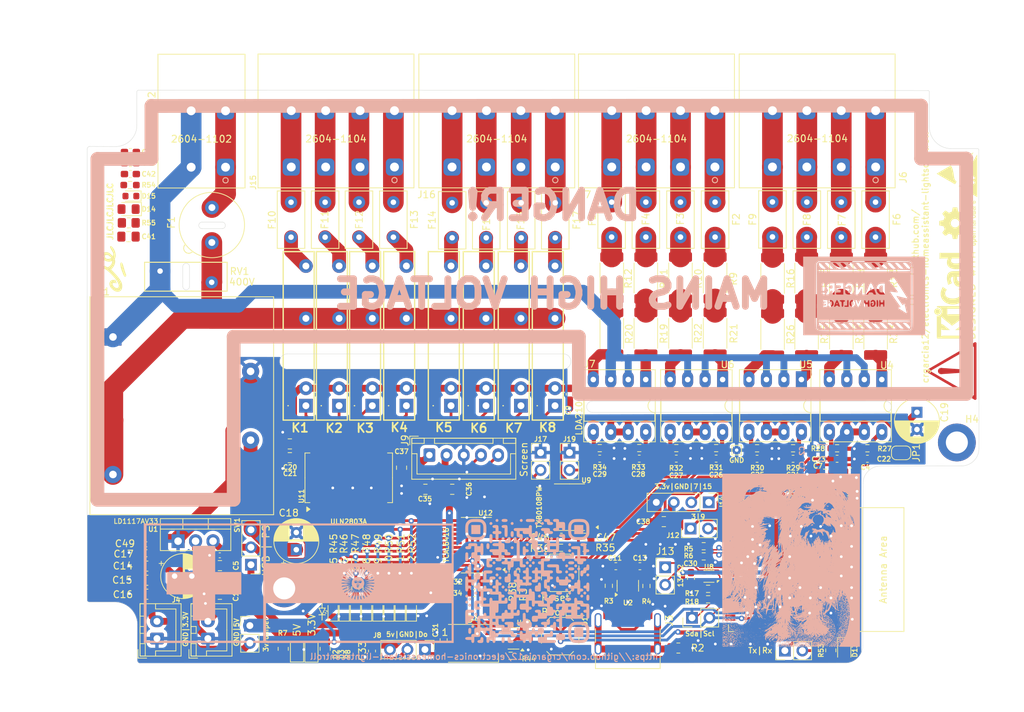
<source format=kicad_pcb>
(kicad_pcb (version 20240108) (generator "pcbnew") (generator_version "8.0")
  (title_block (title "Home Assistant module for lights control") (date "2024-09-08") (rev "20240908.24.8") (comment 1 "https://docs.rs-online.com/e49b/0900766b816e00ad.pdf") (comment 2 "https://media.distrelec.com/Web/Downloads/_t/ds/1862291_eng_tds.pdf") (comment 3 "case size: 62.8 (H) x 88.8 (W) x 138.8 (L)") (comment 4 "Board prepared for RS PRO Modular Enclosure for DIN rail 1862291"))
  (layers (0 "F.Cu" signal) (1 "In1.Cu" signal) (2 "In2.Cu" signal) (31 "B.Cu" signal) (34 "B.Paste" user) (35 "F.Paste" user) (36 "B.SilkS" user "B.Silkscreen") (37 "F.SilkS" user "F.Silkscreen") (38 "B.Mask" user) (39 "F.Mask" user) (44 "Edge.Cuts" user))
  (net 0 "")
  (net 1 "220VAC(L)")
  (net 2 "5V+")
  (net 3 "3.3V+")
  (net 4 "Net-(F1-Pad1)")
  (net 5 "Net-(F2-Pad1)")
  (net 6 "Net-(F3-Pad1)")
  (net 7 "Net-(F4-Pad1)")
  (net 8 "Net-(F5-Pad1)")
  (net 9 "Net-(J4-Pin_2)")
  (net 10 "220VAC(N)")
  (net 11 "EN")
  (net 12 "IO0")
  (net 13 "RXD0")
  (net 14 "TXD0")
  (net 15 "VBUS")
  (net 16 "GND")
  (net 17 "Net-(F2-Pad2)")
  (net 18 "Net-(F3-Pad2)")
  (net 19 "Net-(F4-Pad2)")
  (net 20 "Net-(F7-Pad1)")
  (net 21 "SDA")
  (net 22 "SCL")
  (net 23 "Net-(F8-Pad1)")
  (net 24 "Net-(F9-Pad1)")
  (net 25 "220VAC(N)-LowV")
  (net 26 "GPIO3")
  (net 27 "5V+_PS")
  (net 28 "Net-(F5-Pad2)")
  (net 29 "Net-(F6-Pad1)")
  (net 30 "Net-(D1-A)")
  (net 31 "Net-(D2-A)")
  (net 32 "Net-(D3-A)")
  (net 33 "Net-(D5-A)")
  (net 34 "Net-(D6-A)")
  (net 35 "Net-(D7-A)")
  (net 36 "GPIO9")
  (net 37 "Net-(D8-A)")
  (net 38 "Net-(D9-A)")
  (net 39 "Net-(D10-A)")
  (net 40 "Net-(D11-A)")
  (net 41 "Net-(D4-DIN)")
  (net 42 "Net-(D4-DOUT)")
  (net 43 "/ESP-D+")
  (net 44 "/ESP-D-")
  (net 45 "GPIO12")
  (net 46 "LED-GPIO")
  (net 47 "Net-(D13-A)")
  (net 48 "Net-(J3-D+-PadA6)")
  (net 49 "Net-(R15-Pad2)")
  (net 51 "Net-(R16-Pad2)")
  (net 52 "Net-(J3-CC1)")
  (net 53 "Net-(J3-SHIELD)")
  (net 54 "Net-(J3-CC2)")
  (net 56 "Net-(J3-D--PadA7)")
  (net 57 "Net-(U11-O1)")
  (net 58 "Net-(U11-O2)")
  (net 59 "Net-(U11-O3)")
  (net 60 "Net-(U11-O4)")
  (net 61 "GPIO13")
  (net 62 "Net-(U11-O5)")
  (net 63 "Net-(U11-O6)")
  (net 64 "Net-(U11-O7)")
  (net 65 "Net-(U11-O8)")
  (net 66 "Net-(R21-Pad1)")
  (net 67 "Net-(R10-Pad2)")
  (net 68 "Net-(R11-Pad2)")
  (net 69 "Net-(F10-Pad1)")
  (net 70 "Net-(F10-Pad2)")
  (net 71 "Net-(F11-Pad1)")
  (net 72 "Net-(F11-Pad2)")
  (net 73 "Net-(F12-Pad1)")
  (net 74 "Net-(F12-Pad2)")
  (net 75 "Net-(F13-Pad1)")
  (net 76 "Net-(F13-Pad2)")
  (net 77 "Net-(F14-Pad1)")
  (net 78 "Net-(F14-Pad2)")
  (net 79 "Net-(F15-Pad1)")
  (net 80 "Net-(F15-Pad2)")
  (net 81 "Net-(F16-Pad1)")
  (net 82 "Net-(F16-Pad2)")
  (net 83 "Net-(F17-Pad1)")
  (net 84 "Net-(F17-Pad2)")
  (net 85 "Net-(R12-Pad2)")
  (net 86 "Net-(R13-Pad2)")
  (net 87 "Net-(R14-Pad2)")
  (net 88 "Net-(R19-Pad2)")
  (net 89 "Net-(R20-Pad2)")
  (net 90 "Net-(R21-Pad2)")
  (net 91 "Net-(R22-Pad2)")
  (net 92 "Net-(R23-Pad2)")
  (net 93 "Net-(R24-Pad2)")
  (net 94 "Net-(R25-Pad2)")
  (net 95 "Net-(R26-Pad2)")
  (net 96 "Net-(U11-I1)")
  (net 97 "Net-(U11-I2)")
  (net 98 "Net-(U11-I3)")
  (net 99 "Net-(U11-I4)")
  (net 100 "Net-(U11-I5)")
  (net 101 "Net-(U11-I6)")
  (net 102 "Net-(U11-I7)")
  (net 103 "Net-(U11-I8)")
  (net 106 "RGBLED")
  (net 112 "GPIO7")
  (net 115 "Net-(F6-Pad2)")
  (net 116 "Net-(F7-Pad2)")
  (net 117 "Net-(F8-Pad2)")
  (net 118 "Net-(F9-Pad2)")
  (net 119 "Net-(D12-A)")
  (net 122 "GPIO15")
  (net 124 "Net-(JP1-B)")
  (net 150 "Net-(U12-P04)")
  (net 151 "Net-(U12-P00)")
  (net 152 "Net-(U12-P05)")
  (net 153 "Net-(U12-P01)")
  (net 154 "Net-(U12-P06)")
  (net 155 "Net-(U12-P03)")
  (net 156 "Net-(U12-P02)")
  (net 157 "TCAL_RESET")
  (net 158 "Net-(C11-Pad1)")
  (net 159 "Net-(C13-Pad1)")
  (net 160 "Net-(U9-A1)")
  (net 161 "Net-(U9-A2)")
  (net 162 "Net-(U9-A3)")
  (net 163 "Net-(U9-A4)")
  (net 164 "Net-(U9-A5)")
  (net 165 "Net-(U9-A6)")
  (net 166 "Net-(U9-A7)")
  (net 167 "Net-(U9-V_{CCA})")
  (net 168 "Net-(J19-Pin_2)")
  (net 169 "Net-(J17-Pin_2)")
  (net 171 "TCAL_INT")
  (footprint "Connector_PinHeader_2.54mm:PinHeader_1x02_P2.54mm_Vertical" (layer "F.Cu") (at 47.55 110.02)
    (property "Reference" "J5" (hide yes))
    (property "Value" "Conn_01x02_Pin" (hide yes))
  )
  (footprint "Resistor_SMD:R_2512_6332Metric_Pad1.40x3.35mm_HandSolder" (layer "F.Cu") (at 100.151 59.4615 -90)
    (property "Reference" "R12")
    (property "Value" "150kΩ1w" (hide yes))
  )
  (footprint "Resistor_SMD:R_2512_6332Metric_Pad1.40x3.35mm_HandSolder" (layer "F.Cu") (at 105.104 59.4615 -90)
    (property "Reference" "R11")
    (property "Value" "150kΩ1w" (hide yes))
  )
  (footprint "Varistor:RV_Disc_D12mm_W4.2mm_P7.5mm" (layer "F.Cu") (at 34.5024 58.46307)
    (property "Reference" "RV1" (hide yes))
    (property "Value" "400V")
  )
  (footprint "Resistor_SMD:R_2512_6332Metric_Pad1.40x3.35mm_HandSolder" (layer "F.Cu") (at 105.104 67.5133 -90)
    (property "Reference" "R19")
    (property "Value" "150kΩ1w" (hide yes))
  )
  (footprint "Resistor_SMD:R_2512_6332Metric_Pad1.40x3.35mm_HandSolder" (layer "F.Cu") (at 100.151 67.5133 -90)
    (property "Reference" "R20")
    (property "Value" "150kΩ1w" (hide yes))
  )
  (footprint "LED_SMD:LED_0805_2012Metric_Pad1.15x1.40mm_HandSolder" (layer "F.Cu") (at 54.4 113.45 90)
    (property "Reference" "D2")
    (property "Value" "5V")
  )
  (footprint "Resistor_SMD:R_0805_2012Metric_Pad1.20x1.40mm_HandSolder" (layer "F.Cu") (at 52.4 113.4 90)
    (property "Reference" "R7")
    (property "Value" "100Ω" (hide yes))
  )
  (footprint "Connector_JST:JST_XH_B2B-XH-A_1x02_P2.50mm_Vertical" (layer "F.Cu") (at 41.45 111.8997 90)
    (property "Reference" "J1")
    (property "Value" "GND|5V")
  )
  (footprint "icons:che" (layer "F.Cu") (at 27.25 58.15 90)
    (property "Reference" "G10" (hide yes))
    (property "Value" "LOGO" (hide yes))
  )
  (footprint "Capacitor_SMD:C_0805_2012Metric_Pad1.18x1.45mm_HandSolder" (layer "F.Cu") (at 32.4827 101.3698 180)
    (property "Reference" "C14")
    (property "Value" "100nF")
  )
  (footprint "Capacitor_SMD:C_0805_2012Metric_Pad1.18x1.45mm_HandSolder" (layer "F.Cu") (at 43.2 103.4 180)
    (property "Reference" "C8")
    (property "Value" "22uF")
  )
  (footprint "rac05-05sk:277" (layer "F.Cu") (at 37.656 78.0466)
    (property "Reference" "PS1")
    (property "Value" "RAC05-05SK/277")
  )
  (footprint "Package_TO_SOT_THT:TO-220-3_Vertical" (layer "F.Cu") (at 37.1187 97.7392)
    (property "Reference" "U1")
    (property "Value" "LD1117AV33")
  )
  (footprint "wago-2604-1104:big_pads_2604-1104" (layer "F.Cu") (at 68.5678 43.3324 180)
    (property "Reference" "J15")
    (property "Value" "2604-1104")
  )
  (footprint "wago-2604-1102:big_pads_2604-1102" (layer "F.Cu") (at 44.02 43.355999 180)
    (property "Reference" "J2")
    (property "Value" "2604-1102")
  )
  (footprint "wago-2604-1104:big_pads_2604-1104" (layer "F.Cu") (at 115.14 43.328199 180)
    (property "Reference" "J7")
    (property "Value" "2604-1104")
  )
  (footprint "Fuse:Fuseholder_TR5_Littelfuse_No560_No460" (layer "F.Cu") (at 42.037 49.2252 -90)
    (property "Reference" "F1")
    (property "Value" "250V500mA")
  )
  (footprint "Package_DIP:DIP-8_W7.62mm_Socket_LongPads" (layer "F.Cu") (at 139.389178 74.236118 -90)
    (property "Reference" "U4")
    (property "Value" "LDA210-PDIP")
  )
  (footprint "Resistor_SMD:R_2512_6332Metric_Pad1.40x3.35mm_HandSolder" (layer "F.Cu") (at 115.1624 67.5133 -90)
    (property "Reference" "R21")
    (property "Value" "150kΩ1w" (hide yes))
  )
  (footprint "Resistor_SMD:R_2512_6332Metric_Pad1.40x3.35mm_HandSolder" (layer "F.Cu") (at 110.1332 59.4615 -90)
    (property "Reference" "R10")
    (property "Value" "150kΩ1w" (hide yes))
  )
  (footprint "Resistor_SMD:R_2512_6332Metric_Pad1.40x3.35mm_HandSolder" (layer "F.Cu") (at 115.1624 59.4615 -90)
    (property "Reference" "R9")
    (property "Value" "150kΩ1w" (hide yes))
  )
  (footprint "Package_DIP:DIP-8_W7.62mm_Socket_LongPads" (layer "F.Cu") (at 105.0813 74.2396 -90)
    (property "Reference" "U7")
    (property "Value" "LDA210-PDIP")
  )
  (footprint "Package_DIP:DIP-8_W7.62mm_Socket_LongPads" (layer "F.Cu") (at 116.2573 74.2396 -90)
    (property "Reference" "U6")
    (property "Value" "LDA210-PDIP" (hide yes))
  )
  (footprint "Resistor_SMD:R_2512_6332Metric_Pad1.40x3.35mm_HandSolder" (layer "F.Cu") (at 110.1332 67.5133 -90)
    (property "Reference" "R22")
    (property "Value" "150kΩ1w" (hide yes))
  )
  (footprint "Resistor_SMD:R_0603_1608Metric_Pad0.98x0.95mm_HandSolder" (layer "F.Cu") (at 131.376902 89.787199)
    (property "Reference" "R1")
    (property "Value" "10kΩ" (hide yes))
  )
  (footprint "Capacitor_SMD:C_0603_1608Metric_Pad1.08x0.95mm_HandSolder" (layer "F.Cu") (at 131.364402 91.311199 180)
    (property "Reference" "C3")
    (property "Value" "100nF" (hide yes))
  )
  (footprint "Connector_JST:JST_XH_B2B-XH-A_1x02_P2.50mm_Vertical" (layer "F.Cu") (at 34.05 111.8997 90)
    (property "Reference" "J4")
    (property "Value" "GND|3.3V")
  )
  (footprint "hamodule_SW_SPST_SKQG_WithStem:SW_SPST_SKQG_WithStem" (layer "F.Cu") (at 92.647 102.35)
    (property "Reference" "SW2" (hide yes))
    (property "Value" "Reset")
  )
  (footprint "hamodule_SW_SPST_SKQG_WithStem:SW_SPST_SKQG_WithStem" (layer "F.Cu") (at 92.6458 111.5526)
    (property "Reference" "SW3" (hide yes))
    (property "Value" "Boot")
  )
  (footprint "Connector_PinHeader_2.54mm:PinHeader_1x02_P2.54mm_Vertical" (layer "F.Cu") (at 125.305402 113.659699 90)
    (property "Reference" "J10" (hide yes))
    (property "Value" "Tx|Rx")
  )
  (footprint "Capacitor_SMD:C_0603_1608Metric_Pad1.08x0.95mm_HandSolder" (layer "F.Cu") (at 134.8375 89.2)
    (property "Reference" "C6")
    (property "Value" "100nF" (hide yes))
  )
  (footprint "Capacitor_SMD:C_0603_1608Metric_Pad1.08x0.95mm_HandSolder" (layer "F.Cu") (at 111.655402 103.169699 -90)
    (property "Reference" "C30")
    (property "Value" "100nF" (hide yes))
  )
  (footprint "Connector_PinHeader_2.54mm:PinHeader_1x02_P2.54mm_Vertical" (layer "F.Cu") (at 94 84.86)
    (property "Reference" "J19")
    (property "Value" "TestPoint")
  )
  (footprint "Capacitor_SMD:C_0603_1608Metric_Pad1.08x0.95mm_HandSolder" (layer "F.Cu") (at 100.7375 101.389699 180)
    (property "Reference" "C11")
    (property "Value" "20p")
  )
  (footprint "LED_SMD:LED_0805_2012Metric_Pad1.15x1.40mm_HandSolder" (layer "F.Cu") (at 56.5 113.475 90)
    (property "Reference" "D3")
    (property "Value" "3.3V")
  )
  (footprint "Package_SO:SOP-18_7x12.5mm_P1.27mm" (layer "F.Cu") (at 61.92 88.525 90)
    (property "Reference" "U11")
    (property "Value" "ULN2803A")
  )
  (footprint "Capacitor_THT:CP_Radial_D6.3mm_P2.50mm" (layer "F.Cu") (at 144.5 79 -90)
    (property "Reference" "C19")
    (property "Value" "10uF")
  )
  (footprint "Connector_PinHeader_2.54mm:PinHeader_1x04_P2.54mm_Vertical" (layer "F.Cu") (at 114.24 92.1 -90)
    (property "Reference" "J14")
    (property "Value" "3.3v|GND|7|15")
  )
  (footprint "Resistor_SMD:R_0603_1608Metric_Pad0.98x0.95mm_HandSolder" (layer "F.Cu") (at 61.272 104.590404 90)
    (property "Reference" "R46")
    (property "Value" "660Ω")
  )
  (footprint "wago-2604-1104:big_pads_2604-1104" (layer "F.Cu") (at 138.497702 43.328199 180)
    (property "Reference" "J6")
    (property "Value" "2604-1104")
  )
  (footprint "wago-2604-1104:big_pads_2604-1104" (layer "F.Cu") (at 91.9358 43.3324 180)
    (property "Reference" "J16")
    (property "Value" "2604-1104")
  )
  (footprint "Resistor_SMD:R_0603_1608Metric_Pad0.98x0.95mm_HandSolder" (layer "F.Cu") (at 59.6464 104.588504 90)
    (property "Reference" "R45")
    (property "Value" "660Ω")
  )
  (footprint "Resistor_SMD:R_2512_6332Metric_Pad1.40x3.35mm_HandSolder" (layer "F.Cu") (at 128.4592 67.6178 -90)
    (property "Reference" "R25")
    (property "Value" "150kΩ1w")
  )
  (footprint "Capacitor_SMD:C_0603_1608Metric_Pad1.08x0.95mm_HandSolder" (layer "F.Cu") (at 121.262502 85.761299)
    (property "Reference" "C25")
    (property "Value" "22uF")
  )
  (footprint "Symbol:ESD-Logo_6.6x6mm_SilkScreen" (layer "F.Cu") (at 150.3 44.45 90)
    (property "Reference" "G8" (hide yes))
    (property "Value" "ESD-Logo_6.6x6mm_SilkScreen" (hide yes))
  )
  (footprint "Capacitor_SMD:C_0603_1608Metric_Pad1.08x0.95mm_HandSolder" (layer "F.Cu") (at 30.1875 42.75 180)
    (property "Reference" "C40")
    (property "Value" "22uF")
  )
  (footprint "Resistor_SMD:R_2512_6332Metric_Pad1.40x3.35mm_HandSolder" (layer "F.Cu") (at 128.4592 59.4858 -90)
    (property "Reference" "R15")
    (property "Value" "150kΩ1w")
  )
  (footprint "LED_SMD:LED_0603_1608Metric" (layer "F.Cu") (at 59.6464 107.890604 90)
    (property "Reference" "D5")
    (property "Value" "LED")
  )
  (footprint "Capacitor_SMD:C_0603_1608Metric_Pad1.08x0.95mm_HandSolder" (layer "F.Cu") (at 132.894602 85.761299)
    (property "Reference" "C23")
    (property "Value" "22uF")
  )
  (footprint "RST-80-AMMO:FUSE_RST-1-BULK" (layer "F.Cu") (at 81.9028 51.0794 90)
    (property "Reference" "F15")
    (property "Value" "Fuse")
  )
  (footprint "Resistor_SMD:R_0805_2012Metric_Pad1.20x1.40mm_HandSolder" (layer "F.Cu") (at 58.5 113.4 90)
    (property "Reference" "R8")
    (property "Value" "100Ω")
  )
  (footprint "Resistor_SMD:R_0603_1608Metric_Pad0.98x0.95mm_HandSolder" (layer "F.Cu") (at 109.527126 84.21248)
    (property "Reference" "R32")
    (property "Value" "10kΩ" (hide yes))
  )
  (footprint "AQG12205:AQG12205" (layer "F.Cu") (at 76.787 78.0439 90)
    (property "Reference" "K5")
    (property "Value" "AQG22205" (hide yes))
  )
  (footprint "Connector_PinHeader_2.54mm:PinHeader_1x02_P2.54mm_Vertical" (layer "F.Cu") (at 111.6 95.9 90)
    (property "Reference" "J12")
    (property "Value" "3|9")
  )
  (footprint "RST-80-AMMO:FUSE_RST-1-BULK" (layer "F.Cu") (at 105.104 50.9759 90)
    (property "Reference" "F4")
    (property "Value" "Fuse")
  )
  (footprint "Resistor_SMD:R_0603_1608Metric_Pad0.98x0.95mm_HandSolder" (layer "F.Cu") (at 67.7744 104.588504 90)
    (property "Reference" "R50")
    (property "Value" "660Ω" (hide yes))
  )
  (footprint "Resistor_SMD:R_0603_1608Metric_Pad0.98x0.95mm_HandSolder" (layer "F.Cu") (at 66.1488 104.590404 90)
    (property "Reference" "R49")
    (property "Value" "660Ω")
  )
  (footprint "Resistor_SMD:R_2512_6332Metric_Pad1.40x3.35mm_HandSolder" (layer "F.Cu") (at 123.5202 67.6656 -90)
    (property "Reference" "R26")
    (property "Value" "150kΩ1w")
  )
  (footprint "Resistor_SMD:R_0603_1608Metric_Pad0.98x0.95mm_HandSolder" (layer "F.Cu") (at 98.400026 84.21248)
    (property "Reference" "R34")
    (property "Value" "10kΩ" (hide yes))
  )
  (footprint "Package_TO_SOT_SMD:SOT-23-5" (layer "F.Cu") (at 85.8625 111.8768 180)
    (property "Reference" "U10")
    (property "Value" "SN74LV1T34DBV")
  )
  (footprint "Resistor_SMD:R_0603_1608Metric" (layer "F.Cu") (at 113.505402 98.479699 180)
    (property "Reference" "R5")
    (property "Value" "22Ω" (hide yes))
  )
  (footprint "Capacitor_THT:CP_Radial_D6.3mm_P2.50mm" (layer "F.Cu") (at 54.3 98.98238 90)
    (property "Reference" "C18")
    (property "Value" "10uF")
  )
  (footprint "Resistor_SMD:R_0603_1608Metric_Pad0.98x0.95mm_HandSolder" (layer "F.Cu") (at 137.3 84.237299)
    (property "Reference" "R27")
    (property "Value" "10kΩ")
  )
  (footprint "Symbol:Symbol_Attention_Triangle_8x7mm_Copper" (layer "F.Cu") (at 149.5 73 90)
    (property "Reference" "G9" (hide yes))
    (property "Value" "Symbol_Attention_Triangle_8x7mm_Copper" (hide yes))
  )
  (footprint "Resistor_SMD:R_2512_6332Metric_Pad1.40x3.35mm_HandSolder" (layer "F.Cu") (at 123.5202 59.5356 -90)
    (property "Reference" "R16")
    (property "Value" "150kΩ1w")
  )
  (footprint "Resistor_SMD:R_0603_1608Metric" (layer "F.Cu") (at 113.505402 99.954699 180)
    (property "Reference" "R6")
    (property "Value" "22Ω" (hide yes))
  )
  (footprint "Espressif:ESP32-S3-WROOM-2" (layer "F.Cu") (at 126.855402 101.869699 -90)
    (property "Reference" "U3")
    (property "Value" "ESP32-S3-WROOM-2" (hide yes))
  )
  (footprint "Resistor_SMD:R_2512_6332Metric_Pad1.40x3.35mm_HandSolder" (layer "F.Cu") (at 138.4922 59.4858 -90)
    (property "Reference" "R13")
    (property "Value" "150kΩ1w")
  )
  (footprint "LED_SMD:LED_0603_1608Metric" (layer "F.Cu") (at 67.7744 107.890504 90)
    (property "Reference" "D10")
    (property "Value" "LED" (hide yes))
  )
  (footprint "Package_SO:TSSOP-24_4.4x7.8mm_P0.65mm" (layer "F.Cu") (at 80.4625 98.325 180)
    (property "Reference" "U12")
    (property "Value" "TCAL6416")
  )
  (footprint "AQG12205:AQG12205" (layer "F.Cu") (at 81.867 78.0439 90)
    (property "Reference" "K6")
    (property "Value" "AQG22205" (hide yes))
  )
  (footprint "Symbol:KiCad-Logo2_5mm_SilkScreen" (layer "F.Cu") (at 150 62 90)
    (property "Reference" "G6" (hide yes))
    (property "Value" "KiCad-Logo2_5mm_SilkScreen" (hide yes))
  )
  (footprint "Resistor_SMD:R_0603_1608Metric_Pad0.98x0.95mm_HandSolder" (layer "F.Cu") (at 85.4479 114.4168)
    (property "Reference" "R44")
    (property "Value" "10kΩ")
  )
  (footprint "RST-80-AMMO:FUSE_RST-1-BULK" (layer "F.Cu") (at 115.1624 50.9759 90)
    (property "Reference" "F2")
    (property "Value" "Fuse")
  )
  (footprint "Connector_PinHeader_2.54mm:PinHeader_1x02_P2.54mm_Vertical" (layer "F.Cu") (at 89.8 84.86)
    (property "Reference" "J17")
    (property "Value" "TestPoint")
  )
  (footprint "Connector_PinHeader_2.54mm:PinHeader_1x02_P2.54mm_Vertical" (layer "F.Cu") (at 107.915402 101.544699)
    (property "Reference" "J13")
    (property "Value" "13|12")
  )
  (footprint "RST-80-AMMO:FUSE_RST-1-BULK" (layer "F.Cu") (at 133.5024 50.9778 90)
    (property "Reference" "F7")
    (property "Value" "Fuse")
  )
  (footprint "Capacitor_SMD:C_0603_1608Metric_Pad1.08x0.95mm_HandSolder" (layer "F.Cu") (at 75.7152 112.0652 90)
    (property "Reference" "C31")
    (property "Value" "100nF")
  )
  (footprint "Connector_PinHeader_2.54mm:PinHeader_1x02_P2.54mm_Vertical" (layer "F.Cu") (at 111.8058 108.8898 90)
    (property "Reference" "J11" (hide yes))
    (property "Value" "Sda|Scl")
  )
  (footprint "Resistor_SMD:R_0603_1608Metric_Pad0.98x0.95mm_HandSolder" (layer "F.Cu") (at 126.494902 84.237299)
    (property "Reference" "R29")
    (property "Value" "10kΩ")
  )
  (footprint "TestPoint:TestPoint_THTPad_1.0x1.0mm_Drill0.5mm" (layer "F.Cu") (at 118.3 84.5)
    (property "Reference" "TP1" (hide yes))
    (property "Value" "GND")
  )
  (footprint "LED_SMD:LED_0805_2012Metric_Pad1.15x1.40mm_HandSolder" (layer "F.Cu") (at 133.9342 113.6142 -90)
    (property "Reference" "D13")
    (property "Value" "LED")
  )
  (footprint "Symbol:OSHW-Logo2_7.3x6mm_SilkScreen" (layer "F.Cu") (at 150.5 51.5 90)
    (property "Reference" "G7" (hide yes))
    (property "Value" "OSHW-Logo2_7.3x6mm_SilkScreen" (hide yes))
  )
  (footprint "Capacitor_SMD:C_0805_2012Metric_Pad1.18x1.45mm_HandSolder" (layer "F.Cu") (at 73.0625 90.2)
    (property "Reference" "C35")
    (property "Value" "100nF")
  )
  (footprint "Capacitor_SMD:C_0603_1608Metric_Pad1.08x0.95mm_HandSolder" (layer "F.Cu") (at 80.1875 105.3)
    (property "Reference" "C34")
    (property "Value" "22uF")
  )
  (footprint "Diode_SMD:D_SOD-323" (layer "F.Cu") (at 95.1 107.7)
    (property "Reference" "D1")
    (property "Value" "BAT60A" (hide yes))
  )
  (footprint "RST-80-AMMO:FUSE_RST-1-BULK" (layer "F.Cu") (at 128.4978 50.9778 90)
    (property "Reference" "F8")
    (property "Value" "Fuse")
  )
  (footprint "RST-80-AMMO:FUSE_RST-1-BULK" (layer "F.Cu") (at 68.4083 50.9929 90)
    (property "Reference" "F13")
    (property "Value" "Fuse")
  )
  (footprint "Package_DIP:DIP-8_W7.62mm_Socket_LongPads" (layer "F.Cu") (at 127.705178 74.236118 -90)
    (property "Reference" "U5")
    (property "Value" "LDA210-PDIP")
  )
  (footprint "Resistor_SMD:R_2512_6332Metric_Pad1.40x3.35mm_HandSolder" (layer "F.Cu") (at 133.5138 59.4858 -90)
    (property "Reference" "R14")
    (property "Value" "150kΩ1w")
  )
  (footprint "Capacitor_SMD:C_0603_1608Metric_Pad1.08x0.95mm_HandSolder" (layer "F.Cu") (at 137.3 85.761299 180)
    (property "Reference" "C22")
    (property "Value" "22uF")
  )
  (footprint "Capacitor_SMD:C_0805_2012Metric_Pad1.18x1.45mm_HandSolder" (layer "F.Cu") (at 32.4827 103.4272 180)
    (property "Reference" "C15")
    (property "Value" "100nF")
  )
  (footprint "Connector_PinHeader_2.54mm:PinHeader_1x03_P2.54mm_Vertical" (layer "F.Cu") (at 72.9928 113.5017 -90)
    (property "Reference" "J8")
    (property "Value" "5v|GND|Do")
  )
  (footprint "Capacitor_SMD:C_0603_1608Metric_Pad1.08x0.95mm_HandSolder" (layer "F.Cu") (at 30.1875 44.35)
    (property "Reference" "C42")
    (property "Value" "20p")
  )
  (footprint "Resistor_SMD:R_0805_2012Metric_Pad1.20x1.40mm_HandSolder" (layer "F.Cu") (at 29.95 51.45 180)
    (property "Reference" "R55")
    (property "Value" "100Ω")
  )
  (footprint "Capacitor_SMD:C_0402_1005Metric" (layer "F.Cu") (at 134.5 90.5)
    (property "Reference" "C44")
    (property "Value" "10uF")
  )
  (footprint "RST-80-AMMO:FUSE_RST-1-BULK" (layer "F.Cu") (at 76.9498 51.0794 90)
    (property "Reference" "F14")
    (property "Value" "Fuse")
  )
  (footprint "usb-c:USB_C_Receptacle_HRO_TYPE-C-31-M-12" (layer "F.Cu") (at 102.481402 112.375599)
    (property "Reference" "J3")
    (property "Value" "USB_C_Receptacle_USB2.0")
  )
  (footprint "Resistor_SMD:R_0603_1608Metric_Pad0.98x0.95mm_HandSolder" (layer "F.Cu") (at 115.318326 84.21248)
    (property "Reference" "R31")
    (property "Value" "10kΩ" (hide yes))
  )
  (footprint "Capacitor_SMD:C_0603_1608Metric_Pad1.08x0.95mm_HandSolder" (layer "F.Cu") (at 96.225 97.1)
    (property "Reference" "C47")
    (property "Value" "100nF")
  )
  (footprint "Connector_JST:JST_XH_B5B-XH-A_1x05_P2.50mm_Vertical" (layer "F.Cu") (at 73.6384 85.2254)
    (property "Reference" "J9")
    (property "Value" "Screen")
  )
  (footprint "Resistor_SMD:R_0603_1608Metric_Pad0.98x0.95mm_HandSolder" (layer "F.Cu") (at 92.775 98.7)
    (property "Reference" "R36")
    (property "Value" "1kΩ")
  )
  (footprint "Resistor_SMD:R_0603_1608Metric_Pad0.98x0.95mm_HandSolder" (layer "F.Cu") (at 62.8976 104.590404 90)
    (property "Reference" "R47")
    (property "Value" "660Ω")
  )
  (footprint "Connector_PinHeader_2.54mm:PinHeader_1x03_P2.54mm_Vertical" (layer "F.Cu") (at 47.71 101.17 180)
    (property "Reference" "SW1")
    (property "Value" "USB | PS")
  )
  (footprint "Capacitor_SMD:C_0603_1608Metric_Pad1.08x0.95mm_HandSolder" (layer "F.Cu") (at 109.524126 85.73648)
    (property "Reference" "C27")
    (property "Value" "22uF")
  )
  (footprint "LED_SMD:LED_0603_1608Metric" (layer "F.Cu") (at 71.0256 107.890504 90)
    (property "Reference" "D12")
    (property "Value" "LED" (hide yes))
  )
  (footprint "Package_SO:TSSOP-20_4.4x6.5mm_P0.65mm" (layer "F.Cu") (at 94 92.8 180)
    (property "Reference" "U9")
    (property "Value" "TXB0108PW")
  )
  (footprint "Capacitor_SMD:C_0603_1608Metric_Pad1.08x0.95mm_HandSolder" (layer "F.Cu") (at 104.1411 85.73648)
    (property "Reference" "C28")
    (property "Value" "22uF")
  )
  (footprint "Capacitor_SMD:C_0805_2012Metric_Pad1.18x1.45mm_HandSolder" (layer "F.Cu") (at 43.1922 105.464 180)
    (property "Reference" "C10")
    (property "Value" "100nF")
  )
  (footprint "RST-80-AMMO:FUSE_RST-1-BULK" (layer "F.Cu") (at 138.4808 50.9778 90)
    (property "Reference" "F6")
    (property "Value" "Fuse")
  )
  (footprint "RST-80-AMMO:FUSE_RST-1-BULK" (layer "F.Cu") (at 110.1332 50.9759 90)
    (property "Reference" "F3")
    (property "Value" "Fuse")
  )
  (footprint "Resistor_SMD:R_0603_1608Metric_Pad0.98x0.95mm_HandSolder" (layer "F.Cu") (at 121.262502 84.237299)
    (property "Reference" "R30")
    (property "Value" "10kΩ")
  )
  (footprint "LED_SMD:LED_0805_2012Metric_Pad1.15x1.40mm_HandSolder" (layer "F.Cu") (at 29.925 49.45 180)
    (property "Reference" "D14")
    (property "Value" "C2297")
  )
  (footprint "LED_SMD:LED_0603_1608Metric" (layer "F.Cu") (at 61.272 107.890504 90)
    (property "Reference" "D6")
    (property "Value" "LED")
  )
  (footprint "icons:led_6000dpi" (layer "F.Cu") (at 58.2 108 -90)
    (property "Reference" "G4" (hide yes))
    (property "Value" "LOGO" (hide yes))
  )
  (footprint "Capacitor_SMD:C_0603_1608Metric_Pad1.08x0.95mm_HandSolder" (layer "F.Cu") (at 65.3034 113.7158 -90)
    (property "Reference" "C33")
    (property "Value" "100nF")
  )
  (footprint "RST-80-AMMO:FUSE_RST-1-BULK" (layer "F.Cu") (at 86.9828 51.0794 90)
    (property "Reference" "F16")
    (property "Value" "Fuse")
  )
  (footprint "Capacitor_SMD:C_0805_2012Metric_Pad1.18x1.45mm_HandSolder" (layer "F.Cu") (at 107.7125 94.9)
    (property "Reference" "C38")
    (property "Value" "100nF")
  )
  (footprint "Resistor_SMD:R_0603_1608Metric_Pad0.98x0.95mm_HandSolder" (layer "F.Cu") (at 71.0256 104.588504 90)
    (property "Reference" "R52")
    (property "Value" "660Ω" (hide yes))
  )
  (footprint "Capacitor_SMD:C_0603_1608Metric_Pad1.08x0.95mm_HandSolder" (layer "F.Cu") (at 126.494902 85.761299)
    (property "Reference" "C24")
    (property "Value" "22uF")
  )
  (footprint "Capacitor_SMD:C_0805_2012Metric_Pad1.18x1.45mm_HandSolder" (layer "F.Cu") (at 76.9625 90.2)
    (property "Reference" "C36")
    (property "Value" "100nF")
  )
  (footprint "Capacitor_SMD:C_0603_1608Metric_Pad1.08x0.95mm_HandSolder" (layer "F.Cu") (at 115.315326 85.73648 180)
    (property "Reference" "C26")
    (property "Value" "22uF")
  )
  (footprint "Capacitor_SMD:C_0805_2012Metric_Pad1.18x1.45mm_HandSolder" (layer "F.Cu") (at 69.6 87.0625 -90)
    (property "Reference" "C37")
    (property "Value" "100nF")
  )
  (footprint "LED_SMD:LED_WS2812B_PLCC4_5.0x5.0mm_P3.2mm" (layer "F.Cu") (at 80.05 112.6)
    (property "Reference" "D4")
    (property "Value" "WS2812B")
  )
  (footprint "MountingHole:MountingHole_3.2mm_M3_ISO14580_Pad" (layer "F.Cu") (at 52.54 104.61)
    (property "Reference" "H5")
    (property "Value" "MountingHole_Pad")
  )
  (footprint "Resistor_SMD:R_0603_1608Metric_Pad0.98x0.95mm_HandSolder" (layer "F.Cu") (at 96.2125 98.7)
    (property "Reference" "R35")
    (property "Value" "10kΩ")
  )
  (footprint "Resistor_SMD:R_0603_1608Metric_Pad0.98x0.95mm_HandSolder" (layer "F.Cu") (at 105.185402 104.259699 90)
    (property "Reference" "R4")
    (property "Value" "5.1kΩ")
  )
  (footprint "Capacitor_SMD:C_0402_1005Metric" (layer "F.Cu") (at 32.48 98.2 180)
    (property "Reference" "C49")
    (property "Value" "10uF")
  )
  (footprint "Resistor_SMD:R_0603_1608Metric_Pad0.98x0.95mm_HandSolder" (layer "F.Cu") (at 69.4 104.588504 90)
    (property "Reference" "R51")
    (property "Value" "660Ω" (hide yes))
  )
  (footprint "Capacitor_SMD:C_0603_1608Metric_Pad1.08x0.95mm_HandSolder" (layer "F.Cu") (at 92.825 97.1 180)
    (property "Reference" "C46")
    (property "Value" "100nF")
  )
  (footprint "Capacitor_SMD:C_0603_1608Metric_Pad1.08x0.95mm_HandSolder" (layer "F.Cu") (at 32.4625 99.5 180)
    (property "Reference" "C17")
    (property "Value" "20p")
  )
  (footprint "AQG12205:AQG12205" (layer "F.Cu") (at 55.6943 78.0439 90)
    (property "Reference" "K1")
    (property "Value" "AQG22205" (hide yes))
  )
  (footprint "AQG12205:AQG12205" (layer "F.Cu") (at 60.5203 78.0439 90)
    (property "Reference" "K2")
    (property "Value" "AQG22205" (hide yes))
  )
  (footprint "RST-80-AMMO:FUSE_RST-1-BULK" (layer "F.Cu") (at 58.4883 50.9929 90)
    (property "Reference" "F11")
    (property "Value" "Fuse")
  )
  (footprint "AQG12205:AQG12205" (layer "F.Cu") (at 70.2993 78.0439 90)
    (property "Reference" "K4")
    (property "Value" "AQG22205" (hide yes))
  )
  (footprint "AQG12205:AQG12205" (layer "F.Cu") (at 86.947 78.0439 90)
    (property "Reference" "K7")
    (property "Value" "AQG22205" (hide yes))
  )
  (footprint "AQG12205:AQG12205" (layer "F.Cu") (at 91.9 78.0439 90)
    (property "Reference" "K8")
    (property "Value" "AQG22205" (hide yes))
  )
  (footprint "Capacitor_SMD:C_0805_2012Metric_Pad1.18x1.45mm_HandSolder" (layer "F.Cu") (at 53.3625 85.6 180)
    (property "Reference" "C21")
    (property "Value" "22uF")
  )
  (footprint "Resistor_SMD:R_0805_2012Metric_Pad1.20x1.40mm_HandSolder" (layer "F.Cu") (at 109.8202 113.284)
    (property "Reference" "R2")
    (property "Value" "150kΩ")
  )
  (footprint "Sensor_Humidity:Sensirion_DFN-4_1.5x1.5mm_P0.8mm_SHT4x_NoCentralPad" (layer "F.Cu") (at 114.265402 102.863299 180)
    (property "Reference" "U8")
    (property "Value" "SHT4x")
  )
  (footprint "LED_SMD:LED_0603_1608Metric" (layer "F.Cu") (at 64.5232 107.890504 90)
    (property "Reference" "D8")
    (property "Value" "LED")
  )
  (footprint "Package_TO_SOT_SMD:SOT-23-6" (layer "F.Cu") (at 102.485402 104.229699 90)
    (property "Reference" "U2")
    (property "Value" "USBLC6-2SC6" (hide yes))
  )
  (footprint "AQG12205:AQG12205" (layer "F.Cu") (at 65.3463 78.0439 90)
    (property "Reference" "K3")
    (property "Value" "AQG22205" (hide yes))
  )
  (footprint "Capacitor_SMD:C_0603_1608Metric_Pad1.08x0.95mm_HandSolder" (layer "F.Cu") (at 104.2375 101.389699)
    (property "Reference" "C13")
    (property "Value" "20p")
  )
  (footprint "MountingHole:MountingHole_3.2mm_M3_ISO14580_Pad" (layer "F.Cu") (at 150.3 83.3882)
    (property "Reference" "H4")
    (property "Value" "MountingHole_Pad" (hide yes))
  )
  (footprint "Capacitor_SMD:C_0805_2012Metric_Pad1.18x1.45mm_HandSolder" (layer "F.Cu") (at 29.9125 53.45)
    (property "Reference" "C41")
    (property "Value" "100nF")
  )
  (footprint "Resistor_SMD:R_0603_1608Metric_Pad0.98x0.95mm_HandSolder" (layer "F.Cu") (at 114.147002 104.6734)
    (property "Reference" "R17")
    (property "Value" "10kΩ" (hide yes))
  )
  (footprint "Capacitor_SMD:C_0805_2012Metric_Pad1.18x1.45mm_HandSolder" (layer "F.Cu") (at 32.4827 105.4592 180)
    (property "Reference" "C16")
    (property "Value" "22uF")
  )
  (footprint "LED_SMD:LED_0603_1608Metric" (layer "F.Cu") (at 62.8976 107.890504 90)
    (property "Reference" "D7")
    (property "Value" "LED")
  )
  (footprint "Resistor_SMD:R_2512_6332Metric_Pad1.40x3.35mm_HandSolder" (layer "F.Cu") (at 133.5138 67.6138 -90)
    (property "Reference" "R24")
    (property "Value" "150kΩ1w")
  )
  (footprint "Capacitor_THT:CP_Radial_D6.3mm_P2.50mm" (layer "F.Cu") (at 36.6107 102.8192)
    (property "Reference" "C12")
    (property "Value" "10uF" (hide yes))
  )
  (footprint "RST-80-AMMO:FUSE_RST-1-BULK" (layer "F.Cu") (at 123.4978 50.9484 90)
    (property "Reference" "F9")
    (property "Value" "Fuse")
  )
  (footprint "RST-80-AMMO:FUSE_RST-1-BULK" (layer "F.Cu") (at 100.1256 50.9759 90)
    (property "Reference" "F5")
    (property "Value" "Fuse")
  )
  (footprint "Resistor_SMD:R_0603_1608Metric_Pad0.98x0.95mm_HandSolder" (layer "F.Cu") (at 30.1375 45.95 180)
    (property "Reference" "R54")
    (property "Value" "660Ω")
  )
  (footprint "LED_SMD:LED_0603_1608Metric" (layer "F.Cu") (at 66.1488 107.890504 90)
    (property "Reference" "D9")
    (property "Value" "LED")
  )
  (footprint "Jumper:SolderJumper-2_P1.3mm_Bridged2Bar_RoundedPad1.0x1.5mm" (layer "F.Cu") (at 142.2 84.9)
    (property "Reference" "JP1")
    (property "Value" "Jump_Open")
  )
  (footprint "Resistor_SMD:R_2512_6332Metric_Pad1.40x3.35mm_HandSolder" (layer "F.Cu") (at 138.4922 67.6138 -90)
    (property "Reference" "R23")
    (property "Value" "150kΩ1w")
  )
  (footprint "Capacitor_SMD:C_0603_1608Metric_Pad1.08x0.95mm_HandSolder" (layer "F.Cu") (at 134.8375 87.6)
    (property "Reference" "C4")
    (property "Value" "22uF" (hide yes))
  )
  (footprint "Capacitor_SMD:C_0805_2012Metric_Pad1.18x1.45mm_HandSolder" (layer "F.Cu") (at 43.2 101.3 180)
    (property "Reference" "C5")
    (property "Value" "100nF")
  )
  (footprint "RST-80-AMMO:FUSE_RST-1-BULK" (layer "F.Cu") (at 91.9358 51.0794 90)
    (property "Reference" "F17")
    (property "Value" "Fuse")
  )
  (footprint "Capacitor_SMD:C_0805_2012Metric_Pad1.18x1.45mm_HandSolder" (layer "F.Cu") (at 53.3625 83.6 180)
    (property "Reference" "C20")
    (property "Value" "100nF")
  )
  (footprint "Resistor_SMD:R_0603_1608Metric_Pad0.98x0.95mm_HandSolder" (layer "F.Cu") (at 64.5232 104.590404 90)
    (property "Reference" "R48")
    (property "Value" "660Ω")
  )
  (footprint "Capacitor_SMD:C_0402_1005Metric" (layer "F.Cu") (at 134.5 91.5)
    (property "Reference" "C43")
    (property "Value" "10uF")
  )
  (footprint "Resistor_SMD:R_0603_1608Metric_Pad0.98x0.95mm_HandSolder" (layer "F.Cu") (at 104.140426 84.201)
    (property "Reference" "R33")
    (property "Value" "10kΩ" (hide yes))
  )
  (footprint "Capacitor_SMD:C_0603_1608Metric_Pad1.08x0.95mm_HandSolder" (layer "F.Cu") (at 30.1875 41.15 180)
    (property "Reference" "C39")
    (property "Value" "100nF")
  )
  (footprint "Resistor_SMD:R_0603_1608Metric_Pad0.98x0.95mm_HandSolder" (layer "F.Cu") (at 114.147002 106.1974)
    (property "Reference" "R18")
    (property "Value" "10kΩ" (hide yes))
  )
  (footprint "RST-80-AMMO:FUSE_RST-1-BULK" (layer "F.Cu") (at 53.5353 50.9929 90)
    (property "Reference" "F10")
    (property "Value" "Fuse")
  )
  (footprint "Resistor_SMD:R_0603_1608Metric_Pad0.98x0.95mm_HandSolder" (layer "F.Cu") (at 87.3 102 -90)
    (property "Reference" "R37")
    (property "Value" "10kΩ")
  )
  (footprint "Resistor_SMD:R_0603_1608Metric_Pad0.98x0.95mm_HandSolder" (layer "F.Cu") (at 85.75 102.0125 -90)
    (property "Reference" "R38")
    (property "Value" "10kΩ")
  )
  (footprint "Resistor_SMD:R_0805_2012Metric_Pad1.20x1.40mm_HandSolder" (layer "F.Cu") (at 131.9784 113.6142 90)
    (property "Reference" "R53")
    (property "Value" "100Ω")
  )
  (footprint "Resistor_SMD:R_0603_1608Metric_Pad0.98x0.95mm_HandSolder" (layer "F.Cu") (at 99.715402 104.239699 90)
    (property "Reference" "R3")
    (property "Value" "5.1kΩ" (hide yes))
  )
  (footprint "Capacitor_SMD:C_0603_1608Metric_Pad1.08x0.95mm_HandSolder" (layer "F.Cu") (at 94.03 76.3775 -90)
    (property "Reference" "C9")
    (property "Value" "20p")
  )
  (footprint "Capacitor_SMD:C_0603_1608Metric_Pad1.08x0.95mm_HandSolder" (layer "F.Cu") (at 98.398926 85.73648)
    (property "Reference" "C29")
    (property "Value" "22uF" (hide yes))
  )
  (footprint "RST-80-AMMO:FUSE_RST-1-BULK" (layer "F.Cu") (at 63.4083 50.9929 90)
    (property "Reference" "F12")
    (property "Value" "Fuse")
  )
  (footprint "Capacitor_SMD:C_0805_2012Metric_Pad1.18x1.45mm_HandSolder" (layer "F.Cu") (at 131.1625 88 180)
    (property "Reference" "C7")
    (property "Value" "22uF" (hide yes))
  )
  (footprint "Capacitor_SMD:C_0402_1005Metric" (layer "F.Cu") (at 43.18 99.8 180)
    (property "Reference" "C48")
    (property "Value" "10uF")
  )
  (footprint "Capacitor_SMD:C_0805_2012Metric_Pad1.18x1.45mm_HandSolder" (layer "F.Cu") (at 80.3625 103.55)
    (property "Reference" "C32")
    (property "Value" "100nF")
  )
  (footprint "LED_SMD:LED_0603_1608Metric" (layer "F.Cu") (at 69.4 107.890504 90)
    (property "Reference" "D11")
    (property "Value" "LED" (hide yes))
  )
  (footprint "Resistor_SMD:R_0603_1608Metric_Pad0.98x0.95mm_HandSolder" (layer "F.Cu") (at 132.893802 84.237299)
    (property "Reference" "R28")
    (property "Value" "10kΩ")
  )
  (footprint "LED_SMD:LED_0603_1608Metric" (layer "F.Cu") (at 30.2625 47.55 180)
    (property "Reference" "D15")
    (property "Value" "C7496819")
  )
  (footprint "icons:danger1_negative" (layer "B.Cu") (at 136.8552 62.0776 180)
    (property "Reference" "G5" (hide yes))
    (property "Value" "LOGO" (hide yes))
  )
  (footprint "Capacitor_SMD:C_1206_3216Metric_Pad1.33x1.80mm_HandSolder" (layer "B.Cu") (at 130.7625 84.6 180)
    (property "Reference" "C2")
    (property "Value" "NC")
  )
  (footprint "icons:flags" (layer "B.Cu") (at 54.6522 103.8548 180)
    (property "Reference" "G2" (hide yes))
    (property "Value" "LOGO" (hide yes))
  )
  (footprint "icons:depsi" (layer "B.Cu") (at 126.2 100.5 180)
    (property "Reference" "G1" (hide yes))
    (property "Value" "LOGO" (hide yes))
  )
  (footprint "icons:qr_code_m" (layer "B.Cu") (at 87.85 103.55 180)
    (property "Reference" "G3" (hide yes))
    (property "Value" "LOGO" (hide yes))
  )
  (footprint "NetTie:NetTie-2_SMD_Pad2.0mm" (layer "B.Cu") (at 100.5 68 -90)
    (property "Reference" "NT1" (hide yes))
    (property "Value" "NetTie_2" (hide yes))
  )
  (footprint "Capacitor_SMD:C_1206_3216Metric_Pad1.33x1.80mm_HandSolder" (layer "B.Cu") (at 130.7625 87 180)
    (property "Reference" "C1")
    (property "Value" "NC")
  )
  (gr_line (start 151.6634 76.327) (end 95.3648 76.3322) (stroke (width 2)) (layer "B.SilkS"))
  (gr_line (start 25.4 91.7194) (end 25.4 42.15) (stroke (width 2)) (layer "B.SilkS"))
  (gr_line (start 151.65 42.1) (end 151.6634 76.327) (stroke (width 2)) (layer "B.SilkS"))
  (gr_line (start 145.1 34.4) (end 145.1 42.1) (stroke (width 2)) (layer "B.SilkS"))
  (gr_line (start 145.1 42.1) (end 151.675 42.1) (stroke (width 2)) (layer "B.SilkS"))
  (gr_line (start 45.2 68) (end 45.2 91.7194) (stroke (width 2)) (layer "B.SilkS"))
  (gr_line (start 95.3648 76.3322) (end 95.3648 68) (stroke (width 2)) (layer "B.SilkS"))
  (gr_line (start 45.2 91.7194) (end 25.4 91.7194) (stroke (width 2)) (layer "B.SilkS"))
  (gr_line (start 95.3648 68) (end 45.2 68) (stroke (width 2)) (layer "B.SilkS"))
  (gr_line (start 33.25 34.45) (end 145.1 34.4) (stroke (width 2)) (layer "B.SilkS"))
  (gr_line (start 25.4 42.15) (end 33.25 42.15) (stroke (width 2)) (layer "B.SilkS"))
  (gr_line (start 33.25 34.45) (end 33.25 42.15) (stroke (width 2)) (layer "B.SilkS"))
  (gr_line (start 146.1 32.2) (end 31.37071 32.158579) (stroke (width 0.05)) (layer "Edge.Cuts"))
  (gr_line (start 23.9 106.3) (end 23.900001 40.75) (stroke (width 0.05)) (layer "Edge.Cuts"))
  (gr_line (start 40.6146 52.2986) (end 43.5102 52.2986) (stroke (width 0.05)) (layer "Edge.Cuts"))
  (gr_line (start 31.199084 110.009939) (end 31.200916 115.1) (stroke (width 0.05)) (layer "Edge.Cuts"))
  (gr_line (start 24.3 40.332476) (end 28.129289 40.35) (stroke (width 0.05)) (layer "Edge.Cuts"))
  (gr_arc (start 146.1 32.2) (mid 146.241421 32.258579) (end 146.3 32.4) (stroke (width 0.05)) (layer "Edge.Cuts"))
  (gr_line (start 27.901832 106.600916) (end 24.2 106.6) (stroke (width 0.05)) (layer "Edge.Cuts"))
  (gr_arc (start 149.4 40.65) (mid 147.1775 39.653632) (end 146.299162 37.381897) (stroke (width 0.05)) (layer "Edge.Cuts"))
  (gr_arc (start 38.7736 60.706) (mid 38.291 61.1886) (end 37.8084 60.706) (stroke (width 0.05)) (layer "Edge.Cuts"))
  (gr_arc (start 37.8084 57.8104) (mid 38.291 57.3278) (end 38.7736 57.8104) (stroke (width 0.05)) (layer "Edge.Cuts"))
  (gr_arc (start 23.900001 40.75) (mid 24.010879 40.455844) (end 24.3 40.332476) (stroke (width 0.05)) (layer "Edge.Cuts"))
  (gr_arc (start 31.130901 37.25) (mid 30.257535 39.407526) (end 28.129289 40.35) (stroke (width 0.05)) (layer "Edge.Cuts"))
  (gr_arc (start 53 72.7) (mid 51.9 71.6) (end 53 70.5) (stroke (width 0.05)) (layer "Edge.Cuts"))
  (gr_line (start 140 79) (end 97.3 79) (stroke (width 0.05)) (layer "Edge.Cuts"))
  (gr_line (start 31.130901 37.25) (end 31.129289 32.4) (stroke (width 0.05)) (layer "Edge.Cuts"))
  (gr_arc (start 97.3 79) (mid 96.5 78.2) (end 97.3 77.4) (stroke (width 0.05)) (layer "Edge.Cuts"))
  (gr_line (start 149.4 40.65) (end 153.3 40.65) (stroke (width 0.05)) (layer "Edge.Cuts"))
  (gr_line (start 136.663204 89.3572) (end 136.6266 112.9264) (stroke (width 0.05)) (layer "Edge.Cuts"))
  (gr_line (start 97.3 77.4) (end 140 77.4) (stroke (width 0.05)) (layer "Edge.Cuts"))
  (gr_line (start 146.299162 37.381897) (end 146.3 32.4) (stroke (width 0.05)) (layer "Edge.Cuts"))
  (gr_arc (start 24.2 106.6) (mid 23.987868 106.512132) (end 23.9 106.3) (stroke (width 0.05)) (layer "Edge.Cuts"))
  (gr_arc (start 31.6 115.5) (mid 31.317157 115.382843) (end 31.2 115.1) (stroke (width 0.05)) (layer "Edge.Cuts"))
  (gr_line (start 43.5102 51.3334) (end 40.6146 51.3334) (stroke (width 0.05)) (layer "Edge.Cuts"))
  (gr_arc (start 27.901832 106.600916) (mid 30.273187 107.606394) (end 31.199084 110.009939) (stroke (width 0.05)) (layer "Edge.Cuts"))
  (gr_arc (start 43.5102 51.3334) (mid 43.9928 51.816) (end 43.5102 52.2986) (stroke (width 0.05)) (layer "Edge.Cuts"))
  (gr_arc (start 153.515604 84.259147) (mid 152.771656 86.0552) (end 150.975604 86.799147) (stroke (width 0.05)) (layer "Edge.Cuts"))
  (gr_line (start 37.8084 57.8104) (end 37.8084 60.706) (stroke (width 0.05)) (layer "Edge.Cuts"))
  (gr_line (start 53 70.5) (end 93.1 70.5) (stroke (width 0.05)) (layer "Edge.Cuts"))
  (gr_line (start 134.0866 115.4664) (end 31.6 115.5) (stroke (width 0.05)) (layer "Edge.Cuts"))
  (gr_line (start 93.1 72.7) (end 53 72.7) (stroke (width 0.05)) (layer "Edge.Cuts"))
  (gr_arc (start 140 77.4) (mid 140.8 78.2) (end 140 79) (stroke (width 0.05)) (layer "Edge.Cuts"))
  (gr_arc (start 93.1 70.5) (mid 94.2 71.6) (end 93.1 72.7) (stroke (width 0.05)) (layer "Edge.Cuts"))
  (gr_line (start 139.203204 86.8172) (end 150.975604 86.799147) (stroke (width 0.05)) (layer "Edge.Cuts"))
  (gr_arc (start 136.663204 89.3572) (mid 137.407153 87.56115) (end 139.203204 86.8172) (stroke (width 0.05)) (layer "Edge.Cuts"))
  (gr_line (start 153.5 40.85) (end 153.515604 84.259147) (stroke (width 0.05)) (layer "Edge.Cuts"))
  (gr_arc (start 136.6266 112.9264) (mid 135.882651 114.722451) (end 134.0866 115.4664) (stroke (width 0.05)) (layer "Edge.Cuts"))
  (gr_arc (start 40.6146 52.2986) (mid 40.132 51.816) (end 40.6146 51.3334) (stroke (width 0.05)) (layer "Edge.Cuts"))
  (gr_arc (start 153.3 40.65) (mid 153.441421 40.708579) (end 153.5 40.85) (stroke (width 0.05)) (layer "Edge.Cuts"))
  (gr_arc (start 31.129289 32.4) (mid 31.200001 32.229297) (end 31.37071 32.158579) (stroke (width 0.05)) (layer "Edge.Cuts"))
  (gr_line (start 38.7736 60.706) (end 38.7736 57.8104) (stroke (width 0.05)) (layer "Edge.Cuts"))
  (gr_text "DANGER!\n\nMAINS HIGH VOLTAGE" (at 91.567 55.3466 0) (layer "B.SilkS") (effects (font (size 4 4) (thickness 1)) (justify mirror)))
  (gr_text "https://github.com/crgarcia12/electronics-homeassistant-lightscontroll" (at 81.5848 114.5286 0) (layer "B.SilkS") (effects (font (size 0.9 0.9)) (justify mirror)))
  (gr_text "V.20240821.23.8" (at 25.5736 47.5074 90) (layer "F.SilkS") (effects (font (size 1 1))))
  (gr_text "JLCJLCJLCJLC" (at 27.25 49.7934 90) (layer "F.SilkS") (effects (font (size 0.8 0.8) (thickness 0.2))))
  (gr_text "https://github.com/\ncrgarcia12/electronics-homeassistant-lightscontroll" (at 145 56.5 90) (layer "F.SilkS") (effects (font (size 0.9 0.9))))
  (segment (start 42.027 60.0718) (end 42.0024 60.0964) (width 3) (layer "F.Cu") (net 1))
  (segment (start 42.0024 60.0964) (end 42.0024 65.3116) (width 3) (layer "F.Cu") (net 1))
  (segment (start 42.0347 65.3439) (end 91.9 65.3439) (width 3) (layer "F.Cu") (net 1))
  (segment (start 42.0024 65.3116) (end 42.0347 65.3439) (width 3) (layer "F.Cu") (net 1))
  (segment (start 42.027 54.3052) (end 42.027 60.0718) (width 3) (layer "F.Cu") (net 1))
  (segment (start 91.9 65.3439) (end 37.7547 65.3439) (width 3) (layer "F.Cu") (net 1))
  (segment (start 37.5412 65.5574) (end 27.6352 75.4634) (width 3) (layer "F.Cu") (net 1))
  (segment (start 27.6352 80.1288) (end 27.6352 75.4634) (width 3) (layer "F.Cu") (net 1))
  (segment (start 37.7547 65.3439) (end 37.5412 65.5574) (width 3) (layer "F.Cu") (net 1))
  (segment (start 27.656 80.1496) (end 27.6352 80.1288) (width 3) (layer "F.Cu") (net 1))
  (segment (start 27.656 88.0466) (end 27.656 80.1496) (width 3) (layer "F.Cu") (net 1))
  (segment (start 75.8161 112.8268) (end 84.725 112.8268) (width 1) (layer "F.Cu") (net 2))
  (segment (start 47.71 98.63) (end 45.3699 98.63) (width 1) (layer "F.Cu") (net 2))
  (segment (start 68.75 83.75) (end 67 83.75) (width 0.4) (layer "F.Cu") (net 2))
  (segment (start 74.044365 111.85) (end 75.021165 112.8268) (width 1) (layer "F.Cu") (net 2))
  (segment (start 55.825 97.733667) (end 55.825 95.5) (width 1) (layer "F.Cu") (net 2))
  (segment (start 65.3034 112.8533) (end 68.6467 112.8533) (width 1) (layer "F.Cu") (net 2))
  (segment (start 91.9 75.5039) (end 94.0189 75.5039) (width 1) (layer "F.Cu") (net 2))
  (segment (start 55.6943 75.5039) (end 91.9 75.5039) (width 1) (layer "F.Cu") (net 2))
  (segment (start 48.27 98.63) (end 50.32238 100.68238) (width 1) (layer "F.Cu") (net 2))
  (segment (start 55.723907 111.1) (end 52.64 111.1) (width 1) (layer "F.Cu") (net 2))
  (segment (start 77.6 112.7268) (end 77.6 110.95) (width 0.6) (layer "F.Cu") (net 2))
  (segment (start 69.6 86.025) (end 56.225 86.025) (width 1) (layer "F.Cu") (net 2))
  (segment (start 56.225 86.025) (end 55.8 85.6) (width 1) (layer "F.Cu") (net 2))
  (segment (start 65.3034 112.8533) (end 67.2644 112.8533) (width 1) (layer "F.Cu") (net 2))
  (segment (start 62.8 111.1) (end 64.5533 112.8533) (width 1) (layer "F.Cu") (net 2))
  (segment (start 59.9 111.1) (end 55.723907 111.1) (width 1) (layer "F.Cu") (net 2))
  (segment (start 77.5 112.8268) (end 77.6 112.7268) (width 0.6) (layer "F.Cu") (net 2))
  (segment (start 72.025 86.8388) (end 73.6384 85.2254) (width 1) (layer "F.Cu") (net 2))
  (segment (start 56 97.908667) (end 55.825 97.733667) (width 1) (layer "F.Cu") (net 2))
  (segment (start 77.6 112.7268) (end 77.6 110.9882) (width 1) (layer "F.Cu") (net 2))
  (segment (start 44.2297 105.464) (end 44.2297 101.3078) (width 1) (layer "F.Cu") (net 2))
  (segment (start 55.8 85.6) (end 54.4 85.6) (width 1) (layer "F.Cu") (net 2))
  (segment (start 44.2297 105.464) (end 44.2297 106.62) (width 1) (layer "F.Cu") (net 2))
  (segment (start 72.025 86.8388) (end 72.025 86.75) (width 1) (layer "F.Cu") (net 2))
  (segment (start 51.43 111.1) (end 48.815 108.485) (width 1) (layer "F.Cu") (net 2))
  (segment (start 54.4 80.1496) (end 54.4 83.6) (width 1) (layer "F.Cu") (net 2))
  (segment (start 54.8343 75.5039) (end 53.9 76.4382) (width 1) (layer "F.Cu") (net 2))
  (segment (start 55.6943 75.5039) (end 54.8343 75.5039) (width 1) (layer "F.Cu") (net 2))
  (segment (start 67.2644 112.8533) (end 67.9128 113.5017) (width 1) (layer "F.Cu") (net 2))
  (segment (start 77.5 112.8268) (end 75.8161 112.8268) (width 0.4) (layer "F.Cu") (net 2))
  (segment (start 69.65 111.85) (end 74.044365 111.85) (width 1) (layer "F.Cu") (net 2))
  (segment (start 50.32238 100.68238) (end 55.527619 100.68238) (width 1) (layer "F.Cu") (net 2))
  (segment (start 44.2375 99.778) (end 44.2297 99.7702) (width 1) (layer "F.Cu") (net 2))
  (segment (start 72.025 90.2) (end 72.025 86.8388) (width 1) (layer "F.Cu") (net 2))
  (segment (start 52.64 111.1) (end 51.43 111.1) (width 1) (layer "F.Cu") (net 2))
  (segment (start 44.2297 101.3078) (end 44.2375 101.3) (width 1) (layer "F.Cu") (net 2))
  (segment (start 52.4 112.4) (end 52.4 111.34) (width 1) (layer "F.Cu") (net 2))
  (segment (start 54.4 83.6) (end 54.4 94.075) (width 1) (layer "F.Cu") (net 2))
  (segment (start 44.2375 101.3) (end 44.2375 99.778) (width 1) (layer "F.Cu") (net 2))
  (segment (start 77.6 112.8268) (end 77.5 112.8268) (width 0.4) (layer "F.Cu") (net 2))
  (segment (start 64.5533 112.8533) (end 65.3034 112.8533) (width 1) (layer "F.Cu") (net 2))
  (segment (start 55.527619 100.68238) (end 56 100.209999) (width 1) (layer "F.Cu") (net 2))
  (segment (start 84.725 112.8268) (end 77.6 112.8268) (width 0.4) (layer "F.Cu") (net 2))
  (segment (start 75.8161 112.8268) (end 75.7152 112.9277) (width 0.6) (layer "F.Cu") (net 2))
  (segment (start 71.3 86.025) (end 72.8388 86.025) (width 1) (layer "F.Cu") (net 2))
  (segment (start 47.71 98.63) (end 48.27 98.63) (width 1) (layer "F.Cu") (net 2))
  (segment (start 59.9 111.1) (end 62.8 111.1) (width 1) (layer "F.Cu") (net 2))
  (segment (start 75.021165 112.8268) (end 75.8161 112.8268) (width 1) (layer "F.Cu") (net 2))
  (segment (start 69.6 86.025) (end 69.6 84.6) (width 0.4) (layer "F.Cu") (net 2))
  (segment (start 44.2297 99.7702) (end 42.1987 97.7392) (width 1) (layer "F.Cu") (net 2))
  (segment (start 56 100.209999) (end 56 97.908667) (width 1) (layer "F.Cu") (net 2))
  (segment (start 94.0189 75.5039) (end 94.03 75.515) (width 1) (layer "F.Cu") (net 2))
  (segment (start 77.6 110.95) (end 77.6 112.8268) (width 0.4) (layer "F.Cu") (net 2))
  (segment (start 45.3699 98.63) (end 44.2297 99.7702) (width 1) (layer "F.Cu") (net 2))
  (segment (start 48.815 108.485) (end 45.794 105.464) (width 1) (layer "F.Cu") (net 2))
  (segment (start 45.794 105.464) (end 44.2297 105.464) (width 1) (layer "F.Cu") (net 2))
  (segment (start 52.4 111.34) (end 52.64 111.1) (width 1) (layer "F.Cu") (net 2))
  (segment (start 69.6 86.025) (end 71.3 86.025) (width 1) (layer "F.Cu") (net 2))
  (segment (start 69.6 84.6) (end 68.75 83.75) (width 0.4) (layer "F.Cu") (net 2))
  (segment (start 54.4 94.075) (end 55.825 95.5) (width 1) (layer "F.Cu") (net 2))
  (segment (start 72.8388 86.025) (end 73.6384 85.2254) (width 1) (layer "F.Cu") (net 2))
  (segment (start 53.9 76.4382) (end 53.9 79.6496) (width 1) (layer "F.Cu") (net 2))
  (segment (start 53.9 79.6496) (end 54.4 80.1496) (width 1) (layer "F.Cu") (net 2))
  (segment (start 72.025 86.75) (end 71.3 86.025) (width 1) (layer "F.Cu") (net 2))
  (segment (start 44.2297 106.62) (end 41.45 109.3997) (width 1) (layer "F.Cu") (net 2))
  (segment (start 68.6467 112.8533) (end 69.65 111.85) (width 1) (layer "F.Cu") (net 2))
  (segment (start 133.4 89.2) (end 132.2 88) (width 0.6) (layer "F.Cu") (net 3))
  (segment (start 106.8625 92.3425) (end 106.62 92.1) (width 1) (layer "F.Cu") (net 3))
  (segment (start 113.7173 81.8596) (end 113.7173 79.973418) (width 1) (layer "F.Cu") (net 3))
  (segment (start 113.565402 102.463299) (end 111.811502 102.463299) (width 0.25) (layer "F.Cu") (net 3))
  (segment (start 93.6625 95.075) (end 93.6875 95.1) (width 0.4) (layer "F.Cu") (net 3))
  (segment (start 125.165178 80.03834) (end 125.2474 79.956118) (width 1) (layer "F.Cu") (net 3))
  (segment (start 138.749178 79.956118) (end 136.7 79.956118) (width 1) (layer "F.Cu") (net 3))
  (segment (start 133.4 88.4) (end 133.4 88.625) (width 0.6) (layer "F.Cu") (net 3))
  (segment (start 91.7625 98.8) (end 91.8625 98.7) (width 0.6) (layer "F.Cu") (net 3))
  (segment (start 102.5413 81.8596) (end 102.5413 80.014818) (width 1) (layer "F.Cu") (net 3))
  (segment (start 87.3 101.225) (end 87.3 100.497) (width 0.4) (layer "F.Cu") (net 3))
  (segment (start 89.45 98.8) (end 90.6 98.8) (width 0.6) (layer "F.Cu") (net 3))
  (segment (start 81.031371 102.15) (end 79.2 102.15) (width 0.4) (layer "F.Cu") (net 3))
  (segment (start 104.1 94.9) (end 103.96 94.76) (width 1) (layer "F.Cu") (net 3))
  (segment (start 132.289402 89) (end 132.8 89) (width 0.6) (layer "F.Cu") (net 3))
  (segment (start 76.55 90.825) (end 76.55 93.65) (width 1) (layer "F.Cu") (net 3))
  (segment (start 79.325 102.275) (end 79.2 102.15) (width 0.4) (layer "F.Cu") (net 3))
  (segment (start 83.325 101.25) (end 81.931371 101.25) (width 0.4) (layer "F.Cu") (net 3))
  (segment (start 125.2474 79.956118) (end 130 79.956118) (width 1) (layer "F.Cu") (net 3))
  (segment (start 125.165178 81.856118) (end 125.165178 80.03834) (width 1) (layer "F.Cu") (net 3))
  (segment (start 122.6312 79.956118) (end 113.7 79.956118) (width 1) (layer "F.Cu") (net 3))
  (segment (start 141.55 84.9) (end 141.55 81.49562) (width 1) (layer "F.Cu") (net 3))
  (segment (start 92.45 83.31) (end 92.45 88.15) (width 1) (layer "F.Cu") (net 3))
  (segment (start 113.7173 79.973418) (end 113.7 79.956118) (width 1) (layer "F.Cu") (net 3))
  (segment (start 134.309178 79.965296) (end 134.3 79.956118) (width 1) (layer "F.Cu") (net 3))
  (segment (start 100.0013 79.957418) (end 100 79.956118) (width 1) (layer "F.Cu") (net 3))
  (segment (start 96.4 79.9596) (end 95.8004 79.9596) (width 1) (layer "F.Cu") (net 3))
  (segment (start 122.625178 81.856118) (end 125.165178 81.856118) (width 1) (layer "F.Cu") (net 3))
  (segment (start 133.732601 89.787199) (end 133.845402 89.9) (width 1) (layer "F.Cu") (net 3))
  (segment (start 133.575 88) (end 133.975 87.6) (width 0.6) (layer "F.Cu") (net 3))
  (segment (start 102.6 79.956118) (end 100 79.956118) (width 1) (layer "F.Cu") (net 3))
  (segment (start 91.1375 95.075) (end 93.6625 95.075) (width 0.4) (layer "F.Cu") (net 3))
  (segment (start 133.975 88.65) (end 133.725 88.4) (width 0.4) (layer "F.Cu") (net 3))
  (segment (start 102.5413 80.014818) (end 102.6 79.956118) (width 1) (layer "F.Cu") (net 3))
  (segment (start 133.975 89.770402) (end 133.845402 89.9) (width 1) (layer "F.Cu") (net 3))
  (segment (start 133.975 89.2) (end 133.4 89.2) (width 0.6) (layer "F.Cu") (net 3))
  (segment (start 85.775 101.225) (end 85.75 101.25) (width 0.4) (layer "F.Cu") (net 3))
  (segment (start 133.975 87.6) (end 133.975 88.15) (width 1) (layer "F.Cu") (net 3))
  (segment (start 136.849178 81.856118) (end 136.849178 80.105296) (width 1) (layer "F.Cu") (net 3))
  (segment (start 111.2 79.956118) (end 105 79.956118) (width 1) (layer "F.Cu") (net 3))
  (segment (start 96.403482 79.956118) (end 96.4 79.9596) (width 1) (layer "F.Cu") (net 3))
  (segment (start 133.1 89.787199) (end 133.732601 89.787199) (width 1) (layer "F.Cu") (net 3))
  (segment (start 133 88) (end 133.4 88.4) (width 0.6) (layer "F.Cu") (net 3))
  (segment (start 125.2474 79.956118) (end 122.6312 79.956118) (width 1) (layer "F.Cu") (net 3))
  (segment (start 93.6875 89.9) (end 93.6875 89.3875) (width 1) (layer "F.Cu") (net 3))
  (segment (start 106.8625 94.9) (end 106.8625 92.3425) (width 1) (layer "F.Cu") (net 3))
  (segment (start 133.845402 89.329598) (end 133.845402 89.9) (width 1) (layer "F.Cu") (net 3))
  (segment (start 133.4 88.4) (end 133.1 88.7) (width 0.6) (layer "F.Cu") (net 3))
  (segment (start 111.424607 106.1974) (end 113.234502 106.1974) (width 0.6) (layer "F.Cu") (net 3))
  (segment (start 122.625178 79.96214) (end 122.6312 79.956118) (width 1) (layer "F.Cu") (net 3))
  (segment (start 141.55 81.49562) (end 140.010498 79.956118) (width 1) (layer "F.Cu") (net 3))
  (segment (start 96.8625 89.875) (end 93.7125 89.875) (width 0.4) (layer "F.Cu") (net 3))
  (segment (start 93.6875 95.1) (end 93.6875 89.9) (width 1) (layer "F.Cu") (net 3))
  (segment (start 90.6 98.8) (end 91.7625 98.8) (width 0.6) (layer "F.Cu") (net 3))
  (segment (start 111.1773 79.978818) (end 111.2 79.956118) (width 1) (layer "F.Cu") (net 3))
  (segment (start 136.849178 80.105296) (end 136.7 79.956118) (width 1) (layer "F.Cu") (net 3))
  (segment (start 132.2 88) (end 133 88) (width 0.6) (layer "F.Cu") (net 3))
  (segment (start 100.0013 81.8596) (end 100.0013 79.957418) (width 1) (layer "F.Cu") (net 3))
  (segment (start 140.010498 79.956118) (end 138.749178 79.956118) (width 1) (layer "F.Cu") (net 3))
  (segment (start 134.3 79.956118) (end 130 79.956118) (width 1) (layer "F.Cu") (net 3))
  (segment (start 79.2 102.15) (end 78.95 101.9) (width 0.4) (layer "F.Cu") (net 3))
  (segment (start 93.6875 97.1) (end 93.6875 95.1) (width 1) (layer "F.Cu") (net 3))
  (segment (start 113.234502 104.6734) (end 113.234502 106.1974) (width 0.6) (layer "F.Cu") (net 3))
  (segment (start 111.1773 81.8596) (end 111.1773 79.978818) (width 1) (layer "F.Cu") (net 3))
  (segment (start 132.8 89) (end 133.4 88.4) (width 0.6) (layer "F.Cu") (net 3))
  (segment (start 87.3 101.225) (end 85.775 101.225) (width 0.4) (layer "F.Cu") (net 3))
  (segment (start 78.95 101.9) (end 77.6 101.9) (width 0.4) (layer "F.Cu") (net 3))
  (segment (start 105 79.956118) (end 102.6 79.956118) (width 1) (layer "F.Cu") (net 3))
  (segment (start 110.5 105.272793) (end 111.424607 106.1974) (width 0.6) (layer "F.Cu") (net 3))
  (segment (start 73.85 105.25) (end 79.275 105.25) (width 0.6) (layer "F.Cu") (net 3))
  (segment (start 132.2 88) (end 133.575 88) (width 0.6) (layer "F.Cu") (net 3))
  (segment (start 88.997 98.8) (end 89.45 98.8) (width 0.4) (layer "F.Cu") (net 3))
  (segment (start 132.289402 89) (end 132.289402 89.787199) (width 0.6) (layer "F.Cu") (net 3))
  (segment (start 81.931371 101.25) (end 81.031371 102.15) (width 0.4) (layer "F.Cu") (net 3))
  (segment (start 79.275 105.25) (end 79.325 105.3) (width 0.6) (layer "F.Cu") (net 3))
  (segment (start 111.811502 102.463299) (end 111.655402 102.307199) (width 0.25) (layer "F.Cu") (net 3))
  (segment (start 132.2 88) (end 132.2 88.910598) (width 0.6) (layer "F.Cu") (net 3))
  (segment (start 132.289402 89.787199) (end 133.1 89.787199) (width 1) (layer "F.Cu") (net 3))
  (segment (start 133.975 88.15) (end 133.725 88.4) (width 1) (layer "F.Cu") (net 3))
  (segment (start 110.5 102.3) (end 110.5 105.272793) (width 0.6) (layer "F.Cu") (net 3))
  (segment (start 122.625178 81.856118) (end 122.625178 79.96214) (width 1) (layer "F.Cu") (net 3))
  (segment (start 106.8625 94.9) (end 104.1 94.9) (width 1) (layer "F.Cu") (net 3))
  (segment (start 79.325 105.3) (end 79.325 103.55) (width 0.6) (layer "F.Cu") (net 3))
  (segment (start 79.325 103.55) (end 79.325 102.275) (width 0.6) (layer "F.Cu") (net 3))
  (segment (start 58.5 112.4) (end 59.8 112.4) (width 0.4) (layer "F.Cu") (net 3))
  (segment (start 95.8004 79.9596) (end 92.45 83.31) (width 1) (layer "F.Cu") (net 3))
  (segment (start 133.845402 89.9) (end 133.845402 93.119699) (width 1) (layer "F.Cu") (net 3))
  (segment (start 136.7 79.956118) (end 134.3 79.956118) (width 1) (layer "F.Cu") (net 3))
  (segment (start 93.7125 89.875) (end 93.6875 89.9) (width 0.4) (layer "F.Cu") (net 3))
  (segment (start 111.655402 102.307199) (end 110.507199 102.307199) (width 0.6) (layer "F.Cu") (net 3))
  (segment (start 113.7 79.956118) (end 111.2 79.956118) (width 1) (layer "F.Cu") (net 3))
  (segment (start 132.2 88.910598) (end 132.289402 89) (width 0.6) (layer "F.Cu") (net 3))
  (segment (start 110.507199 102.307199) (end 110.5 102.3) (width 0.6) (layer "F.Cu") (net 3))
  (segment (start 133.975 87.6) (end 133.975 89.770402) (width 1) (layer "F.Cu") (net 3))
  (segment (start 133.4 88.625) (end 133.975 89.2) (width 0.6) (layer "F.Cu") (net 3))
  (segment (start 75.925 90.2) (end 76.55 90.825) (width 1) (layer "F.Cu") (net 3))
  (segment (start 75.925 85.4388) (end 76.1384 85.2254) (width 1) (layer "F.Cu") (net 3))
  (segment (start 134.309178 81.856118) (end 134.309178 79.965296) (width 1) (layer "F.Cu") (net 3))
  (segment (start 87.3 100.497) (end 88.997 98.8) (width 0.4) (layer "F.Cu") (net 3))
  (segment (start 93.6875 89.3875) (end 92.45 88.15) (width 1) (layer "F.Cu") (net 3))
  (segment (start 133.1 88.7) (end 133.1 89.787199) (width 0.6) (layer "F.Cu") (net 3))
  (segment (start 133.975 89.2) (end 133.975 88.65) (width 0.4) (layer "F.Cu") (net 3))
  (segment (start 111.1773 81.8596) (end 113.7173 81.8596) (width 1) (layer "F.Cu") (net 3))
  (segment (start 134.309178 81.856118) (end 136.849178 81.856118) (width 1) (layer "F.Cu") (net 3))
  (segment (start 133.975 89.2) (end 133.845402 89.329598) (width 1) (layer "F.Cu") (net 3))
  (segment (start 100.0013 81.8596) (end 102.5413 81.8596) (width 1) (layer "F.Cu") (net 3))
  (segment (start 100 79.956118) (end 96.403482 79.956118) (width 1) (layer "F.Cu") (net 3))
  (segment (start 75.925 90.2) (end 75.925 85.4388) (width 1) (layer "F.Cu") (net 3))
  (via (at 110.5 102.3) (size 0.8) (drill 0.4) (layers "F.Cu" "B.Cu") (net 3))
  (via (at 103.96 94.76) (size 0.8) (drill 0.4) (layers "F.Cu" "B.Cu") (net 3))
  (via (at 59.8 112.4) (size 0.8) (drill 0.4) (layers "F.Cu" "B.Cu") (net 3))
  (via (at 76.55 93.65) (size 0.8) (drill 0.4) (layers "F.Cu" "B.Cu") (net 3))
  (via (at 89.45 98.8) (size 0.8) (drill 0.4) (layers "F.Cu" "B.Cu") (net 3))
  (via (at 90.6 98.8) (size 0.8) (drill 0.4) (layers "F.Cu" "B.Cu") (net 3))
  (via (at 133.4 88.4) (size 0.8) (drill 0.4) (layers "F.Cu" "B.Cu") (net 3))
  (via (at 132.289402 89) (size 0.8) (drill 0.4) (layers "F.Cu" "B.Cu") (net 3))
  (via (at 73.85 105.25) (size 0.8) (drill 0.4) (layers "F.Cu" "B.Cu") (net 3))
  (segment (start 59.6 106.7) (end 56.28 110.02) (width 2) (layer "B.Cu") (net 3))
  (segment (start 124.6 99.8) (end 124.6 95.127207) (width 0.6) (layer "B.Cu") (net 3))
  (segment (start 102.11 96.61) (end 103.96 94.76) (width 2) (layer "B.Cu") (net 3))
  (segment (start 103.96 94.76) (end 106.62 92.1) (width 2) (layer "B.Cu") (net 3))
  (segment (start 56.28 110.02) (end 47.55 110.02) (width 2) (layer "B.Cu") (net 3))
  (segment (start 59.8 112.4) (end 59.8 110.9374) (width 0.4) (layer "B.Cu") (net 3))
  (segment (start 108.760862 89.6) (end 106.62 91.740862) (width 2) (layer "B.Cu") (net 3))
  (segment (start 76.55 93.65) (end 76.55 101.1) (width 1) (layer "B.Cu") (net 3))
  (segment (start 124.6 89.8) (end 124.8 89.6) (width 0.6) (layer "B.Cu") (net 3))
  (segment (start 106.62 91.740862) (end 106.62 92.1) (width 2) (layer "B.Cu") (net 3))
  (segment (start 134.309178 82.66868) (end 133.3888 83.589058) (width 2) (layer "B.Cu") (net 3))
  (segment (start 134.309178 81.856118) (end 134.309178 82.66868) (width 2) (layer "B.Cu") (net 3))
  (segment (start 84.9 98.8) (end 81.7 98.8) (width 2) (layer "B.Cu") (net 3))
  (segment (start 110.5 102.3) (end 122.1 102.3) (width 0.6) (layer "B.Cu") (net 3))
  (segment (start 133.4 88.725) (end 132.525 89.6) (width 2) (layer "B.Cu") (net 3))
  (segment (start 133.4 88.4) (end 133.4 88.725) (width 2) (layer "B.Cu") (net 3))
  (segment (start 84.9 98.8) (end 99.92 98.8) (width 2) (layer "B.Cu") (net 3))
  (segment (start 124.8 89.6) (end 108.760862 89.6) (width 2) (layer "B.Cu") (net 3))
  (segment (start 76.55 101.1) (end 76.834529 101.384529) (width 1) (layer "B.Cu") (net 3))
  (segment (start 57.6 108.7374) (end 59.6374 106.7) (width 2) (layer "B.Cu") (net 3))
  (segment (start 99.92 98.8) (end 102.11 96.61) (width 2) (layer "B.Cu") (net 3))
  (segment (start 73.85 105.25) (end 72.4 106.7) (width 2) (layer "B.Cu") (net 3))
  (segment (start 76.834529 101.384529) (end 73.85 104.369058) (width 2) (layer "B.Cu") (net 3))
  (segment (start 133.3888 83.589058) (end 133.3888 88.3888) (width 2) (layer "B.Cu") (net 3))
  (segment (start 59.8 110.9374) (end 57.6 108.7374) (width 0.4) (layer "B.Cu") (net 3))
  (segment (start 81.7 98.8) (end 79.419058 98.8) (width 2) (layer "B.Cu") (net 3))
  (segment (start 73.85 104.369058) (end 73.85 105.25) (width 2) (layer "B.Cu") (net 3))
  (segment (start 64.7 106.7) (end 66.3 106.7) (width 2) (layer "B.Cu") (net 3))
  (segment (start 66.3 106.7) (end 59.6 106.7) (width 2) (layer "B.Cu") (net 3))
  (segment (start 122.1 102.3) (end 124.6 99.8) (width 0.6) (layer "B.Cu") (net 3))
  (segment (start 72.4 106.7) (end 64.7 106.7) (width 2) (layer "B.Cu") (net 3))
  (segment (start 133.3888 88.3888) (end 133.4 88.4) (width 2) (layer "B.Cu") (net 3))
  (segment (start 79.419058 98.8) (end 76.834529 101.384529) (width 2) (layer "B.Cu") (net 3))
  (segment (start 59.6374 106.7) (end 64.7 106.7) (width 2) (layer "B.Cu") (net 3))
  (segment (start 132.525 89.6) (end 124.8 89.6) (width 2) (layer "B.Cu") (net 3))
  (segment (start 124.6 95.127207) (end 124.6 89.8) (width 0.6) (layer "B.Cu") (net 3))
  (segment (start 90.6 98.8) (end 84.9 98.8) (width 2) (layer "B.Cu") (net 3))
  (segment (start 44.02 43.355999) (end 44.02 47.2422) (width 3) (layer "F.Cu") (net 4))
  (segment (start 44.02 47.2422) (end 42.037 49.2252) (width 3) (layer "F.Cu") (net 4))
  (segment (start 44.02 35.156) (end 44.02 43.355999) (width 3) (layer "F.Cu") (net 4))
  (segment (start 115.1624 53.5159) (end 115.1624 56.4115) (width 3) (layer "F.Cu") (net 5))
  (segment (start 110.1332 53.5159) (end 110.1332 56.4115) (width 3) (layer "F.Cu") (net 6))
  (segment (start 105.104 53.5159) (end 105.104 56.4115) (width 3) (layer "F.Cu") (net 7))
  (segment (start 100.1256 56.3861) (end 100.151 56.4115) (width 3) (layer "F.Cu") (net 8))
  (segment (start 100.1256 53.5159) (end 100.1256 56.3861) (width 3) (layer "F.Cu") (net 8))
  (segment (start 36.05 109.3997) (end 40.1003 113.45) (width 1) (layer "F.Cu") (net 9))
  (segment (start 34.05 109.3997) (end 33.325 108.6747) (width 1) (layer "F.Cu") (net 9))
  (segment (start 40.1003 113.45) (end 46.66 113.45) (width 1) (layer "F.Cu") (net 9))
  (segment (start 33.325 99.5335) (end 34.49575 100.70425) (width 1) (layer "F.Cu") (net 9))
  (segment (start 46.66 113.45) (end 47.55 112.56) (width 1) (layer "F.Cu") (net 9))
  (segment (start 39.6587 97.7392) (end 39.6587 99.7712) (width 1) (layer "F.Cu") (net 9))
  (segment (start 33.325 99.5) (end 33.325 98.565) (width 0.6) (layer "F.Cu") (net 9))
  (segment (start 34.49575 100.70425) (end 36.6107 102.8192) (width 1) (layer "F.Cu") (net 9))
  (segment (start 33.325 98.565) (end 32.96 98.2) (width 0.6) (layer "F.Cu") (net 9))
  (segment (start 33.325 99.5) (end 33.325 99.5335) (width 1) (layer "F.Cu") (net 9))
  (segment (start 39.6587 99.7712) (end 36.6107 102.8192) (width 1) (layer "F.Cu") (net 9))
  (segment (start 33.325 99.5) (end 33.325 108.6747) (width 1) (layer "F.Cu") (net 9))
  (segment (start 34.05 109.3997) (end 36.05 109.3997) (width 1) (layer "F.Cu") (net 9))
  (segment (start 34.18575 100.70425) (end 33.5202 101.3698) (width 0.6) (layer "F.Cu") (net 9))
  (segment (start 34.49575 100.70425) (end 34.18575 100.70425) (width 0.6) (layer "F.Cu") (net 9))
  (segment (start 34.5024 61.2002) (end 36.7986 63.4964) (width 2) (layer "B.Cu") (net 10))
  (segment (start 34.5024 47.873599) (end 34.5024 58.46307) (width 3) (layer "B.Cu") (net 10))
  (segment (start 47.89224 61.468) (end 95.968 61.468) (width 2) (layer "B.Cu") (net 10))
  (segment (start 39.02 43.355999) (end 34.5024 47.873599) (width 3) (layer "B.Cu") (net 10))
  (segment (start 45.86384 63.4964) (end 47.89224 61.468) (width 2) (layer "B.Cu") (net 10))
  (segment (start 34.5024 58.46307) (end 34.5024 61.2002) (width 3) (layer "B.Cu") (net 10))
  (segment (start 34.5024 61.2002) (end 27.656 68.0466) (width 3) (layer "B.Cu") (net 10))
  (segment (start 39.02 43.355999) (end 39.02 35.156) (width 3) (layer "B.Cu") (net 10))
  (segment (start 95.968 61.468) (end 100.5 66) (width 2) (layer "B.Cu") (net 10))
  (segment (start 36.7986 63.4964) (end 45.86384 63.4964) (width 2) (layer "B.Cu") (net 10))
  (segment (start 112.8186 90.0686) (end 112.8186 90.068599) (width 0.4) (layer "F.Cu") (net 11))
  (segment (start 96.720642 100.5) (end 100.895642 96.325) (width 0.4) (layer "F.Cu") (net 11))
  (segment (start 100.895642 96.325) (end 103.051472 96.325) (width 0.4) (layer "F.Cu") (net 11))
  (segment (start 107.9 91.592233) (end 108.642233 90.85) (width 0.4) (layer "F.Cu") (net 11))
  (segment (start 107.7625 95.551166) (end 107.7625 93.7375) (width 0.4) (layer "F.Cu") (net 11))
  (segment (start 103.351472 96.025) (end 107.288666 96.025) (width 0.4) (layer "F.Cu") (net 11))
  (segment (start 94.8 100.5) (end 95.747 100.5) (width 0.4) (layer "F.Cu") (net 11))
  (segment (start 128.48852 89.61148) (end 128.664239 89.787199) (width 0.4) (layer "F.Cu") (net 11))
  (segment (start 107.9 93.6) (end 107.9 91.592233) (width 0.4) (layer "F.Cu") (net 11))
  (segment (start 128.664239 89.787199) (end 130.464402 89.787199) (width 0.4) (layer "F.Cu") (net 11))
  (segment (start 107.7625 93.7375) (end 107.9 93.6) (width 0.4) (layer "F.Cu") (net 11))
  (segment (start 112.037199 90.85) (end 112.8186 90.0686) (width 0.4) (layer "F.Cu") (net 11))
  (segment (start 95.747 100.5) (end 96.720642 100.5) (width 0.4) (layer "F.Cu") (net 11))
  (segment (start 113.275719 89.61148) (end 128.48852 89.61148) (width 0.4) (layer "F.Cu") (net 11))
  (segment (start 132.025902 91.311199) (end 130.501902 89.787199) (width 0.4) (layer "F.Cu") (net 11))
  (segment (start 132.575402 93.119699) (end 132.575402 91.659699) (width 0.4) (layer "F.Cu") (net 11))
  (segment (start 112.8186 90.068599) (end 113.275719 89.61148) (width 0.4) (layer "F.Cu") (net 11))
  (segment (start 103.051472 96.325) (end 103.351472 96.025) (width 0.4) (layer "F.Cu") (net 11))
  (segment (start 108.642233 90.85) (end 112.037199 90.85) (width 0.4) (layer "F.Cu") (net 11))
  (segment (start 89.547 100.5) (end 94.8 100.5) (width 0.4) (layer "F.Cu") (net 11))
  (segment (start 132.575402 91.659699) (end 132.226902 91.311199) (width 0.4) (layer "F.Cu") (net 11))
  (segment (start 107.288666 96.025) (end 107.7625 95.551166) (width 0.4) (layer "F.Cu") (net 11))
  (segment (start 91.378644 109.7026) (end 89.5458 109.7026) (width 0.4) (layer "F.Cu") (net 12))
  (segment (start 91.378644 109.7026) (end 95.7458 109.7026) (width 0.4) (layer "F.Cu") (net 12))
  (segment (start 92.71 112.3202) (end 92.71 111.033956) (width 0.4) (layer "F.Cu") (net 12))
  (segment (start 92.71 111.033956) (end 92.71 110.905556) (width 0.4) (layer "F.Cu") (net 12))
  (segment (start 118.200101 111.025) (end 118.605402 110.619699) (width 0.6) (layer "F.Cu") (net 12))
  (segment (start 93.912956 109.7026) (end 95.7458 109.7026) (width 0.4) (layer "F.Cu") (net 12))
  (segment (start 109.754497 110.945503) (end 109.833994 111.025) (width 0.6) (layer "F.Cu") (net 12))
  (segment (start 109.833994 111.025) (end 118.200101 111.025) (width 0.6) (layer "F.Cu") (net 12))
  (segment (start 92.71 110.905556) (end 93.912956 109.7026) (width 0.4) (layer "F.Cu") (net 12))
  (segment (start 92.71 111.033956) (end 91.378644 109.7026) (width 0.4) (layer "F.Cu") (net 12))
  (via (at 92.71 112.3202) (size 0.8) (drill 0.4) (layers "F.Cu" "B.Cu") (net 12))
  (via (at 109.754497 110.945503) (size 0.8) (drill 0.4) (layers "F.Cu" "B.Cu") (net 12))
  (segment (start 109.354497 110.945503) (end 109.754497 110.945503) (width 0.4) (layer "B.Cu") (net 12))
  (segment (start 92.91 112.1202) (end 108.1798 112.1202) (width 0.4) (layer "B.Cu") (net 12))
  (segment (start 108.1798 112.1202) (end 109.354497 110.945503) (width 0.4) (layer "B.Cu") (net 12))
  (segment (start 92.71 112.3202) (end 92.91 112.1202) (width 0.4) (layer "B.Cu") (net 12))
  (segment (start 125.305402 113.659699) (end 126.735402 112.229699) (width 0.4) (layer "F.Cu") (net 13))
  (segment (start 130.035402 111.899699) (end 130.035402 110.619699) (width 0.4) (layer "F.Cu") (net 13))
  (segment (start 126.735402 112.229699) (end 129.705402 112.229699) (width 0.4) (layer "F.Cu") (net 13))
  (segment (start 129.705402 112.229699) (end 130.035402 111.899699) (width 0.4) (layer "F.Cu") (net 13))
  (segment (start 131.305402 110.619699) (end 131.305402 111.567959) (width 0.4) (layer "F.Cu") (net 14))
  (segment (start 129.213662 113.659699) (end 127.845402 113.659699) (width 0.4) (layer "F.Cu") (net 14))
  (segment (start 131.305402 111.567959) (end 129.213662 113.659699) (width 0.4) (layer "F.Cu") (net 14))
  (segment (start 47.7232 103.5304) (end 47.7232 105.696144) (width 1) (layer "F.Cu") (net 15))
  (segment (start 76.05 109.9) (end 76.1618 109.7882) (width 1) (layer "F.Cu") (net 15))
  (segment (start 76.1618 109.7882) (end 86.029638 109.7882) (width 1) (layer "F.Cu") (net 15))
  (segment (start 88.117838 107.7) (end 94.05 107.7) (width 1) (layer "F.Cu") (net 15))
  (segment (start 86.029638 109.7882) (end 88.117838 107.7) (width 1) (layer "F.Cu") (net 15))
  (segment (start 47.71 101.17) (end 47.71 103.5172) (width 1) (layer "F.Cu") (net 15))
  (segment (start 51.927056 109.9) (end 76.05 109.9) (width 1) (layer "F.Cu") (net 15))
  (segment (start 47.71 103.5172) (end 47.7232 103.5304) (width 1) (layer "F.Cu") (net 15))
  (segment (start 47.7232 105.696144) (end 51.927056 109.9) (width 1) (layer "F.Cu") (net 15))
  (segment (start 42.1 100.2) (end 41.7 99.8) (width 1) (layer "F.Cu") (net 16))
  (segment (start 102.0572 84.2518) (end 103.177126 84.2518) (width 0.6) (layer "F.Cu") (net 16))
  (segment (start 75.5 92.22) (end 75.5 91.6) (width 0.4) (layer "F.Cu") (net 16))
  (segment (start 79.0884 99.258978) (end 79.0884 96.7) (width 0.4) (layer "F.Cu") (net 16))
  (segment (start 74.1 90.2) (end 74.1 88.7) (width 1) (layer "F.Cu") (net 16))
  (segment (start 88.4458 111.5458) (end 88.4458 112.935444) (width 0.4) (layer "F.Cu") (net 16))
  (segment (start 73.25 108.6) (end 72 108.6) (width 0.6) (layer "F.Cu") (net 16))
  (segment (start 135.4 84.3) (end 133.869003 84.3) (width 0.6) (layer "F.Cu") (net 16))
  (segment (start 69.6 89.7) (end 69.6 90.8) (width 0.4) (layer "F.Cu") (net 16))
  (segment (start 111.7 105.2) (end 111.7 103.956997) (width 0.6) (layer "F.Cu") (net 16))
  (segment (start 32.46818 97.19) (end 36.5695 97.19) (width 1) (layer "F.Cu") (net 16))
  (segment (start 95.398301 113.750099) (end 95.7458 113.4026) (width 0.4) (layer "F.Cu") (net 16))
  (segment (start 75 99.95) (end 74.85 100.1) (width 0.4) (layer "F.Cu") (net 16))
  (segment (start 133.9342 112.5892) (end 134.6342 112.5892) (width 1) (layer "F.Cu") (net 16))
  (segment (start 41.096969 106.8) (end 41.848485 106.048485) (width 1) (layer "F.Cu") (net 16))
  (segment (start 108.8 92.46) (end 109.16 92.1) (width 1) (layer "F.Cu") (net 16))
  (segment (start 87 110.9268) (end 87 110.373474) (width 0.4) (layer "F.Cu") (net 16))
  (segment (start 91.677499 113.750099) (end 95.398301 113.750099) (width 0.4) (layer "F.Cu") (net 16))
  (segment (start 135.115402 109.115402) (end 135.1 109.1) (width 1) (layer "F.Cu") (net 16))
  (segment (start 78.397378 99.95) (end 79.0884 99.258978) (width 0.4) (layer "F.Cu") (net 16))
  (segment (start 42.1 104.2) (end 42.1 100.2) (width 1) (layer "F.Cu") (net 16))
  (segment (start 99.855 101.369699) (end 99.875 101.389699) (width 0.25) (layer "F.Cu") (net 16))
  (segment (start 69.1028 114.8517) (end 70.4528 113.5017) (width 0.6) (layer "F.Cu") (net 16))
  (segment (start 98.2 96.9) (end 98 97.1) (width 0.4) (layer "F.Cu") (net 16))
  (segment (start 56.078104 108.678104) (end 55.3 107.9) (width 0.6) (layer "F.Cu") (net 16))
  (segment (start 42.1547 105.464) (end 40.964 105.464) (width 0.6) (layer "F.Cu") (net 16))
  (segment (start 66.9999 108.678004) (end 67 108.678104) (width 0.4) (layer "F.Cu") (net 16))
  (segment (start 91.33 113.4026) (end 91.3638 113.4364) (width 0.4) (layer "F.Cu") (net 16))
  (segment (start 99.688203 103.3) (end 99.715402 103.327199) (width 0.25) (layer "F.Cu") (net 16))
  (segment (start 110.439626 84.21248) (end 111.68308 84.21248) (width 0.6) (layer "F.Cu") (net 16))
  (segment (start 56.5 114.5) (end 56.4 114.5) (width 0.4) (layer "F.Cu") (net 16))
  (segment (start 103.177126 84.2518) (end 103.227926 84.201) (width 0.6) (layer "F.Cu") (net 16))
  (segment (start 135.7 87.6) (end 135.7 88.5) (width 1) (layer "F.Cu") (net 16))
  (segment (start 70.578104 108.6) (end 70.5 108.678104) (width 0.6) (layer "F.Cu") (net 16))
  (segment (start 106.2 101.369699) (end 105.12 101.369699) (width 0.25) (layer "F.Cu") (net 16))
  (segment (start 98.65 107.15) (end 97.55 107.15) (width 0.6) (layer "F.Cu") (net 16))
  (segment (start 69.6 91.508446) (end 67.808446 93.3) (width 0.4) (layer "F.Cu") (net 16))
  (segment (start 123.4318 84.2518) (end 124.4224 84.2518) (width 0.6) (layer "F.Cu") (net 16))
  (segment (start 105.332601 103.2) (end 105.185402 103.347199) (width 0.25) (layer "F.Cu") (net 16))
  (segment (start 67.808446 93.3) (end 67 93.3) (width 0.4) (layer "F.Cu") (net 16))
  (segment (start 102.485402 105.367199) (end 102.485402 106.590101) (width 0.4) (layer "F.Cu") (net 16))
  (segment (start 91.1 97.1) (end 90.8 96.8) (width 1) (layer "F.Cu") (net 16))
  (segment (start 135.7 89.845402) (end 135.045402 90.5) (width 1) (layer "F.Cu") (net 16))
  (segment (start 47.656 73.0466) (end 47.656 79.044) (width 2) (layer "F.Cu") (net 16))
  (segment (start 106.120849 106.920849) (end 105.731402 107.310296) (width 0.6) (layer "F.Cu") (net 16))
  (segment (start 56.4 114.5) (end 55.4 113.5) (width 0.4) (layer "F.Cu") (net 16))
  (segment (start 89.85 89.875) (end 91.1375 89.875) (width 0.4) (layer "F.Cu") (net 16))
  (segment (start 69.6 90.8) (end 69.6 91.508446) (width 0.4) (layer "F.Cu") (net 16))
  (segment (start 135.7 89.2) (end 135.7 88.5) (width 1) (layer "F.Cu") (net 16))
  (segment (start 135.115402 90.57) (end 135.045402 90.5) (width 1) (layer "F.Cu") (net 16))
  (segment (start 31.4452 98.21298) (end 32.46818 97.19) (width 1) (layer "F.Cu") (net 16))
  (segment (start 31.6 99.4) (end 30 99.4) (width 0.6) (layer "F.Cu") (net 16))
  (segment (start 83.325 94.75) (end 82.1 94.75) (width 0.4) (layer "F.Cu") (net 16))
  (segment (start 100.4824 85.725) (end 101.9556 85.725) (width 0.6) (layer "F.Cu") (net 16))
  (segment (start 135.115402 109.084598) (end 135.115402 107.615402) (width 1) (layer "F.Cu") (net 16))
  (segment (start 40.9 106.603031) (end 41.096969 106.8) (width 0.6) (layer "F.Cu") (net 16))
  (segment (start 108.8 94.85) (end 108.8 92.46) (width 1) (layer "F.Cu") (net 16))
  (segment (start 70.5 108.678104) (end 71.0255 108.678104) (width 0.6) (layer "F.Cu") (net 16))
  (segment (start 52.325 87.175) (end 52.325 85.6) (width 1) (layer "F.Cu") (net 16))
  (segment (start 59.6464 108.678104) (end 60.5 108.678104) (width 0.6) (layer "F.Cu") (net 16))
  (segment (start 107.620849 106.920849) (end 106.120849 106.920849) (width 0.6) (layer "F.Cu") (net 16))
  (segment (start 135.115402 95.384598) (end 135 95.5) (width 1) (layer "F.Cu") (net 16))
  (segment (start 106.3 103.2) (end 105.332601 103.2) (width 0.25) (layer "F.Cu") (net 16))
  (segment (start 124.433299 85.761299) (end 124.4224 85.7504) (width 0.6) (layer "F.Cu") (net 16))
  (segment (start 89.547 104.2) (end 91.5294 104.2) (width 0.4) (layer "F.Cu") (net 16))
  (segment (start 69.800996 108.678104) (end 69.801096 108.678004) (width 0.6) (layer "F.Cu") (net 16))
  (segment (start 31.4452 103.3272) (end 30.099 103.3272) (width 1) (layer "F.Cu") (net 16))
  (segment (start 105.731402 107.310296) (end 105.731402 108.330599) (width 0.6) (layer "F.Cu") (net 16))
  (segment (start 122.125002 85.761299) (end 123.391899 85.761299) (width 0.6) (layer "F.Cu") (net 16))
  (segment (start 40.9 105.4) (end 40.9 106.603031) (width 0.6) (layer "F.Cu") (net 16))
  (segment (start 77.6 99.95) (end 75 99.95) (width 0.4) (layer "F.Cu") (net 16))
  (segment (start 75.5 91.6) (end 74.1 90.2) (width 0.4) (layer "F.Cu") (net 16))
  (segment (start 133.795803 85.8) (end 133.757102 85.761299) (width 0.6) (layer "F.Cu") (net 16))
  (segment (start 135.115402 106.115402) (end 135 106) (width 1) (layer "F.Cu") (net 16))
  (segment (start 91.3638 113.4364) (end 91.677499 113.750099) (width 0.4) (layer "F.Cu") (net 16))
  (segment (start 98 97.1) (end 97.0875 97.1) (width 0.4) (layer "F.Cu") (net 16))
  (segment (start 41.848485 106.048485) (end 42.1 105.796969) (width 1) (layer "F.Cu") (net 16))
  (segment (start 72 108.6) (end 70.578104 108.6) (width 0.6) (layer "F.Cu") (net 16))
  (segment (start 52.325 81.9) (end 52.325 83.6) (width 1) (layer "F.Cu") (net 16))
  (segment (start 42.1 105.796969) (end 42.1 104.2) (width 1) (layer "F.Cu") (net 16))
  (segment (start 65.5768 114.8517) (end 69.1028 114.8517) (width 0.6) (layer "F.Cu") (net 16))
  (segment (start 89.7 89.725) (end 89.85 89.875) (width 0.4) (layer "F.Cu") (net 16))
  (segment (start 135.1 107.6) (end 135.115402 107.584598) (width 1) (layer "F.Cu") (net 16))
  (segment (start 105.12 101.369699) (end 105.1 101.389699) (width 0.25) (layer "F.Cu") (net 16))
  (segment (start 136.3875 84.237299) (end 135.462701 84.237299) (width 0.6) (layer "F.Cu") (net 16))
  (segment (start 94.03 77.24) (end 94.03 78.45) (width 1) (layer "F.Cu") (net 16))
  (segment (start 60.5 108.678104) (end 63.7 108.678104) (width 0.6) (layer "F.Cu") (net 16))
  (segment (start 87.8268 110.9268) (end 88.4458 111.5458) (width 0.4) (layer "F.Cu") (net 16))
  (segment (start 81.026 114.427) (end 82.4264 114.427) (width 0.6) (layer "F.Cu") (net 16))
  (segment (start 101.9556 85.725) (end 102.0064 85.7758) (width 0.6) (layer "F.Cu") (net 16))
  (segment (start 87 110.9268) (end 87.8268 110.9268) (width 0.4) (layer "F.Cu") (net 16))
  (segment (start 74.75 111) (end 75.5125 111) (width 0.6) (layer "F.Cu") (net 16))
  (segment (start 98.65 103.3) (end 99.688203 103.3) (width 0.25) (layer "F.Cu") (net 16))
  (segment (start 99.261426 85.73648) (end 100.50952 85.73648) (width 0.6) (layer "F.Cu") (net 16))
  (segment (start 135.7 89.2) (end 135.7 89.845402) (width 1) (layer "F.Cu") (net 16))
  (segment (start 128.544243 88) (end 128.544242 88.000001) (width 0.6) (layer "F.Cu") (net 16))
  (segment (start 54.4 114.475) (end 54.425 114.475) (width 0.4) (layer "F.Cu") (net 16))
  (segment (start 78 90.2) (end 78 88.7) (width 1) (layer "F.Cu") (net 16))
  (segment (start 67 108.678104) (end 70.5 108.678104) (width 0.6) (layer "F.Cu") (net 16))
  (segment (start 124.436901 84.237299) (end 124.4224 84.2518) (width 0.6) (layer "F.Cu") (net 16))
  (segment (start 135.115402 94.4) (end 135.115402 95.384598) (width 1) (layer "F.Cu") (net 16))
  (segment (start 135.115402 112.107998) (end 135.115402 110.619699) (width 1) (layer "F.Cu") (net 16))
  (segment (start 82.4264 114.427) (end 82.4416 114.4422) (width 0.6) (layer "F.Cu") (net 16))
  (segment (start 88.002204 113.547991) (end 88.147595 113.4026) (width 0.4) (layer "F.Cu") (net 16))
  (segment (start 123.391899 85.761299) (end 123.4064 85.7758) (width 0.6) (layer "F.Cu") (net 16))
  (segment (start 135.438701 85.761299) (end 135.4 85.8) (width 0.6) (layer "F.Cu") (net 16))
  (segment (start 135.115402 110.619699) (end 135.115402 109.115402) (width 1) (layer "F.Cu") (net 16))
  (segment (start 95.747 104.2) (end 94.0186 104.2) (width 0.4) (layer "F.Cu") (net 16))
  (segment (start 111.6076 84.2264) (end 113.2078 84.2264) (width 0.6) (layer "F.Cu") (net 16))
  (segment (start 108.75 94.9) (end 108.8 94.85) (width 1) (layer "F.Cu") (net 16))
  (segment (start 88.4458 113.104395) (end 88.4458 112.935444) (width 0.4) (layer "F.Cu") (net 16))
  (segment (start 30.099 103.3272) (end 30.0228 103.251) (width 1) (layer "F.Cu") (net 16))
  (segment (start 59.6464 108.678104) (end 56.078104 108.678104) (width 0.6) (layer "F.Cu") (net 16))
  (segment (start 78.8123 85.3993) (end 78.6384 85.2254) (width 0.6) (layer "F.Cu") (net 16))
  (segment (start 47.656 79.044) (end 45 81.7) (width 2) (layer "F.Cu") (net 16))
  (segment (start 129.321758 91.779199) (end 129.789758 91.311199) (width 0.6) (layer "F.Cu") (net 16))
  (segment (start 66.1488 108.678004) (end 66.9999 108.678004) (width 0.4) (layer "F.Cu") (net 16))
  (segment (start 97.125 98.7) (end 97.125 97.1375) (width 1) (layer "F.Cu") (net 16))
  (segment (start 69.6 88.1) (end 69.6 89.7) (width 0.4) (layer "F.Cu") (net 16))
  (segment (start 125.632402 85.761299) (end 124.433299 85.761299) (width 0.6) (layer "F.Cu") (net 16))
  (segment (start 135.462701 84.237299) (end 135.4 84.3) (width 0.6) (layer "F.Cu") (net 16))
  (segment (start 40.964 105.464) (end 40.9 105.4) (width 0.6) (layer "F.Cu") (net 16))
  (segment (start 40.9 105.4) (end 41.548485 106.048485) (width 0.6) (layer "F.Cu") (net 16))
  (segment (start 87 110.373474) (end 87.886737 109.486737) (width 0.4) (layer "F.Cu") (net 16))
  (segment (start 111.9 113.284) (end 110.8202 113.284) (width 0.6) (layer "F.Cu") (net 16))
  (segment (start 107.9 107.2) (end 107.620849 106.920849) (width 0.6) (layer "F.Cu") (net 16))
  (segment (start 135.115402 107.615402) (end 135.1 107.6) (width 1) (layer "F.Cu") (net 16))
  (segment (start 82.467 114.4168) (end 82.4416 114.4422) (width 0.6) (layer "F.Cu") (net 16))
  (segment (start 134.98 91.5) (end 135.8 91.5) (width 0.6) (layer "F.Cu") (net 16))
  (segment (start 135.115402 93.119699) (end 135.115402 90.57) (width 1) (layer "F.Cu") (net 16))
  (segment (start 45 89.306305) (end 37.1187 97.187605) (width 2) (layer "F.Cu") (net 16))
  (segment (start 42.7 99.8) (end 41.7 99.8) (width 0.4) (layer "F.Cu") (net 16))
  (segment (start 88.147595 113.4026) (end 89.5458 113.4026) (width 0.4) (layer "F.Cu") (net 16))
  (segment (start 130.125 88) (end 128.544243 88) (width 0.6) (layer "F.Cu") (net 16))
  (segment (start 133.869003 84.3) (end 133.806302 84.237299) (width 0.6) (layer "F.Cu") (net 16))
  (segment (start 99.231402 107.731402) (end 99.231402 108.330599) (width 0.6) (layer "F.Cu") (net 16))
  (segment (start 135.115402 93.119699) (end 135.115402 94.4) (width 1) (layer "F.Cu") (net 16))
  (segment (start 88.002204 113.547991) (end 88.4458 113.104395) (width 0.4) (layer "F.Cu") (net 16))
  (segment (start 37.1187 97.187605) (end 37.1187 97.7392) (width 2) (layer "F.Cu") (net 16))
  (segment (start 88.4458 112.935444) (end 88.912956 113.4026) (width 0.4) (layer "F.Cu") (net 16))
  (segment (start 135.1 109.1) (end 135.115402 109.084598) (width 1) (layer "F.Cu") (net 16))
  (segment (start 54.425 114.475) (end 55.4 113.5) (width 0.4) (layer "F.Cu") (net 16))
  (segment (start 75.5 92.22) (end 73.78 92.22) (width 0.4) (layer "F.Cu") (net 16))
  (segment (start 81.05 105.3) (end 82.2 105.3) (width 0.6) (layer "F.Cu") (net 16))
  (segment (start 40.9 105.4) (end 42.1 104.2) (width 0.6) (layer "F.Cu") (net 16))
  (segment (start 77.6 99.95) (end 78.397378 99.95) (width 0.4) (layer "F.Cu") (net 16))
  (segment (start 112.317502 103.263299) (end 113.565402 103.263299) (width 0.25) (layer "F.Cu") (net 16))
  (segment (start 84.3018 114.4168) (end 82.467 114.4168) (width 0.6) (layer "F.Cu") (net 16))
  (segment (start 122.175002 84.237299) (end 123.417299 84.237299) (width 0.6) (layer "F.Cu") (net 16))
  (segment (start 97.125 97.1375) (end 97.0875 97.1) (width 1) (layer "F.Cu") (net 16))
  (segment (start 39.75 108.146969) (end 41.096969 106.8) (width 1) (layer "F.Cu") (net 16))
  (segment (start 111.7 103.956997) (end 111.661902 103.918899) (width 0.6) (layer "F.Cu") (net 16))
  (segment (start 73.78 92.22) (end 73.7 92.3) (width 0.4) (layer "F.Cu") (net 16))
  (segment (start 134.6342 112.5892) (end 135.115402 112.107998) (width 1) (layer "F.Cu") (net 16))
  (segment (start 64.2783 114.5783) (end 65.3034 114.5783) (width 1) (layer "F.Cu") (net 16))
  (segment (start 102.485402 106.590101) (end 102.5014 106.606099) (width 0.4) (layer "F.Cu") (net 16))
  (segment (start 31.4452 101.2698) (end 29.972 101.2698) (width 1) (layer "F.Cu") (net 16))
  (segment (start 99.312526 84.21248) (end 100.50708 84.21248) (width 0.6) (layer "F.Cu") (net 16))
  (segment (start 97.55 107.15) (end 97.25 107.45) (width 0.6) (layer "F.Cu") (net 16))
  (segment (start 62.8976 108.678004) (end 63.6999 108.678004) (width 0.4) (layer "F.Cu") (net 16))
  (segment (start 135.4 85.8) (end 133.795803 85.8) (width 0.6) (layer "F.Cu") (net 16))
  (segment (start 103.23928 85.7758) (end 103.2786 85.73648) (width 0.6) (layer "F.Cu") (net 16))
  (segment (start 111.661902 103.918899) (end 112.317502 103.263299) (width 0.25) (layer "F.Cu") (net 16))
  (segment (start 98.85 101.369699) (end 99.855 101.369699) (width 0.25) (layer "F.Cu") (net 16))
  (segment (start 81.4 103.55) (end 82.65 103.55) (width 0.6) (layer "F.Cu") (net 16))
  (segment (start 114.405826 84.21248) (end 113.19388 84.21248) (width 0.6) (layer "F.Cu") (net 16))
  (segment (start 123.417299 84.237299) (end 123.4318 84.2518) (width 0.6) (layer "F.Cu") (net 16))
  (segment (start 91.9625 97.1) (end 91.1 97.1) (width 1) (layer "F.Cu") (net 16))
  (segment (start 113.1824 85.7504) (end 114.438906 85.7504) (width 0.6) (layer "F.Cu") (net 16))
  (segment (start 102.0064 85.7758) (end 103.23928 85.7758) (width 0.6) (layer "F.Cu") (net 16))
  (segment (start 41.548485 106.048485) (end 41.848485 106.048485) (width 0.6) (layer "F.Cu") (net 16))
  (segment (start 129.789758 91.311199) (end 130.501902 91.311199) (width 0.6) (layer "F.Cu") (net 16))
  (segment (start 102.0064 84.201) (end 102.0572 84.2518) (width 0.6) (layer "F.Cu") (net 16))
  (segment (start 88.912956 113.4026) (end 89.5458 113.4026) (width 0.4) (layer "F.Cu") (net 16))
  (segment (start 63.7 108.678104) (end 67 108.678104) (width 0.6) (layer "F.Cu") (net 16))
  (segment (start 82.1 94.75) (end 81.65 94.3) (width 0.4) (layer "F.Cu") (net 16))
  (segment (start 89.5458 113.4026) (end 91.33 113.4026) (width 0.4) (layer "F.Cu") (net 16))
  (segment (start 100.4824 84.201) (end 102.0064 84.201) (width 0.6) (layer "F.Cu") (net 16))
  (segment (start 94.03 78.45) (end 94 78.48) (width 1) (layer "F.Cu") (net 16))
  (segment (start 91.5294 104.2) (end 94.0186 104.2) (width 0.4) (layer "F.Cu") (net 16))
  (segment (start 125.582402 84.237299) (end 124.436901 84.237299) (width 0.6) (layer "F.Cu") (net 16))
  (segment (start 41.45 111.8997) (end 39.75 110.1997) (width 1) (layer "F.Cu") (net 16))
  (segment (start 123.4318 85.7504) (end 123.4064 85.7758) (width 0.6) (layer "F.Cu") (net 16))
  (segment (start 31.4452 105.4592) (end 31.4452 98.21298) (width 1) (layer "F.Cu") (net 16))
  (segment (start 65.3034 114.5783) (end 65.5768 114.8517) (width 0.6) (layer "F.Cu") (net 16))
  (segment (start 110.386626 85.73648) (end 111.67232 85.73648) (width 0.6) (layer "F.Cu") (net 16))
  (segment (start 134.98 90.5) (end 135.8 90.5) (width 0.6) (layer "F.Cu") (net 16))
  (segment (start 98.65 107.15) (end 99.231402 107.731402) (width 0.6) (layer "F.Cu") (net 16))
  (segment (start 135.115402 107.584598) (end 135.115402 106.115402) (width 1) (layer "F.Cu") (net 16))
  (segment (start 136.4375 85.761299) (end 135.438701 85.761299) (width 0.6) (layer "F.Cu") (net 16))
  (segment (start 63.6999 108.678004) (end 63.7 108.678104) (width 0.4) (layer "F.Cu") (net 16))
  (segment (start 39.75 110.1997) (end 39.75 108.146969) (width 1) (layer "F.Cu") (net 16))
  (segment (start 45 81.7) (end 45 89.306305) (width 2) (layer "F.Cu") (net 16))
  (segment (start 111.5822 85.725) (end 113.2332 85.725) (width 0.6) (layer "F.Cu") (net 16))
  (segment (start 124.4224 85.7504) (end 123.4318 85.7504) (width 0.6) (layer "F.Cu") (net 16))
  (segment (start 36.5695 97.19) (end 37.1187 97.7392) (width 1) (layer "F.Cu") (net 16))
  (segment (start 75.5125 111) (end 75.7152 111.2027) (width 0.6) (layer "F.Cu") (net 16))
  (segment (start 113.2078 84.2264) (end 113.2332 84.201) (width 0.6) (layer "F.Cu") (net 16))
  (via (at 41.7 99.8) (size 0.8) (drill 0.4) (layers "F.Cu" "B.Cu") (net 16))
  (via (at 105.1 98.2) (size 0.8) (drill 0.4) (layers "F.Cu" "B.Cu") (net 16))
  (via (at 135 98.5) (size 0.8) (drill 0.4) (layers "F.Cu" "B.Cu") (net 16))
  (via (at 62.5 90) (size 0.8) (drill 0.4) (layers "F.Cu" "B.Cu") (net 16))
  (via (at 135 95.5) (size 0.8) (drill 0.4) (layers "F.Cu" "B.Cu") (net 16))
  (via (at 126 100) (size 0.8) (drill 0.4) (layers "F.Cu" "B.Cu") (net 16))
  (via (at 88.002204 113.547991) (size 0.8) (drill 0.4) (layers "F.Cu" "B.Cu") (net 16))
  (via (at 87.886737 109.486737) (size 0.8) (drill 0.4) (layers "F.Cu" "B.Cu") (net 16))
  (via (at 120.6 95.6) (size 0.8) (drill 0.4) (layers "F.Cu" "B.Cu") (net 16))
  (via (at 90.8 96.8) (size 0.8) (drill 0.4) (layers "F.Cu" "B.Cu") (net 16))
  (via (at 129 106) (size 0.8) (drill 0.4) (layers "F.Cu" "B.Cu") (net 16))
  (via (at 133.5 95.5) (size 0.8) (drill 0.4) (layers "F.Cu" "B.Cu") (net 16))
  (via (at 55.3 107.9) (size 0.8) (drill 0.4) (layers "F.Cu" "B.Cu") (net 16))
  (via (at 72 108.6) (size 0.8) (drill 0.4) (layers "F.Cu" "B.Cu") (net 16))
  (via (at 126 106) (size 0.8) (drill 0.4) (layers "F.Cu" "B.Cu") (net 16))
  (via (at 120.6 97.5) (size 0.8) (drill 0.4) (layers "F.Cu" "B.Cu") (net 16))
  (via (at 132 97) (size 0.8) (drill 0.4) (layers "F.Cu" "B.Cu") (net 16))
  (via (at 135 106) (size 0.8) (drill 0.4) (layers "F.Cu" "B.Cu") (net 16))
  (via (at 91.5294 104.2) (size 0.8) (drill 0.4) (layers "F.Cu" "B.Cu") (net 16))
  (via (at 98.85 101.369699) (size 0.8) (drill 0.4) (layers "F.Cu" "B.Cu") (net 16))
  (via (at 100.4824 84.201) (size 0.8) (drill 0.4) (layers "F.Cu" "B.Cu") (net 16))
  (via (at 41.096969 106.8) (size 0.8) (drill 0.4) (layers "F.Cu" "B.Cu") (net 16))
  (via (at 121.8 100.1) (size 0.8) (drill 0.4) (layers "F.Cu" "B.Cu") (net 16))
  (via (at 98.65 103.3) (size 0.8) (drill 0.4) (layers "F.Cu" "B.Cu") (net 16))
  (via (at 82.65 103.55) (size 0.8) (drill 0.4) (layers "F.Cu" "B.Cu") (net 16))
  (via (at 69.6 89.7) (size 0.8) (drill 0.4) (layers "F.Cu" "B.Cu") (net 16))
  (via (at 111.5822 85.725) (size 0.8) (drill 0.4) (layers "F.Cu" "B.Cu") (net 16))
  (via (at 40.9 105.4) (size 0.8) (drill 0.4) (layers "F.Cu" "B.Cu") (net 16))
  (via (at 128.9 108.2) (size 0.8) (drill 0.4) (layers "F.Cu" "B.Cu") (net 16))
  (via (at 89.7 89.725) (size 0.8) (drill 0.4) (layers "F.Cu" "B.Cu") (net 16))
  (via (at 65.2 90) (size 0.8) (drill 0.4) (layers "F.Cu" "B.Cu") (net 16))
  (via (at 52.325 81.9) (size 0.8) (drill 0.4) (layers "F.Cu" "B.Cu") (net 16))
  (via (at 81.65 91.3) (size 0.8) (drill 0.4) (layers "F.Cu" "B.Cu") (net 16))
  (via (at 97.25 107.45) (size 0.8) (drill 0.4) (layers "F.Cu" "B.Cu") (net 16))
  (via (at 106.2 101.369699) (size 0.8) (drill 0.4) (layers "F.Cu" "B.Cu") (net 16))
  (via (at 81.65 94.3) (size 0.8) (drill 0.4) (layers "F.Cu" "B.Cu") (net 16))
  (via (at 117.5 112.7) (size 0.8) (drill 0.4) (layers "F.Cu" "B.Cu") (net 16))
  (via (at 135 104.5) (size 0.8) (drill 0.4) (layers "F.Cu" "B.Cu") (net 16))
  (via (at 128.544242 88.000001) (size 0.8) (drill 0.4) (layers "F.Cu" "B.Cu") (net 16))
  (via (at 67 108.678104) (size 0.8) (drill 0.4) (layers "F.Cu" "B.Cu") (net 16))
  (via (at 135.4 85.8) (size 0.8) (drill 0.4) (layers "F.Cu" "B.Cu") (net 16))
  (via (at 129.1 97) (size 0.8) (drill 0.4) (layers "F.Cu" "B.Cu") (net 16))
  (via (at 111.7 105.2) (size 0.8) (drill 0.4) (layers "F.Cu" "B.Cu") (net 16))
  (via (at 135 101.5) (size 0.8) (drill 0.4) (layers "F.Cu" "B.Cu") (net 16))
  (via (at 124.5 104.7) (size 0.8) (drill 0.4) (layers "F.Cu" "B.Cu") (net 16))
  (via (at 73.25 108.6) (size 0.8) (drill 0.4) (layers "F.Cu" "B.Cu") (net 16))
  (via (at 115.2 97.4) (size 0.8) (drill 0.4) (layers "F.Cu" "B.Cu") (net 16))
  (via (at 124.4224 84.2518) (size 0.8) (drill 0.4) (layers "F.Cu" "B.Cu") (net 16))
  (via (at 121.1 107.3) (size 0.8) (drill 0.4) (layers "F.Cu" "B.Cu") (net 16))
  (via (at 30.0482 105.3592) (size 0.8) (drill 0.4) (layers "F.Cu" "B.Cu") (net 16))
  (via (at 30.0228 103.251) (size 0.8) (drill 0.4) (layers "F.Cu" "B.Cu") (net 16))
  (via (at 74.85 100.1) (size 0.8) (drill 0.4) (layers "F.Cu" "B.Cu") (net 16))
  (via (at 106.3 103.2) (size 0.8) (drill 0.4) (layers "F.Cu" "B.Cu") (net 16))
  (via (at 74.75 111) (size 0.8) (drill 0.4) (layers "F.Cu" "B.Cu") (net 16))
  (via (at 102.5014 106.606099) (size 0.8) (drill 0.4) (layers "F.Cu" "B.Cu") (net 16))
  (via (at 129.321758 91.779199) (size 0.8) (drill 0.4) (layers "F.Cu" "B.Cu") (net 16))
  (via (at 135.8 91.5) (size 0.8) (drill 0.4) (layers "F.Cu" "B.Cu") (net 16))
  (via (at 94 78.48) (size 0.8) (drill 0.4) (layers "F.Cu" "B.Cu") (net 16))
  (via (at 77.9 103.65) (size 0.8) (drill 0.4) (layers "F.Cu" "B.Cu") (net 16))
  (via (at 127.5 104.5) (size 0.8) (drill 0.4) (layers "F.Cu" "B.Cu") (net 16))
  (via (at 79.0884 96.7) (size 0.8) (drill 0.4) (layers "F.Cu" "B.Cu") (net 16))
  (via (at 133.5 102.8) (size 0.8) (drill 0.4) (layers "F.Cu" "B.Cu") (net 16))
  (via (at 79.0884 87.7) (size 0.8) (drill 0.4) (layers "F.Cu" "B.Cu") (net 16))
  (via (at 111.6076 84.2264) (size 0.8) (drill 0.4) (layers "F.Cu" "B.Cu") (net 16))
  (via (at 69.6 90.8) (size 0.8) (drill 0.4) (layers "F.Cu" "B.Cu") (net 16))
  (via (at 135.7 88.5) (size 0.8) (drill 0.4) (layers "F.Cu" "B.Cu") (net 16))
  (via (at 119 100.9) (size 0.8) (drill 0.4) (layers "F.Cu" "B.Cu") (net 16))
  (via (at 91.3638 113.4364) (size 0.8) (drill 0.4) (layers "F.Cu" "B.Cu") (net 16))
  (via (at 55.4 113.5) (size 0.8) (drill 0.4) (layers "F.Cu" "B.Cu") (net 16))
  (via (at 82.2 105.3) (size 0.8) (drill 0.4) (layers "F.Cu" "B.Cu") (net 16))
  (via (at 120.3 112.7) (size 0.8) (drill 0.4) (layers "F.Cu" "B.Cu") (net 16))
  (via (at 113.2332 85.725) (size 0.8) (drill 0.4) (layers "F.Cu" "B.Cu") (net 16))
  (via (at 124.4224 85.7504) (size 0.8) (drill 0.4) (layers "F.Cu" "B.Cu") (net 16))
  (via (at 98.2 96.9) (size 0.8) (drill 0.4) (layers "F.Cu" "B.Cu") (net 16))
  (via (at 127.7 95.6) (size 0.8) (drill 0.4) (layers "F.Cu" "B.Cu") (net 16))
  (via (at 30 99.4) (size 0.8) (drill 0.4) (layers "F.Cu" "B.Cu") (net 16))
  (via (at 102.0572 84.2518) (size 0.8) (drill 0.4) (layers "F.Cu" "B.Cu") (net 16))
  (via (at 79.0884 94.3) (size 0.8) (drill 0.4) (layers "F.Cu" "B.Cu") (net 16))
  (via (at 119.5 105.9) (size 0.8) (drill 0.4) (layers "F.Cu" "B.Cu") (net 16))
  (via (at 132 108.2) (size 0.8) (drill 0.4) (layers "F.Cu" "B.Cu") (net 16))
  (via (at 29.972 101.2698) (size 0.8) (drill 0.4) (layers "F.Cu" "B.Cu") (net 16))
  (via (at 122.8 112.7) (size 0.8) (drill 0.4) (layers "F.Cu" "B.Cu") (net 16))
  (via (at 121.7 98.3) (size 0.8) (drill 0.4) (layers "F.Cu" "B.Cu") (net 16))
  (via (at 126 103.1) (size 0.8) (drill 0.4) (layers "F.Cu" "B.Cu") (net 16))
  (via (at 98.65 107.15) (size 0.8) (drill 0.4) (layers "F.Cu" "B.Cu") (net 16))
  (via (at 121.1 104.5) (size 0.8) (drill 0.4) (layers "F.Cu" "B.Cu") (net 16))
  (via (at 81.65 96.7) (size 0.8) (drill 0.4) (layers "F.Cu" "B.Cu") (net 16))
  (via (at 130.5 104.5) (size 0.8) (drill 0.4) (layers "F.Cu" "B.Cu") (net 16))
  (via (at 113.2332 84.201) (size 0.8) (drill 0.4) (layers "F.Cu" "B.Cu") (net 16))
  (via (at 63.7 108.678104) (size 0.8) (drill 0.4) (layers "F.Cu" "B.Cu") (net 16))
  (via (at 107.2 98.2) (size 0.8) (drill 0.4) (layers "F.Cu" "B.Cu") (net 16))
  (via (at 123.1 95.5) (size 0.8) (drill 0.4) (layers "F.Cu" "B.Cu") (net 16))
  (via (at 123 105.9) (size 0.8) (drill 0.4) (layers "F.Cu" "B.Cu") (net 16))
  (via (at 64.2783 114.5783) (size 0.8) (drill 0.4) (layers "F.Cu" "B.Cu") (net 16))
  (via (at 135.4 84.3) (size 0.8) (drill 0.4) (layers "F.Cu" "B.Cu") (net 16))
  (via (at 105.1 100.1422) (size 0.8) (drill 0.4) (layers "F.Cu" "B.Cu") (net 16))
  (via (at 74.1 88.7) (size 0.8) (drill 0.4) (layers "F.Cu" "B.Cu") (net 16))
  (via (at 124.6 107.3) (size 0.8) (drill 0.4) (layers "F.Cu" "B.Cu") (net 16))
  (via (at 126.1 97) (size 0.8) (drill 0.4) (layers "F.Cu" "B.Cu") (net 16))
  (via (at 59.6 90) (size 0.8) (drill 0.4) (layers "F.Cu" "B.Cu") (net 16))
  (via (at 80.6 111.2) (size 0.8) (drill 0.4) (layers "F.Cu" "B.Cu") (net 16))
  (via (at 123.4318 84.2518) (size 0.8) (drill 0.4) (layers "F.Cu" "B.Cu") (net 16))
  (via (at 78 88.7) (size 0.8) (drill 0.4) (layers "F.Cu" "B.Cu") (net 16))
  (via (at 106.120849 106.920849) (size 0.8) (drill 0.4) (layers "F.Cu" "B.Cu") (net 16))
  (via (at 111.3 98.15) (size 0.8) (drill 0.4) (layers "F.Cu" "B.Cu") (net 16))
  (via (at 133.5 100) (size 0.8) (drill 0.4) (layers "F.Cu" "B.Cu") (net 16))
  (via (at 73.7 92.3) (size 0.8) (drill 0.4) (layers "F.Cu" "B.Cu") (net 16))
  (via (at 111.9 113.284) (size 0.8) (drill 0.4) (layers "F.Cu" "B.Cu") (net 16))
  (via (at 107.9 107.2) (size 0.8) (drill 0.4) (layers "F.Cu" "B.Cu") (net 16))
  (via (at 52.325 87.175) (size 0.8) (drill 0.4) (layers "F.Cu" "B.Cu") (net 16))
  (via (at 115.2 100.813299) (size 0.8) (drill 0.4) (layers "F.Cu" "B.Cu") (net 16))
  (via (at 109.4 98.2) (size 0.8) (drill 0.4) (layers "F.Cu" "B.Cu") (net 16))
  (via (at 135.1 109.1) (size 0.8) (drill 0.4) (layers "F.Cu" "B.Cu") (net 16))
  (via (at 79.0884 91.4) (size 0.8) (drill 0.4) (layers "F.Cu" "B.Cu") (net 16))
  (via (at 135.8 90.5) (size 0.8) (drill 0.4) (layers "F.Cu" "B.Cu") (net 16))
  (via (at 115.2 112.7) (size 0.8) (drill 0.4) (layers "F.Cu" "B.Cu") (net 16))
  (via (at 120.9 101) (size 0.8) (drill 0.4) (layers "F.Cu" "B.Cu") (net 16))
  (via (at 94.0186 104.2) (size 0.8) (drill 0.4) (layers "F.Cu" "B.Cu") (net 16))
  (via (at 112.7 112.2) (size 0.8) (drill 0.4) (layers "F.Cu" "B.Cu") (net 16))
  (via (at 132 106) (size 0.8) (drill 0.4) (layers "F.Cu" "B.Cu") (net 16))
  (via (at 100.4824 85.725) (size 0.8) (drill 0.4) (layers "F.Cu" "B.Cu") (net 16))
  (via (at 130.5 95.6) (size 0.8) (drill 0.4) (layers "F.Cu" "B.Cu") (net 16))
  (via (at 102.0064 85.7758) (size 0.8) (drill 0.4) (layers "F.Cu" "B.Cu") (net 16))
  (via (at 60.5 108.678104) (size 0.8) (drill 0.4) (layers "F.Cu" "B.Cu") (net 16))
  (via (at 81.026 114.427) (size 0.8) (drill 0.4) (layers "F.Cu" "B.Cu") (net 16))
  (via (at 123.4064 85.7758) (size 0.8) (drill 0.4) (layers "F.Cu" "B.Cu") (net 16))
  (segment (start 128.544242 88.000001) (end 128.544242 87.655758) (width 0.6) (layer "B.Cu") (net 16))
  (segment (start 128.544242 87.655758) (end 129.2 87) (width 0.6) (layer "B.Cu") (net 16))
  (segment (start 115.14 48.4135) (end 115.1624 48.4359) (width 3) (layer "F.Cu") (net 17))
  (segment (start 115.14 35.1389) (end 115.14 48.4135) (width 3) (layer "F.Cu") (net 17))
  (segment (start 110.14 48.4291) (end 110.1332 48.4359) (width 3) (layer "F.Cu") (net 18))
  (segment (start 110.14 35.1389) (end 110.14 43.338899) (width 3) (layer "F.Cu") (net 18))
  (segment (start 110.14 43.338899) (end 110.14 48.4291) (width 3) (layer "F.Cu") (net 18))
  (segment (start 105.14 43.338899) (end 105.14 48.3999) (width 3) (layer "F.Cu") (net 19))
  (segment (start 105.14 48.3999) (end 105.104 48.4359) (width 3) (layer "F.Cu") (net 19))
  (segment (start 105.14 35.1389) (end 105.14 43.338899) (width 3) (layer "F.Cu") (net 19))
  (segment (start 133.5024 53.5178) (end 133.5024 56.4244) (width 3) (layer "F.Cu") (net 20))
  (segment (start 133.5024 56.4244) (end 133.5138 56.4358) (width 3) (layer "F.Cu") (net 20))
  (segment (start 114.272002 104.167998) (end 114.5416 103.8984) (width 0.2) (layer "F.Cu") (net 21))
  (segment (start 114.272002 105.4099) (end 115.059502 106.1974) (width 0.2) (layer "F.Cu") (net 21))
  (segment (start 115.059502 106.1974) (end 112.367102 108.8898) (width 0.2) (layer "F.Cu") (net 21))
  (segment (start 119.862468 108.170199) (end 127.205902 108.170199) (width 0.4) (layer "F.Cu") (net 21))
  (segment (start 127.205902 108.170199) (end 128.765402 109.729699) (width 0.4) (layer "F.Cu") (net 21))
  (segment (start 80.6682 101.3818) (end 80.7 101.35) (width 0.4) (layer "F.Cu") (net 21))
  (segment (start 79.436829 101.25) (end 79.568629 101.3818) (width 0.4) (layer "F.Cu") (net 21))
  (segment (start 115.125402 103.682598) (end 115.125402 103.269699) (width 0.2) (layer "F.Cu") (net 21))
  (segment (start 114.9096 103.8984) (end 115.125402 103.682598) (width 0.2) (layer "F.Cu") (net 21))
  (segment (start 112.367102 108.8898) (end 111.8058 108.8898) (width 0.2) (layer "F.Cu") (net 21))
  (segment (start 80.7 88.1638) (end 83.6384 85.2254) (width 0.4) (layer "F.Cu") (net 21))
  (segment (start 114.5416 103.8984) (end 114.9096 103.8984) (width 0.2) (layer "F.Cu") (net 21))
  (segment (start 114.272002 104.167998) (end 114.272002 105.4099) (width 0.2) (layer "F.Cu") (net 21))
  (segment (start 80.7 101.35) (end 80.7 88.1638) (width 0.4) (layer "F.Cu") (net 21))
  (segment (start 128.765402 109.729699) (end 128.765402 110.619699) (width 0.4) (layer "F.Cu") (net 21))
  (segment (start 77.6 101.25) (end 79.436829 101.25) (width 0.4) (layer "F.Cu") (net 21))
  (segment (start 79.568629 101.3818) (end 80.6682 101.3818) (width 0.4) (layer "F.Cu") (net 21))
  (via (at 119.862468 108.170199) (size 0.8) (drill 0.4) (layers "F.Cu" "B.Cu") (net 21))
  (via (at 80.7 101.35) (size 0.8) (drill 0.4) (layers "F.Cu" "B.Cu") (net 21))
  (segment (start 109.675787 108.575787) (end 107.331373 110.9202) (width 0.4) (layer "B.Cu") (net 21))
  (segment (start 82.958128 110.9) (end 80.7 108.641872) (width 0.4) (layer "B.Cu") (net 21))
  (segment (start 115.430399 108.170199) (end 114.9 107.6398) (width 0.4) (layer "B.Cu") (net 21))
  (segment (start 80.7 108.641872) (end 80.7 101.35) (width 0.4) (layer "B.Cu") (net 21))
  (segment (start 111.8 107.6398) (end 110.611774 107.6398) (width 0.4) (layer "B.Cu") (net 21))
  (segment (start 110.611774 107.6398) (end 109.675787 108.575787) (width 0.4) (layer "B.Cu") (net 21))
  (segment (start 114.4 107.6398) (end 111.8 107.6398) (width 0.4) (layer "B.Cu") (net 21))
  (segment (start 84.3202 110.9202) (end 84.3 110.9) (width 0.4) (layer "B.Cu") (net 21))
  (segment (start 114.9 107.6398) (end 114.4 107.6398) (width 0.4) (layer "B.Cu") (net 21))
  (segment (start 107.331373 110.9202) (end 84.3202 110.9202) (width 0.4) (layer "B.Cu") (net 21))
  (segment (start 111.8 107.6398) (end 111.8 108.884) (width 0.4) (layer "B.Cu") (net 21))
  (segment (start 84.3 110.9) (end 82.958128 110.9) (width 0.4) (layer "B.Cu") (net 21))
  (segment (start 111.8 108.884) (end 111.8058 108.8898) (width 0.4) (layer "B.Cu") (net 21))
  (segment (start 119.862468 108.170199) (end 115.430399 108.170199) (width 0.4) (layer "B.Cu") (net 21))
  (segment (start 127.495402 109.889699) (end 126.575402 108.969699) (width 0.4) (layer "F.Cu") (net 22))
  (segment (start 115.477002 102.458899) (end 115.8494 102.831297) (width 0.2) (layer "F.Cu") (net 22))
  (segment (start 77.6182 100.5818) (end 77.6 100.6) (width 0.4) (layer "F.Cu") (net 22))
  (segment (start 127.495402 110.619699) (end 127.495402 109.889699) (width 0.4) (layer "F.Cu") (net 22))
  (segment (start 115.125402 102.458899) (end 115.477002 102.458899) (width 0.2) (layer "F.Cu") (net 22))
  (segment (start 115.8494 104.6734) (end 115.8494 107.3862) (width 0.2) (layer "F.Cu") (net 22))
  (segment (start 79.9 100.5818) (end 79.8884 100.5702) (width 0.4) (layer "F.Cu") (net 22))
  (segment (start 79.9 86.4638) (end 81.1384 85.2254) (width 0.4) (layer "F.Cu") (net 22))
  (segment (start 126.575402 108.969699) (end 119.005402 108.969699) (width 0.4) (layer "F.Cu") (net 22))
  (segment (start 79.9 100.5818) (end 79.9 86.4638) (width 0.4) (layer "F.Cu") (net 22))
  (segment (start 115.059502 104.6734) (end 115.8494 104.6734) (width 0.2) (layer "F.Cu") (net 22))
  (segment (start 79.9 100.5818) (end 77.6182 100.5818) (width 0.4) (layer "F.Cu") (net 22))
  (segment (start 115.8494 107.3862) (end 114.3458 108.8898) (width 0.2) (layer "F.Cu") (net 22))
  (segment (start 115.8494 102.831297) (end 115.8494 104.6734) (width 0.2) (layer "F.Cu") (net 22))
  (via (at 119.005402 108.969699) (size 0.8) (drill 0.4) (layers "F.Cu" "B.Cu") (net 22))
  (via (at 79.9 100.5818) (size 0.8) (drill 0.4) (layers "F.Cu" "B.Cu") (net 22))
  (segment (start 118.925503 108.8898) (end 119.005402 108.969699) (width 0.4) (layer "B.Cu") (net 22))
  (segment (start 82.7298 111.5202) (end 79.9 108.6904) (width 0.4) (layer "B.Cu") (net 22))
  (segment (start 79.9 108.6904) (end 79.9 100.5818) (width 0.4) (layer "B.Cu") (net 22))
  (segment (start 108.960302 110.1398) (end 107.579902 111.5202) (width 0.4) (layer "B.Cu") (net 22))
  (segment (start 114.3458 108.8898) (end 118.925503 108.8898) (width 0.4) (layer "B.Cu") (net 22))
  (segment (start 113.0958 110.1398) (end 108.960302 110.1398) (width 0.4) (layer "B.Cu") (net 22))
  (segment (start 107.579902 111.5202) (end 82.7298 111.5202) (width 0.4) (layer "B.Cu") (net 22))
  (segment (start 114.3458 108.8898) (end 113.0958 110.1398) (width 0.4) (layer "B.Cu") (net 22))
  (segment (start 128.4592 53.5564) (end 128.4978 53.5178) (width 3) (layer "F.Cu") (net 23))
  (segment (start 128.4592 56.4358) (end 128.4592 53.5564) (width 3) (layer "F.Cu") (net 23))
  (segment (start 123.5202 56.4856) (end 123.5202 53.5108) (width 3) (layer "F.Cu") (net 24))
  (segment (start 123.5202 53.5108) (end 123.4978 53.4884) (width 3) (layer "F.Cu") (net 24))
  (segment (start 135.6746 71.0692) (end 136.843 72.2376) (width 1) (layer "B.Cu") (net 25))
  (segment (start 136.843 72.2376) (end 136.843 74.22994) (width 1) (layer "B.Cu") (net 25))
  (segment (start 134.309178 71.100778) (end 134.2776 71.0692) (width 1) (layer "B.Cu") (net 25))
  (segment (start 111.1773 71.1083) (end 111.1382 71.0692) (width 1) (layer "B.Cu") (net 25))
  (segment (start 136.843 74.22994) (end 136.849178 74.236118) (width 1) (layer "B.Cu") (net 25))
  (segment (start 111.1382 71.0692) (end 102.553 71.0692) (width 1) (layer "B.Cu") (net 25))
  (segment (start 125.1082 71.0692) (end 134.2776 71.0692) (width 1) (layer "B.Cu") (net 25))
  (segment (start 101.5946 71.0946) (end 100.5972 71.0946) (width 1) (layer "B.Cu") (net 25))
  (segment (start 102.5276 71.0946) (end 101.5946 71.0946) (width 1) (layer "B.Cu") (net 25))
  (segment (start 125.165178 71.126178) (end 125.1082 71.0692) (width 1) (layer "B.Cu") (net 25))
  (segment (start 113.8306 71.0692) (end 122.6698 71.0692) (width 1) (layer "B.Cu") (net 25))
  (segment (start 100.078902 74.161998) (end 100.0013 74.2396) (width 1.5) (layer "B.Cu") (net 25))
  (segment (start 102.553 71.0692) (end 102.544101 71.078099) (width 1) (layer "B.Cu") (net 25))
  (segment (start 101.5946 71.0946) (end 100.5 70) (width 1) (layer "B.Cu") (net 25))
  (segment (start 122.625178 74.236118) (end 122.625178 71.113822) (width 1) (layer "B.Cu") (net 25))
  (segment (start 102.5413 74.2396) (end 102.5413 71.0809) (width 1) (layer "B.Cu") (net 25))
  (segment (start 111.1773 74.2396) (end 111.1773 71.1083) (width 1) (layer "B.Cu") (net 25))
  (segment (start 102.5413 71.0809) (end 102.553 71.0692) (width 1) (layer "B.Cu") (net 25))
  (segment (start 113.7173 74.2396) (end 113.7173 71.1825) (width 1) (layer "B.Cu") (net 25))
  (segment (start 100.5972 71.0946) (end 100.0013 70.4987) (width 1) (layer "B.Cu") (net 25))
  (segment (start 122.625178 71.113822) (end 122.6698 71.0692) (width 1) (layer "B.Cu") (net 25))
  (segment (start 113.7173 71.1825) (end 113.8306 71.0692) (width 1) (layer "B.Cu") (net 25))
  (segment (start 134.2776 71.0692) (end 135.6746 71.0692) (width 1) (layer "B.Cu") (net 25))
  (segment (start 100.0013 74.2396) (end 100.0013 70.4987) (width 1.5) (layer "B.Cu") (net 25))
  (segment (start 125.165178 74.236118) (end 125.165178 71.126178) (width 1) (layer "B.Cu") (net 25))
  (segment (start 134.309178 74.236118) (end 134.309178 71.100778) (width 1) (layer "B.Cu") (net 25))
  (segment (start 111.1382 71.0692) (end 113.8306 71.0692) (width 1) (layer "B.Cu") (net 25))
  (segment (start 102.553 71.0692) (end 102.5276 71.0946) (width 1) (layer "B.Cu") (net 25))
  (segment (start 122.6698 71.0692) (end 125.1082 71.0692) (width 1) (layer "B.Cu") (net 25))
  (segment (start 100.0013 70.4987) (end 100.5 70) (width 1.5) (layer "B.Cu") (net 25))
  (segment (start 117.355402 94.884699) (end 115.834699 94.884699) (width 0.4) (layer "F.Cu") (net 26))
  (segment (start 112.85 94.65) (end 111.6 95.9) (width 0.4) (layer "F.Cu") (net 26))
  (segment (start 115.6 94.65) (end 112.85 94.65) (width 0.4) (layer "F.Cu") (net 26))
  (segment (start 115.834699 94.884699) (end 115.6 94.65) (width 0.4) (layer "F.Cu") (net 26))
  (segment (start 47.656 83.0466) (end 47.656 96.036) (width 2) (layer "F.Cu") (net 27))
  (segment (start 51.026544 98.98238) (end 48.134164 96.09) (width 2) (layer "F.Cu") (net 27))
  (segment (start 54.3 98.98238) (end 51.026544 98.98238) (width 2) (layer "F.Cu") (net 27))
  (segment (start 48.134164 96.09) (end 47.71 96.09) (width 2) (layer "F.Cu") (net 27))
  (segment (start 47.656 96.036) (end 47.71 96.09) (width 2) (layer "F.Cu") (net 27))
  (segment (start 100.14 43.338899) (end 100.14 48.4215) (width 3) (layer "F.Cu") (net 28))
  (segment (start 100.14 35.1389) (end 100.14 43.338899) (width 3) (layer "F.Cu") (net 28))
  (segment (start 100.14 48.4215) (end 100.1256 48.4359) (width 3) (layer "F.Cu") (net 28))
  (segment (start 138.4808 56.4244) (end 138.4922 56.4358) (width 3) (layer "F.Cu") (net 29))
  (segment (start 138.4808 53.5178) (end 138.4808 56.4244) (width 3) (layer "F.Cu") (net 29))
  (segment (start 100.031402 107.4) (end 100.031402 108.330599) (width 0.4) (layer "F.Cu") (net 30))
  (segment (start 104.931402 108.330599) (end 104.931402 109.113699) (width 0.4) (layer "F.Cu") (net 30))
  (segment (start 101.505402 110.569699) (end 103.355402 110.569699) (width 0.4) (layer "F.Cu") (net 30))
  (segment (start 96.15 107.7) (end 96.15 107.418629) (width 0.4) (layer "F.Cu") (net 30))
  (segment (start 98.831402 106.2) (end 100.031402 107.4) (width 0.4) (layer "F.Cu") (net 30))
  (segment (start 101.808219 104.259699) (end 102.485402 103.582516) (width 0.4) (layer "F.Cu") (net 30))
  (segment (start 103.475402 110.569699) (end 103.355402 110.569699) (width 0.4) (layer "F.Cu") (net 30))
  (segment (start 97.218629 106.35) (end 98.981402 106.35) (width 0.4) (layer "F.Cu") (net 30))
  (segment (start 99.48096 104.259699) (end 101.808219 104.259699) (width 0.4) (layer "F.Cu") (net 30))
  (segment (start 98.831402 104.909257) (end 99.48096 104.259699) (width 0.4) (layer "F.Cu") (net 30))
  (segment (start 100.031402 108.330599) (end 100.031402 109.095699) (width 0.4) (layer "F.Cu") (net 30))
  (segment (start 102.485402 103.582516) (end 102.485402 103.092199) (width 0.4) (layer "F.Cu") (net 30))
  (segment (start 98.831402 106.2) (end 98.831402 104.909257) (width 0.4) (layer "F.Cu") (net 30))
  (segment (start 100.031402 109.095699) (end 101.505402 110.569699) (width 0.4) (layer "F.Cu") (net 30))
  (segment (start 104.931402 109.113699) (end 103.475402 110.569699) (width 0.4) (layer "F.Cu") (net 30))
  (segment (start 98.981402 106.35) (end 100.031402 107.4) (width 0.4) (layer "F.Cu") (net 30))
  (segment (start 96.15 107.418629) (end 97.218629 106.35) (width 0.4) (layer "F.Cu") (net 30))
  (segment (start 54.375 112.425) (end 52.4 114.4) (width 0.4) (layer "F.Cu") (net 31))
  (segment (start 54.4 112.425) (end 54.375 112.425) (width 0.4) (layer "F.Cu") (net 31))
  (segment (start 56.5 112.45) (end 56.55 112.45) (width 0.4) (layer "F.Cu") (net 32))
  (segment (start 56.55 112.45) (end 58.5 114.4) (width 0.4) (layer "F.Cu") (net 32))
  (segment (start 59.6464 107.103104) (end 59.6464 105.501004) (width 0.6) (layer "F.Cu") (net 33))
  (segment (start 61.272 107.103004) (end 61.272 105.502904) (width 0.6) (layer "F.Cu") (net 34))
  (segment (start 62.8976 107.103004) (end 62.8976 105.502904) (width 0.6) (layer "F.Cu") (net 35))
  (segment (start 114.14 95.9) (end 115.342081 95.9) (width 0.35) (layer "F.Cu") (net 36))
  (segment (start 115.342081 95.9) (end 116.86678 97.424699) (width 0.35) (layer "F.Cu") (net 36))
  (segment (start 116.86678 97.424699) (end 117.355402 97.424699) (width 0.35) (layer "F.Cu") (net 36))
  (segment (start 64.5232 107.103004) (end 64.5232 105.502904) (width 0.6) (layer "F.Cu") (net 37))
  (segment (start 66.1488 107.103004) (end 66.1488 105.502904) (width 0.6) (layer "F.Cu") (net 38))
  (segment (start 67.7744 107.103004) (end 67.7744 105.501004) (width 0.6) (layer "F.Cu") (net 39))
  (segment (start 69.4 107.103004) (end 69.4 105.501004) (width 0.6) (layer "F.Cu") (net 40))
  (segment (start 84.7018 110.95) (end 84.725 110.9268) (width 0.4) (layer "F.Cu") (net 41))
  (segment (start 82.5 110.95) (end 84.7018 110.95) (width 0.4) (layer "F.Cu") (net 41))
  (segment (start 77.5416 114.173) (end 73.6641 114.173) (width 0.6) (layer "F.Cu") (net 42))
  (segment (start 73.6641 114.173) (end 72.9928 113.5017) (width 0.6) (layer "F.Cu") (net 42))
  (segment (start 119.015402 94.6547) (end 118.605402 94.2447) (width 0.2) (layer "F.Cu") (net 43))
  (segment (start 115.429361 99.4422) (end 115.72936 99.742199) (width 0.2) (layer "F.Cu") (net 43))
  (segment (start 119.91417 99.990931) (end 119.91417 99.566666) (width 0.2) (layer "F.Cu") (net 43))
  (segment (start 119.015402 98.667899) (end 119.015402 94.6547) (width 0.2) (layer "F.Cu") (net 43))
  (segment (start 114.330402 99.954699) (end 114.842901 99.4422) (width 0.2) (layer "F.Cu") (net 43))
  (segment (start 114.842901 99.4422) (end 115.429361 99.4422) (width 0.2) (layer "F.Cu") (net 43))
  (segment (start 119.91417 99.566666) (end 119.015402 98.667899) (width 0.2) (layer "F.Cu") (net 43))
  (segment (start 118.605402 94.2447) (end 118.605402 93.119699) (width 0.2) (layer "F.Cu") (net 43))
  (via (at 119.91417 99.990931) (size 0.8) (drill 0.4) (layers "F.Cu" "B.Cu") (net 43))
  (via (at 115.72936 99.742199) (size 0.8) (drill 0.4) (layers "F.Cu" "B.Cu") (net 43))
  (segment (start 116.029359 99.4422) (end 119.789704 99.4422) (width 0.2) (layer "B.Cu") (net 43))
  (segment (start 115.72936 99.742199) (end 116.029359 99.4422) (width 0.2) (layer "B.Cu") (net 43))
  (segment (start 119.789704 99.4422) (end 119.91417 99.566666) (width 0.2) (layer "B.Cu") (net 43))
  (segment (start 119.91417 99.566666) (end 119.91417 99.990931) (width 0.2) (layer "B.Cu") (net 43))
  (segment (start 119.465402 98.481499) (end 119.465402 94.6547) (width 0.2) (layer "F.Cu") (net 44))
  (segment (start 119.875402 94.2447) (end 119.875402 93.119699) (width 0.2) (layer "F.Cu") (net 44))
  (segment (start 119.465402 94.6547) (end 119.875402 94.2447) (width 0.2) (layer "F.Cu") (net 44))
  (segment (start 120.232369 99.248467) (end 119.465402 98.481499) (width 0.2) (layer "F.Cu") (net 44))
  (segment (start 115.429361 98.992198) (end 115.72936 98.692199) (width 0.2) (layer "F.Cu") (net 44))
  (segment (start 120.656634 99.248467) (end 120.232369 99.248467) (width 0.2) (layer "F.Cu") (net 44))
  (segment (start 114.330402 98.479699) (end 114.842901 98.992198) (width 0.2) (layer "F.Cu") (net 44))
  (segment (start 114.842901 98.992198) (end 115.429361 98.992198) (width 0.2) (layer "F.Cu") (net 44))
  (via (at 115.72936 98.692199) (size 0.8) (drill 0.4) (layers "F.Cu" "B.Cu") (net 44))
  (via (at 120.656634 99.248467) (size 0.8) (drill 0.4) (layers "F.Cu" "B.Cu") (net 44))
  (segment (start 119.9761 98.992198) (end 120.232369 99.248467) (width 0.2) (layer "B.Cu") (net 44))
  (segment (start 120.232369 99.248467) (end 120.656634 99.248467) (width 0.2) (layer "B.Cu") (net 44))
  (segment (start 115.72936 98.692199) (end 116.029359 98.992198) (width 0.2) (layer "B.Cu") (net 44))
  (segment (start 116.029359 98.992198) (end 119.9761 98.992198) (width 0.2) (layer "B.Cu") (net 44))
  (segment (start 108.710402 100.919699) (end 108.075402 101.554699) (width 0.25) (layer "F.Cu") (net 45))
  (segment (start 112.356095 100.919699) (end 108.710402 100.919699) (width 0.25) (layer "F.Cu") (net 45))
  (segment (start 112.974695 101.538299) (end 112.356095 100.919699) (width 0.25) (layer "F.Cu") (net 45))
  (segment (start 116.138299 101.538299) (end 112.974695 101.538299) (width 0.25) (layer "F.Cu") (net 45))
  (segment (start 116.441899 101.234699) (end 116.138299 101.538299) (width 0.25) (layer "F.Cu") (net 45))
  (segment (start 117.355402 101.234699) (end 116.441899 101.234699) (width 0.25) (layer "F.Cu") (net 45))
  (segment (start 133.845402 111.089825) (end 133.845402 110.619699) (width 0.25) (layer "F.Cu") (net 46))
  (segment (start 131.9784 112.6142) (end 132.321027 112.6142) (width 0.25) (layer "F.Cu") (net 46))
  (segment (start 132.321027 112.6142) (end 133.845402 111.089825) (width 0.25) (layer "F.Cu") (net 46))
  (segment (start 133.9092 114.6142) (end 133.9342 114.6392) (width 1) (layer "F.Cu") (net 47))
  (segment (start 131.9784 114.6142) (end 133.9092 114.6142) (width 1) (layer "F.Cu") (net 47))
  (segment (start 102.231402 108.330599) (end 102.231402 107.355599) (width 0.2) (layer "F.Cu") (net 48))
  (segment (start 103.231402 105.571199) (end 103.435402 105.367199) (width 0.2) (layer "F.Cu") (net 48))
  (segment (start 103.231402 108.330599) (end 103.231402 105.571199) (width 0.2) (layer "F.Cu") (net 48))
  (segment (start 102.281402 107.305599) (end 103.213302 107.305599) (width 0.2) (layer "F.Cu") (net 48))
  (segment (start 103.213302 107.305599) (end 103.231402 107.323699) (width 0.2) (layer "F.Cu") (net 48))
  (segment (start 102.231402 107.355599) (end 102.281402 107.305599) (width 0.2) (layer "F.Cu") (net 48))
  (segment (start 128.4592 64.5678) (end 128.4592 62.5358) (width 3) (layer "F.Cu") (net 49))
  (segment (start 123.5202 64.6156) (end 123.5202 62.5856) (width 3) (layer "F.Cu") (net 51))
  (segment (start 101.231402 108.330599) (end 101.231402 106.998199) (width 0.25) (layer "F.Cu") (net 52))
  (segment (start 101.231402 106.998199) (end 99.715402 105.482199) (width 0.25) (layer "F.Cu") (net 52))
  (segment (start 106.801402 113.425599) (end 108.678601 113.425599) (width 1) (layer "F.Cu") (net 53))
  (segment (start 108.678601 113.425599) (end 108.8202 113.284) (width 1) (layer "F.Cu") (net 53))
  (segment (start 106.801402 113.425599) (end 106.801402 109.245599) (width 1) (layer "F.Cu") (net 53))
  (segment (start 98.161402 113.425599) (end 106.801402 113.425599) (width 1) (layer "F.Cu") (net 53))
  (segment (start 98.161402 109.270599) (end 98.161402 113.450599) (width 1) (layer "F.Cu") (net 53))
  (segment (start 104.231402 108.330599) (end 104.231402 106.126199) (width 0.25) (layer "F.Cu") (net 54))
  (segment (start 104.231402 106.126199) (end 105.185402 105.172199) (width 0.25) (layer "F.Cu") (net 54))
  (segment (start 101.731402 109.395699) (end 101.731402 108.330599) (width 0.25) (layer "F.Cu") (net 56))
  (segment (start 101.745056 109.409353) (end 101.731402 109.395699) (width 0.25) (layer "F.Cu") (net 56))
  (segment (start 101.731402 105.563199) (end 101.535402 105.367199) (width 0.2) (layer "F.Cu") (net 56))
  (segment (start 102.677648 109.409353) (end 101.745056 109.409353) (width 0.25) (layer "F.Cu") (net 56))
  (segment (start 101.731402 108.330599) (end 101.731402 105.563199) (width 0.2) (layer "F.Cu") (net 56))
  (segment (start 102.731402 109.355599) (end 102.677648 109.409353) (width 0.25) (layer "F.Cu") (net 56))
  (segment (start 102.731402 108.330599) (end 102.731402 109.355599) (width 0.25) (layer "F.Cu") (net 56))
  (segment (start 56.84 80.64) (end 55.6943 79.4943) (width 0.4) (layer "F.Cu") (net 57))
  (segment (start 56.84 83.75) (end 56.84 80.64) (width 0.4) (layer "F.Cu") (net 57))
  (segment (start 55.6943 79.4943) (end 55.6943 78.0439) (width 0.4) (layer "F.Cu") (net 57))
  (segment (start 60.5203 79.731172) (end 60.5203 78.0439) (width 0.4) (layer "F.Cu") (net 58))
  (segment (start 58.11 83.75) (end 58.11 82.141472) (width 0.4) (layer "F.Cu") (net 58))
  (segment (start 58.11 82.141472) (end 60.5203 79.731172) (width 0.4) (layer "F.Cu") (net 58))
  (segment (start 65.3463 78.0439) (end 65.120598 78.0439) (width 0.4) (layer "F.Cu") (net 59))
  (segment (start 59.38 82.7) (end 59.38 83.75) (width 0.4) (layer "F.Cu") (net 59))
  (segment (start 65.120598 78.0439) (end 61.332249 81.832249) (width 0.4) (layer "F.Cu") (net 59))
  (segment (start 60.247751 81.832249) (end 59.38 82.7) (width 0.4) (layer "F.Cu") (net 59))
  (segment (start 61.332249 81.832249) (end 60.247751 81.832249) (width 0.4) (layer "F.Cu") (net 59))
  (segment (start 60.65 83.363026) (end 63.938026 80.075) (width 0.4) (layer "F.Cu") (net 60))
  (segment (start 63.938026 80.075) (end 69.625 80.075) (width 0.4) (layer "F.Cu") (net 60))
  (segment (start 69.625 80.075) (end 70.2993 79.4007) (width 0.4) (layer "F.Cu") (net 60))
  (segment (start 60.65 83.75) (end 60.65 83.363026) (width 0.4) (layer "F.Cu") (net 60))
  (segment (start 70.2993 79.4007) (end 70.2993 78.0439) (width 0.4) (layer "F.Cu") (net 60))
  (segment (start 107.915402 103.803022) (end 107.915402 104.084699) (width 0.25) (layer "F.Cu") (net 61))
  (segment (start 115.607443 101.988299) (end 112.788299 101.988299) (width 0.25) (layer "F.Cu") (net 61))
  (segment (start 117.355402 102.504699) (end 116.123843 102.504699) (width 0.25) (layer "F.Cu") (net 61))
  (segment (start 107.915402 103.739699) (end 107.915402 104.084699) (width 0.25) (layer "F.Cu") (net 61))
  (segment (start 110.348725 101.369699) (end 107.915402 103.803022) (width 0.25) (layer "F.Cu") (net 61))
  (segment (start 112.788299 101.988299) (end 112.169699 101.369699) (width 0.25) (layer "F.Cu") (net 61))
  (segment (start 112.169699 101.369699) (end 110.348725 101.369699) (width 0.25) (layer "F.Cu") (net 61))
  (segment (start 116.123843 102.504699) (end 115.607443 101.988299) (width 0.25) (layer "F.Cu") (net 61))
  (segment (start 61.92 83.75) (end 61.92 83.28) (width 0.4) (layer "F.Cu") (net 62))
  (segment (start 76.025 80.675) (end 76.8 79.9) (width 0.4) (layer "F.Cu") (net 62))
  (segment (start 76.8 79.9) (end 76.787 79.887) (width 0.4) (layer "F.Cu") (net 62))
  (segment (start 64.525 80.675) (end 76.025 80.675) (width 0.4) (layer "F.Cu") (net 62))
  (segment (start 76.787 79.887) (end 76.787 78.0439) (width 0.4) (layer "F.Cu") (net 62))
  (segment (start 61.92 83.28) (end 64.525 80.675) (width 0.4) (layer "F.Cu") (net 62))
  (segment (start 79.6237 81.275) (end 81.867 79.0317) (width 0.4) (layer "F.Cu") (net 63))
  (segment (start 81.867 79.0317) (end 81.867 78.0439) (width 0.4) (layer "F.Cu") (net 63))
  (segment (start 63.19 83.23) (end 63.19 83.75) (width 0.4) (layer "F.Cu") (net 63))
  (segment (start 65.145 81.275) (end 63.19 83.23) (width 0.4) (layer "F.Cu") (net 63))
  (segment (start 79.6237 81.275) (end 65.145 81.275) (width 0.4) (layer "F.Cu") (net 63))
  (segment (start 84.1037 81.875) (end 65.460001 81.875) (width 0.4) (layer "F.Cu") (net 64))
  (segment (start 86.947 79.0317) (end 86.947 78.0439) (width 0.4) (layer "F.Cu") (net 64))
  (segment (start 65.460001 81.875) (end 64.46 82.875001) (width 0.4) (layer "F.Cu") (net 64))
  (segment (start 64.46 82.875001) (end 64.46 83.75) (width 0.4) (layer "F.Cu") (net 64))
  (segment (start 84.1037 81.875) (end 86.947 79.0317) (width 0.4) (layer "F.Cu") (net 64))
  (segment (start 87.4689 82.475) (end 91.9 78.0439) (width 0.4) (layer "F.Cu") (net 65))
  (segment (start 65.73 83.13) (end 65.73 83.75) (width 0.4) (layer "F.Cu") (net 65))
  (segment (start 66.385 82.475) (end 65.73 83.13) (width 0.4) (layer "F.Cu") (net 65))
  (segment (start 66.385 82.475) (end 87.4689 82.475) (width 0.4) (layer "F.Cu") (net 65))
  (segment (start 115.1624 62.5115) (end 115.1624 64.4633) (width 3) (layer "F.Cu") (net 66))
  (segment (start 110.1332 62.5115) (end 110.1332 64.4633) (width 3) (layer "F.Cu") (net 67))
  (segment (start 105.104 62.5115) (end 105.104 64.4633) (width 3) (layer "F.Cu") (net 68))
  (segment (start 53.5353 55.5649) (end 55.6943 57.7239) (width 2) (layer "F.Cu") (net 69))
  (segment (start 53.5353 53.5329) (end 53.5353 55.5649) (width 2) (layer "F.Cu") (net 69))
  (segment (start 53.5353 48.4529) (end 53.5353 35.164901) (width 3) (layer "F.Cu") (net 70))
  (segment (start 60.5203 55.5649) (end 60.5203 57.7239) (width 2) (layer "F.Cu") (net 71))
  (segment (start 58.4883 53.5329) (end 60.5203 55.5649) (width 2) (layer "F.Cu") (net 71))
  (segment (start 58.4883 48.4529) (end 58.4883 35.211901) (width 3) (layer "F.Cu") (net 72))
  (segment (start 65.3463 57.7239) (end 65.3463 55.4709) (width 2) (layer "F.Cu") (net 73))
  (segment (start 65.3463 55.4709) (end 63.4083 53.5329) (width 2) (layer "F.Cu") (net 73))
  (segment (start 63.4083 48.4529) (end 63.4083 35.291901) (width 3) (layer "F.Cu") (net 74))
  (segment (start 70.2993 55.4239) (end 68.4083 53.5329) (width 2) (layer "F.Cu") (net 75))
  (segment (start 70.2993 57.7239) (end 70.2993 55.4239) (width 2) (layer "F.Cu") (net 75))
  (segment (start 68.4083 48.4529) (end 68.4083 35.291901) (width 3) (layer "F.Cu") (net 76))
  (segment (start 76.787 57.7239) (end 76.787 53.7822) (width 2) (layer "F.Cu") (net 77))
  (segment (start 76.787 53.7822) (end 76.9498 53.6194) (width 2) (layer "F.Cu") (net 77))
  (segment (start 76.9498 48.5394) (end 76.9498 35.146401) (width 3) (layer "F.Cu") (net 78))
  (segment (start 81.867 57.7239) (end 81.867 53.6552) (width 2) (layer "F.Cu") (net 79))
  (segment (start 81.867 53.6552) (end 81.9028 53.6194) (width 2) (layer "F.Cu") (net 79))
  (segment (start 81.9028 48.5394) (end 81.9028 35.165401) (width 3) (layer "F.Cu") (net 80))
  (segment (start 86.947 53.6552) (end 86.9828 53.6194) (width 2) (layer "F.Cu") (net 81))
  (segment (start 86.947 57.7239) (end 86.947 53.6552) (width 2) (layer "F.Cu") (net 81))
  (segment (start 86.9828 48.5394) (end 86.9828 35.179401) (width 3) (layer "F.Cu") (net 82))
  (segment (start 91.9 53.6552) (end 91.9358 53.6194) (width 2) (layer "F.Cu") (net 83))
  (segment (start 91.9 57.7239) (end 91.9 53.6552) (width 2) (layer "F.Cu") (net 83))
  (segment (start 91.9358 35.132401) (end 91.9358 48.5394) (width 3) (layer "F.Cu") (net 84))
  (segment (start 100.151 62.5115) (end 100.151 64.4633) (width 3) (layer "F.Cu") (net 85))
  (segment (start 138.4922 62.5358) (end 138.4922 64.5638) (width 3) (layer "F.Cu") (net 86))
  (segment (start 133.5138 62.5358) (end 133.5138 64.5638) (width 3) (layer "F.Cu") (net 87))
  (segment (start 105.0813 74.2396) (end 105.0813 70.586) (width 1.5) (layer "F.Cu") (net 88))
  (segment (start 105.0813 70.586) (end 105.104 70.5633) (width 1.5) (layer "F.Cu") (net 88))
  (segment (start 97.4613 71.5396) (end 98.4376 70.5633) (width 1.5) (layer "F.Cu") (net 89))
  (segment (start 97.4613 74.2396) (end 97.4613 71.5396) (width 1.5) (layer "F.Cu") (net 89))
  (segment (start 98.4376 70.5633) (end 100.151 70.5633) (width 1.5) (layer "F.Cu") (net 89))
  (segment (start 116.2573 74.2396) (end 116.2573 71.6582) (width 1.5) (layer "F.Cu") (net 90))
  (segment (start 116.2573 71.6582) (end 115.1624 70.5633) (width 1.5) (layer "F.Cu") (net 90))
  (segment (start 108.6373 72.0592) (end 110.1332 70.5633) (width 1.5) (layer "F.Cu") (net 91))
  (segment (start 108.6373 74.2396) (end 108.6373 72.0592) (width 1.5) (layer "F.Cu") (net 91))
  (segment (start 139.389178 74.236118) (end 139.389178 71.560778) (width 1.5) (layer "F.Cu") (net 92))
  (segment (start 139.389178 71.560778) (end 138.4922 70.6638) (width 1.5) (layer "F.Cu") (net 92))
  (segment (start 131.769178 74.236118) (end 131.769178 72.408422) (width 1.5) (layer "F.Cu") (net 93))
  (segment (start 131.769178 72.408422) (end 133.5138 70.6638) (width 1.5) (layer "F.Cu") (net 93))
  (segment (start 128.4592 70.6678) (end 128.4592 73.482096) (width 1.5) (layer "F.Cu") (net 94))
  (segment (start 128.4592 73.482096) (end 127.705178 74.236118) (width 1.5) (layer "F.Cu") (net 94))
  (segment (start 120.085178 73.052716) (end 122.422294 70.7156) (width 1.5) (layer "F.Cu") (net 95))
  (segment (start 120.085178 74.236118) (end 120.085178 73.052716) (width 1.5) (layer "F.Cu") (net 95))
  (segment (start 122.422294 70.7156) (end 123.5202 70.7156) (width 1.5) (layer "F.Cu") (net 95))
  (segment (start 60.232063 100.867937) (end 60.082063 100.717937) (width 0.4) (layer "F.Cu") (net 96))
  (segment (start 59.728463 100.717937) (end 59.6464 100.8) (width 0.4) (layer "F.Cu") (net 96))
  (segment (start 56.84 97.475875) (end 60.968629 101.604504) (width 0.4) (layer "F.Cu") (net 96))
  (segment (start 70.544024 101.604504) (end 72.848528 99.3) (width 0.4) (layer "F.Cu") (net 96))
  (segment (start 59.482063 100.117937) (end 56.84 97.475875) (width 0.4) (layer "F.Cu") (net 96))
  (segment (start 60.232063 100.867937) (end 59.482063 100.117937) (width 0.4) (layer "F.Cu") (net 96))
  (segment (start 59.6464 103.676004) (end 59.6464 100.8) (width 0.4) (layer "F.Cu") (net 96))
  (segment (start 60.968629 101.604504) (end 70.544024 101.604504) (width 0.4) (layer "F.Cu") (net 96))
  (segment (start 60.082063 100.717937) (end 59.728463 100.717937) (width 0.4) (layer "F.Cu") (net 96))
  (segment (start 59.6464 100.282274) (end 59.482063 100.117937) (width 0.4) (layer "F.Cu") (net 96))
  (segment (start 56.84 97.475875) (end 56.84 93.3) (width 0.4) (layer "F.Cu") (net 96))
  (segment (start 72.848528 99.3) (end 77.6 99.3) (width 0.4) (layer "F.Cu") (net 96))
  (segment (start 59.6464 100.8) (end 59.6464 100.282274) (width 0.4) (layer "F.Cu") (net 96))
  (segment (start 72.65 98.65) (end 77.6 98.65) (width 0.4) (layer "F.Cu") (net 97))
  (segment (start 61.3 100.804504) (end 58.11 97.614504) (width 0.4) (layer "F.Cu") (net 97))
  (segment (start 70.495496 100.804504) (end 72.65 98.65) (width 0.4) (layer "F.Cu") (net 97))
  (segment (start 61.272 102.404504) (end 61.272 103.677904) (width 0.4) (layer "F.Cu") (net 97))
  (segment (start 61.3 100.804504) (end 70.495496 100.804504) (width 0.4) (layer "F.Cu") (net 97))
  (segment (start 58.11 97.614504) (end 58.11 93.3) (width 0.4) (layer "F.Cu") (net 97))
  (segment (start 61.723896 103.627104) (end 61.673096 103.677904) (width 0.4) (layer "F.Cu") (net 97))
  (via (at 61.3 100.804504) (size 0.8) (drill 0.4) (layers "F.Cu" "B.Cu") (net 97))
  (via (at 61.272 102.404504) (size 0.8) (drill 0.4) (layers "F.Cu" "B.Cu") (net 97))
  (segment (start 61.272 102.404504) (end 61.272 100.832504) (width 0.4) (layer "B.Cu") (net 97))
  (segment (start 61.272 100.832504) (end 61.3 100.804504) (width 0.4) (layer "B.Cu") (net 97))
  (segment (start 62.9484 102.404504) (end 62.9484 103.627104) (width 0.4) (layer "F.Cu") (net 98))
  (segment (start 72.398528 98) (end 70.394024 100.004504) (width 0.4) (layer "F.Cu") (net 98))
  (segment (start 59.38 97.68) (end 59.38 93.3) (width 0.4) (layer "F.Cu") (net 98))
  (segment (start 77.6 98) (end 72.398528 98) (width 0.4) (layer "F.Cu") (net 98))
  (segment (start 70.394024 100.004504) (end 62.9 100.004504) (width 0.4) (layer "F.Cu") (net 98))
  (segment (start 62.9 100.004504) (end 61.704504 100.004504) (width 0.4) (layer "F.Cu") (net 98))
  (segment (start 61.704504 100.004504) (end 59.38 97.68) (width 0.4) (layer "F.Cu") (net 98))
  (via (at 62.9484 102.404504) (size 0.8) (drill 0.4) (layers "F.Cu" "B.Cu") (net 98))
  (via (at 62.9 100.004504) (size 0.8) (drill 0.4) (layers "F.Cu" "B.Cu") (net 98))
  (segment (start 62.9484 102.404504) (end 62.9484 100.052904) (width 0.4) (layer "B.Cu") (net 98))
  (segment (start 62.9484 100.052904) (end 62.9 100.004504) (width 0.4) (layer "B.Cu") (net 98))
  (segment (start 64.6 99.204504) (end 70.345496 99.204504) (width 0.4) (layer "F.Cu") (net 99))
  (segment (start 60.65 97.55) (end 60.65 93.3) (width 0.4) (layer "F.Cu") (net 99))
  (segment (start 72.2 97.35) (end 77.6 97.35) (width 0.4) (layer "F.Cu") (net 99))
  (segment (start 62.304504 99.204504) (end 60.65 97.55) (width 0.4) (layer "F.Cu") (net 99))
  (segment (start 70.345496 99.204504) (end 72.2 97.35) (width 0.4) (layer "F.Cu") (net 99))
  (segment (start 64.6 99.204504) (end 62.304504 99.204504) (width 0.4) (layer "F.Cu") (net 99))
  (segment (start 64.5232 102.404104) (end 64.5232 103.677904) (width 0.4) (layer "F.Cu") (net 99))
  (via (at 64.5232 102.404104) (size 0.8) (drill 0.4) (layers "F.Cu" "B.Cu") (net 99))
  (via (at 64.6 99.204504) (size 0.8) (drill 0.4) (layers "F.Cu" "B.Cu") (net 99))
  (segment (start 64.6 102.327304) (end 64.5232 102.404104) (width 0.4) (layer "B.Cu") (net 99))
  (segment (start 64.6 99.204504) (end 64.6 102.327304) (width 0.4) (layer "B.Cu") (net 99))
  (segment (start 61.92 96.72) (end 61.92 93.3) (width 0.4) (layer "F.Cu") (net 100))
  (segment (start 66.1 98.404504) (end 63.604504 98.404504) (width 0.4) (layer "F.Cu") (net 100))
  (segment (start 71.928427 96.7) (end 70.223923 98.404504) (width 0.4) (layer "F.Cu") (net 100))
  (segment (start 66.538496 103.664604) (end 66.549896 103.676004) (width 0.4) (layer "F.Cu") (net 100))
  (segment (start 70.223923 98.404504) (end 66.1 98.404504) (width 0.4) (layer "F.Cu") (net 100))
  (segment (start 63.604504 98.404504) (end 61.92 96.72) (width 0.4) (layer "F.Cu") (net 100))
  (segment (start 77.6 96.7) (end 71.928427 96.7) (width 0.4) (layer "F.Cu") (net 100))
  (segment (start 66.1488 102.404504) (end 66.1488 103.677904) (width 0.4) (layer "F.Cu") (net 100))
  (via (at 66.1488 102.404504) (size 0.8) (drill 0.4) (layers "F.Cu" "B.Cu") (net 100))
  (via (at 66.1 98.404504) (size 0.8) (drill 0.4) (layers "F.Cu" "B.Cu") (net 100))
  (segment (start 66.1488 102.404504) (end 66.1488 98.453304) (width 0.4) (layer "B.Cu") (net 100))
  (segment (start 66.1488 98.453304) (end 66.1 98.404504) (width 0.4) (layer "B.Cu") (net 100))
  (segment (start 77.6 96.05) (end 71.729899 96.05) (width 0.4) (layer "F.Cu") (net 101))
  (segment (start 63.19 93.3) (end 63.19 95.59) (width 0.4) (layer "F.Cu") (net 101))
  (segment (start 63.2 96.5) (end 64 97.3) (width 0.4) (layer "F.Cu") (net 101))
  (segment (start 77.6 96.05) (end 71.623833 96.05) (width 0.25) (layer "F.Cu") (net 101))
  (segment (start 70.479899 97.3) (end 64 97.3) (width 0.4) (layer "F.Cu") (net 101))
  (segment (start 63.2 95.6) (end 63.2 96.5) (width 0.4) (layer "F.Cu") (net 101))
  (segment (start 67.763 102.404504) (end 67.763 103.664604) (width 0.4) (layer "F.Cu") (net 101))
  (segment (start 68.124696 103.625204) (end 68.175496 103.676004) (width 0.4) (layer "F.Cu") (net 101))
  (segment (start 63.19 95.59) (end 63.2 95.6) (width 0.4) (layer "F.Cu") (net 101))
  (segment (start 71.623833 96.05) (end 70.373833 97.3) (width 0.25) (layer "F.Cu") (net 101))
  (segment (start 71.729899 96.05) (end 70.479899 97.3) (width 0.4) (layer "F.Cu") (net 101))
  (segment (start 70.373833 97.3) (end 67.7 97.3) (width 0.25) (layer "F.Cu") (net 101))
  (via (at 67.7 97.3) (size 0.8) (drill 0.4) (layers "F.Cu" "B.Cu") (net 101))
  (via (at 67.763 102.404504) (size 0.8) (drill 0.4) (layers "F.Cu" "B.Cu") (net 101))
  (segment (start 67.763 102.404504) (end 67.763 97.363) (width 0.4) (layer "B.Cu") (net 101))
  (segment (start 67.763 97.363) (end 67.7 97.3) (width 0.4) (layer "B.Cu") (net 101))
  (segment (start 69.3492 102.404504) (end 69.3492 103.625204) (width 0.4) (layer "F.Cu") (net 102))
  (segment (start 71.531371 95.4) (end 70.901371 96.03) (width 0.4) (layer "F.Cu") (net 102))
  (segment (start 70.901371 96.03) (end 69.4 96.03) (width 0.4) (layer "F.Cu") (net 102))
  (segment (start 77.6 95.4) (end 71.531371 95.4) (width 0.4) (layer "F.Cu") (net 102))
  (segment (start 65.13 96.03) (end 64.46 95.36) (width 0.4) (layer "F.Cu") (net 102))
  (segment (start 64.46 95.36) (end 64.46 93.3) (width 0.4) (layer "F.Cu") (net 102))
  (segment (start 69.4 96.03) (end 65.13 96.03) (width 0.4) (layer "F.Cu") (net 102))
  (via (at 69.4 96.03) (size 0.8) (drill 0.4) (layers "F.Cu" "B.Cu") (net 102))
  (via (at 69.3492 102.404504) (size 0.8) (drill 0.4) (layers "F.Cu" "B.Cu") (net 102))
  (segment (start 69.4 96.03) (end 69.4 102.353704) (width 0.4) (layer "B.Cu") (net 102))
  (segment (start 69.4 102.353704) (end 69.3492 102.404504) (width 0.4) (layer "B.Cu") (net 102))
  (segment (start 77.6 94.75) (end 71.05 94.75) (width 0.4) (layer "F.Cu") (net 103))
  (segment (start 71.05 94.75) (end 71 94.8) (width 0.4) (layer "F.Cu") (net 103))
  (segment (start 71 94.8) (end 70.96 94.76) (width 0.4) (layer "F.Cu") (net 103))
  (segment (start 71.0256 103.676004) (end 71.0256 102.404104) (width 0.4) (layer "F.Cu") (net 103))
  (segment (start 65.73 94.174999) (end 65.73 93.3) (width 0.4) (layer "F.Cu") (net 103))
  (segment (start 66.315001 94.76) (end 65.73 94.174999) (width 0.4) (layer "F.Cu") (net 103))
  (segment (start 70.96 94.76) (end 66.315001 94.76) (width 0.4) (layer "F.Cu") (net 103))
  (via (at 71 94.8) (size 0.8) (drill 0.4) (layers "F.Cu" "B.Cu") (net 103))
  (via (at 71.0256 102.404104) (size 0.8) (drill 0.4) (layers "F.Cu" "B.Cu") (net 103))
  (segment (start 71.0256 94.8256) (end 71 94.8) (width 0.4) (layer "B.Cu") (net 103))
  (segment (start 71.0256 102.404104) (end 71.0256 94.8256) (width 0.4) (layer "B.Cu") (net 103))
  (segment (start 86.3604 114.4168) (end 86.569199 114.625599) (width 0.4) (layer "F.Cu") (net 106))
  (segment (start 113.6 112.715371) (end 113.6 112.7) (width 0.4) (layer "F.Cu") (net 106))
  (segment (start 86.569199 114.625599) (end 111.689772 114.625599) (width 0.4) (layer "F.Cu") (net 106))
  (segment (start 85.9375 113.9939) (end 85.9375 112.276801) (width 0.4) (layer "F.Cu") (net 106))
  (segment (start 123.685402 111.349699) (end 123.685402 110.619699) (width 0.4) (layer "F.Cu") (net 106))
  (segment (start 86.3604 114.4168) (end 85.9375 113.9939) (width 0.4) (layer "F.Cu") (net 106))
  (segment (start 111.689772 114.625599) (end 113.6 112.715371) (width 0.4) (layer "F.Cu") (net 106))
  (segment (start 86.337501 111.8768) (end 87 111.8768) (width 0.4) (layer "F.Cu") (net 106))
  (segment (start 114.4 111.9) (end 123.135101 111.9) (width 0.4) (layer "F.Cu") (net 106))
  (segment (start 113.6 112.7) (end 114.4 111.9) (width 0.4) (layer "F.Cu") (net 106))
  (segment (start 123.135101 111.9) (end 123.685402 111.349699) (width 0.4) (layer "F.Cu") (net 106))
  (segment (start 85.9375 112.276801) (end 86.337501 111.8768) (width 0.4) (layer "F.Cu") (net 106))
  (segment (start 127.495402 91.969699) (end 125.737183 90.21148) (width 0.4) (layer "F.Cu") (net 112))
  (segment (start 125.737183 90.21148) (end 113.58852 90.21148) (width 0.4) (layer "F.Cu") (net 112))
  (segment (start 127.495402 93.119699) (end 127.495402 91.969699) (width 0.4) (layer "F.Cu") (net 112))
  (segment (start 113.58852 90.21148) (end 111.7 92.1) (width 0.4) (layer "F.Cu") (net 112))
  (segment (start 138.497702 35.1282) (end 138.497702 43.328199) (width 3) (layer "F.Cu") (net 115))
  (segment (start 138.497702 43.328199) (end 138.497702 48.420898) (width 3) (layer "F.Cu") (net 115))
  (segment (start 138.497702 48.420898) (end 138.4808 48.4378) (width 3) (layer "F.Cu") (net 115))
  (segment (start 133.497702 43.328199) (end 133.497702 48.433102) (width 3) (layer "F.Cu") (net 116))
  (segment (start 133.497702 35.1282) (end 133.497702 43.328199) (width 3) (layer "F.Cu") (net 116))
  (segment (start 133.497702 48.433102) (end 133.5024 48.4378) (width 3) (layer "F.Cu") (net 116))
  (segment (start 128.4978 43.328297) (end 128.497702 43.328199) (width 3) (layer "F.Cu") (net 117))
  (segment (start 128.497702 35.1282) (end 128.497702 43.328199) (width 3) (layer "F.Cu") (net 117))
  (segment (start 128.4978 48.4378) (end 128.4978 43.328297) (width 3) (layer "F.Cu") (net 117))
  (segment (start 123.4978 48.4084) (end 123.4978 43.328297) (width 3) (layer "F.Cu") (net 118))
  (segment (start 123.497702 35.1282) (end 123.497702 43.328199) (width 3) (layer "F.Cu") (net 118))
  (segment (start 123.4978 43.328297) (end 123.497702 43.328199) (width 3) (layer "F.Cu") (net 118))
  (segment (start 71.0256 107.103004) (end 71.0256 105.501004) (width 0.6) (layer "F.Cu") (net 119))
  (segment (start 126.225402 93.119699) (end 126.225402 91.969699) (width 0.4) (layer "F.Cu") (net 122))
  (segment (start 126.225402 91.969699) (end 125.067183 90.81148) (width 0.4) (layer "F.Cu") (net 122))
  (segment (start 125.067183 90.81148) (end 115.52852 90.81148) (width 0.4) (layer "F.Cu") (net 122))
  (segment (start 115.52852 90.81148) (end 114.24 92.1) (width 0.4) (layer "F.Cu") (net 122))
  (segment (start 142.85 80.65) (end 144.5 79) (width 1) (layer "F.Cu") (net 124))
  (segment (start 142.85 84.9) (end 142.85 80.65) (width 1) (layer "F.Cu") (net 124))
  (segment (start 86.7 95.367962) (end 85.808981 96.258981) (width 0.4) (layer "F.Cu") (net 150))
  (segment (start 86.7 94.495584) (end 86.7 95.367962) (width 0.4) (layer "F.Cu") (net 150))
  (segment (start 88.720584 92.475) (end 87.372792 93.822792) (width 0.4) (layer "F.Cu") (net 150))
  (segment (start 87.372792 93.822792) (end 86.7 94.495584) (width 0.4) (layer "F.Cu") (net 150))
  (segment (start 87.372792 93.822792) (end 87.172792 94.022792) (width 0.4) (layer "F.Cu") (net 150))
  (segment (start 84.717962 97.35) (end 83.325 97.35) (width 0.4) (layer "F.Cu") (net 150))
  (segment (start 85.808981 96.258981) (end 84.717962 97.35) (width 0.4) (layer "F.Cu") (net 150))
  (segment (start 87.172792 94.022792) (end 86.7 94.495584) (width 0.4) (layer "F.Cu") (net 150))
  (segment (start 91.1375 92.475) (end 88.720584 92.475) (width 0.4) (layer "F.Cu") (net 150))
  (segment (start 89.737074 95.725) (end 85.512074 99.95) (width 0.4) (layer "F.Cu") (net 151))
  (segment (start 85.512074 99.95) (end 83.325 99.95) (width 0.4) (layer "F.Cu") (net 151))
  (segment (start 91.1375 95.725) (end 89.737074 95.725) (width 0.4) (layer "F.Cu") (net 151))
  (segment (start 86.1 94.247056) (end 88.522056 91.825) (width 0.4) (layer "F.Cu") (net 152))
  (segment (start 84.519434 96.7) (end 86.1 95.119434) (width 0.4) (layer "F.Cu") (net 152))
  (segment (start 86.1 95.119434) (end 86.1 94.247056) (width 0.4) (layer "F.Cu") (net 152))
  (segment (start 88.522056 91.825) (end 91.1375 91.825) (width 0.4) (layer "F.Cu") (net 152))
  (segment (start 84.519434 96.7) (end 83.325 96.7) (width 0.4) (layer "F.Cu") (net 152))
  (segment (start 85.313546 99.3) (end 88.55 96.063546) (width 0.4) (layer "F.Cu") (net 153))
  (segment (start 88.55 95.191168) (end 89.316168 94.425) (width 0.4) (layer "F.Cu") (net 153))
  (segment (start 88.55 96.063546) (end 88.55 95.191168) (width 0.4) (layer "F.Cu") (net 153))
  (segment (start 89.316168 94.425) (end 91.1375 94.425) (width 0.4) (layer "F.Cu") (net 153))
  (segment (start 83.325 99.3) (end 85.313546 99.3) (width 0.4) (layer "F.Cu") (net 153))
  (segment (start 84.320906 96.05) (end 85.5 94.870906) (width 0.4) (layer "F.Cu") (net 154))
  (segment (start 83.325 96.05) (end 84.320906 96.05) (width 0.4) (layer "F.Cu") (net 154))
  (segment (start 85.5 94.870906) (end 85.5 93.998528) (width 0.4) (layer "F.Cu") (net 154))
  (segment (start 88.323528 91.175) (end 85.5 93.998528) (width 0.4) (layer "F.Cu") (net 154))
  (segment (start 91.1375 91.175) (end 88.323528 91.175) (width 0.4) (layer "F.Cu") (net 154))
  (segment (start 88.919112 93.125) (end 87.3 94.744112) (width 0.4) (layer "F.Cu") (net 155))
  (segment (start 91.1375 93.125) (end 88.919112 93.125) (width 0.4) (layer "F.Cu") (net 155))
  (segment (start 87.3 94.744112) (end 87.3 95.61649) (width 0.4) (layer "F.Cu") (net 155))
  (segment (start 87.3 95.61649) (end 84.91649 98) (width 0.4) (layer "F.Cu") (net 155))
  (segment (start 84.91649 98) (end 83.325 98) (width 0.4) (layer "F.Cu") (net 155))
  (segment (start 85.115018 98.65) (end 83.325 98.65) (width 0.4) (layer "F.Cu") (net 156))
  (segment (start 87.95 95.815018) (end 85.115018 98.65) (width 0.4) (layer "F.Cu") (net 156))
  (segment (start 91.1375 93.775) (end 89.11764 93.775) (width 0.4) (layer "F.Cu") (net 156))
  (segment (start 87.95 94.94264) (end 87.95 95.815018) (width 0.4) (layer "F.Cu") (net 156))
  (segment (start 89.11764 93.775) (end 87.95 94.94264) (width 0.4) (layer "F.Cu") (net 156))
  (segment (start 110.486334 93.4) (end 109.7375 94.148834) (width 0.4) (layer "F.Cu") (net 157))
  (segment (start 124.56148 91.41148) (end 116.23852 91.41148) (width 0.4) (layer "F.Cu") (net 157))
  (segment (start 108.763666 96.625) (end 103.6 96.625) (width 0.4) (layer "F.Cu") (net 157))
  (segment (start 109.7375 95.651166) (end 108.763666 96.625) (width 0.4) (layer "F.Cu") (net 157))
  (segment (start 103.225 97) (end 101.06917 97) (width 0.4) (layer "F.Cu") (net 157))
  (segment (start 103.6 96.625) (end 103.225 97) (width 0.4) (layer "F.Cu") (net 157))
  (segment (start 88.3 105.15) (end 87.3 104.15) (width 0.4) (layer "F.Cu") (net 157))
  (segment (start 84.475 100.952622) (end 84.122378 100.6) (width 0.4) (layer "F.Cu") (net 157))
  (segment (start 84.122378 100.6) (end 83.325 100.6) (width 0.4) (layer "F.Cu") (net 157))
  (segment (start 87.3 104.15) (end 87.3 102.9125) (width 0.4) (layer "F.Cu") (net 157))
  (segment (start 115.595 93.095) (end 115.29 93.4) (width 0.4) (layer "F.Cu") (net 157))
  (segment (start 115.29 93.4) (end 110.486334 93.4) (width 0.4) (layer "F.Cu") (net 157))
  (segment (start 109.7375 94.148834) (end 109.7375 95.651166) (width 0.4) (layer "F.Cu") (net 157))
  (segment (start 101.06917 97) (end 97.25 100.81917) (width 0.4) (layer "F.Cu") (net 157))
  (segment (start 97.25 100.81917) (end 97.25 104.947) (width 0.4) (layer "F.Cu") (net 157))
  (segment (start 124.955402 93.119699) (end 124.955402 92.855402) (width 0.25) (layer "F.Cu") (net 157))
  (segment (start 86.425 102.0375) (end 85.0375 102.0375) (width 0.4) (layer "F.Cu") (net 157))
  (segment (start 124.955402 91.805402) (end 124.56148 91.41148) (width 0.4) (layer "F.Cu") (net 157))
  (segment (start 97.047 105.15) (end 88.3 105.15) (width 0.4) (layer "F.Cu") (net 157))
  (segment (start 85.0375 102.0375) (end 84.475 101.475) (width 0.4) (layer "F.Cu") (net 157))
  (segment (start 116.23852 91.41148) (end 115.595 92.055) (width 0.4) (layer "F.Cu") (net 157))
  (segment (start 115.595 92.055) (end 115.595 93.095) (width 0.4) (layer "F.Cu") (net 157))
  (segment (start 97.25 104.947) (end 97.047 105.15) (width 0.4) (layer "F.Cu") (net 157))
  (segment (start 124.955402 93.119699) (end 124.955402 91.805402) (width 0.4) (layer "F.Cu") (net 157))
  (segment (start 84.475 101.475) (end 84.475 100.952622) (width 0.4) (layer "F.Cu") (net 157))
  (segment (start 87.3 102.9125) (end 86.425 102.0375) (width 0.4) (layer "F.Cu") (net 157))
  (segment (start 124.955402 92.855402) (end 124.6 92.5) (width 0.25) (layer "F.Cu") (net 157))
  (segment (start 104.107903 98.992198) (end 112.167903 98.992198) (width 0.2) (layer "F.Cu") (net 158))
  (segment (start 101.535402 101.564699) (end 101.710402 101.389699) (width 0.2) (layer "F.Cu") (net 158))
  (segment (start 101.535402 103.092199) (end 101.535402 101.564699) (width 0.2) (layer "F.Cu") (net 158))
  (segment (start 112.167903 98.992198) (end 112.680402 98.479699) (width 0.2) (layer "F.Cu") (net 158))
  (segment (start 101.710402 101.389699) (end 104.107903 98.992198) (width 0.2) (layer "F.Cu") (net 158))
  (segment (start 104.294298 99.4422) (end 103.250402 100.486096) (width 0.2) (layer "F.Cu") (net 159))
  (segment (start 111.077903 99.998261) (end 111.077903 99.7422) (width 0.2) (layer "F.Cu") (net 159))
  (segment (start 112.167903 99.4422) (end 111.977903 99.4422) (width 0.2) (layer "F.Cu") (net 159))
  (segment (start 111.677903 99.7422) (end 111.677903 99.998261) (width 0.2) (layer "F.Cu") (net 159))
  (segment (start 109.117113 99.4422) (end 104.294298 99.4422) (width 0.2) (layer "F.Cu") (net 159))
  (segment (start 112.680402 99.954699) (end 112.167903 99.4422) (width 0.2) (layer "F.Cu") (net 159))
  (segment (start 110.777903 99.4422) (end 109.117113 99.4422) (width 0.2) (layer "F.Cu") (net 159))
  (segment (start 103.250402 100.486096) (end 103.250402 101.389699) (width 0.2) (layer "F.Cu") (net 159))
  (segment (start 103.435402 103.092199) (end 103.435402 101.574699) (width 0.2) (layer "F.Cu") (net 159))
  (segment (start 103.435402 101.574699) (end 103.250402 101.389699) (width 0.2) (layer "F.Cu") (net 159))
  (arc (start 111.977903 99.4422) (mid 111.765771 99.530068) (end 111.677903 99.7422) (width 0.2) (layer "F.Cu") (net 159))
  (arc (start 111.677903 99.998261) (mid 111.590035 100.210393) (end 111.377903 100.298261) (width 0.2) (layer "F.Cu") (net 159))
  (arc (start 111.077903 99.7422) (mid 110.990035 99.530068) (end 110.777903 99.4422) (width 0.2) (layer "F.Cu") (net 159))
  (arc (start 111.377903 100.298261) (mid 111.165771 100.210393) (end 111.077903 99.998261) (width 0.2) (layer "F.Cu") (net 159))
  (segment (start 139.343882 81.856118) (end 138.1625 83.0375) (width 0.6) (layer "F.Cu") (net 160))
  (segment (start 111.827191 90.21148) (end 106.740753 90.21148) (width 0.4) (layer "F.Cu") (net 160))
  (segment (start 128.776573 86.636299) (end 137.2875 86.636299) (width 0.4) (layer "F.Cu") (net 160))
  (segment (start 138.1625 83.0375) (end 138.1625 85.761299) (width 0.6) (layer "F.Cu") (net 160))
  (segment (start 101.227233 95.725) (end 96.8625 95.725) (width 0.4) (layer "F.Cu") (net 160))
  (segment (start 139.389178 81.856118) (end 139.343882 81.856118) (width 0.6) (layer "F.Cu") (net 160))
  (segment (start 137.2875 86.636299) (end 138.1625 85.761299) (width 0.4) (layer "F.Cu") (net 160))
  (segment (start 128.776573 86.636299) (end 126.401392 89.01148) (width 0.4) (layer "F.Cu") (net 160))
  (segment (start 113.027191 89.01148) (end 111.827191 90.21148) (width 0.4) (layer "F.Cu") (net 160))
  (segment (start 106.740753 90.21148) (end 101.227233 95.725) (width 0.4) (layer "F.Cu") (net 160))
  (segment (start 126.401392 89.01148) (end 113.027191 89.01148) (width 0.4) (layer "F.Cu") (net 160))
  (segment (start 127.765014 86.79933) (end 126.152864 88.41148) (width 0.4) (layer "F.Cu") (net 161))
  (segment (start 106.492225 89.61148) (end 101.678705 94.425) (width 0.4) (layer "F.Cu") (net 161))
  (segment (start 101.678705 94.425) (end 96.8625 94.425) (width 0.4) (layer "F.Cu") (net 161))
  (segment (start 127.782171 86.782171) (end 127.765014 86.79933) (width 0.4) (layer "F.Cu") (net 161))
  (segment (start 111.578663 89.61148) (end 106.492225 89.61148) (width 0.4) (layer "F.Cu") (net 161))
  (segment (start 126.152864 88.41148) (end 112.778663 88.41148) (width 0.4) (layer "F.Cu") (net 161))
  (segment (start 132.032102 85.761299) (end 132.032102 82.119042) (width 0.6) (layer "F.Cu") (net 161))
  (segment (start 132.032102 82.119042) (end 131.769178 81.856118) (width 0.6) (layer "F.Cu") (net 161))
  (segment (start 128.803044 85.761299) (end 127.782171 86.782171) (width 0.4) (layer "F.Cu") (net 161))
  (segment (start 132.032102 85.761299) (end 128.803044 85.761299) (width 0.4) (layer "F.Cu") (net 161))
  (segment (start 112.778663 88.41148) (end 111.578663 89.61148) (width 0.4) (layer "F.Cu") (net 161))
  (segment (start 111.28852 89.01148) (end 106.18852 89.01148) (width 0.4) (layer "F.Cu") (net 162))
  (segment (start 127.357402 82.203894) (end 127.705178 81.856118) (width 0.6) (layer "F.Cu") (net 162))
  (segment (start 127.357402 85.761299) (end 127.357402 82.203894) (width 0.6) (layer "F.Cu") (net 162))
  (segment (start 112.48852 87.81148) (end 111.28852 89.01148) (width 0.4) (layer "F.Cu") (net 162))
  (segment (start 125.307221 87.81148) (end 112.48852 87.81148) (width 0.4) (layer "F.Cu") (net 162))
  (segment (start 106.18852 89.01148) (end 101.425 93.775) (width 0.4) (layer "F.Cu") (net 162))
  (segment (start 101.425 93.775) (end 96.8625 93.775) (width 0.4) (layer "F.Cu") (net 162))
  (segment (start 127.357402 85.761299) (end 125.307221 87.81148) (width 0.4) (layer "F.Cu") (net 162))
  (segment (start 120.400002 85.761299) (end 118.949821 87.21148) (width 0.4) (layer "F.Cu") (net 163))
  (segment (start 101.175 93.125) (end 96.8625 93.125) (width 0.4) (layer "F.Cu") (net 163))
  (segment (start 105.88852 88.41148) (end 101.175 93.125) (width 0.4) (layer "F.Cu") (net 163))
  (segment (start 120.400002 85.761299) (end 120.400002 82.170942) (width 0.6) (layer "F.Cu") (net 163))
  (segment (start 112.239992 87.21148) (end 111.039992 88.41148) (width 0.4) (layer "F.Cu") (net 163))
  (segment (start 111.039992 88.41148) (end 105.88852 88.41148) (width 0.4) (layer "F.Cu") (net 163))
  (segment (start 118.949821 87.21148) (end 112.239992 87.21148) (width 0.4) (layer "F.Cu") (net 163))
  (segment (start 120.400002 82.170942) (end 120.085178 81.856118) (width 0.6) (layer "F.Cu") (net 163))
  (segment (start 116.177826 85.73648) (end 115.302826 86.61148) (width 0.4) (layer "F.Cu") (net 164))
  (segment (start 116.177826 81.939074) (end 116.2573 81.8596) (width 0.6) (layer "F.Cu") (net 164))
  (segment (start 111.98852 86.61148) (end 110.78852 87.81148) (width 0.4) (layer "F.Cu") (net 164))
  (segment (start 110.78852 87.81148) (end 105.58852 87.81148) (width 0.4) (layer "F.Cu") (net 164))
  (segment (start 105.58852 87.81148) (end 100.925 92.475) (width 0.4) (layer "F.Cu") (net 164))
  (segment (start 100.925 92.475) (end 96.8625 92.475) (width 0.4) (layer "F.Cu") (net 164))
  (segment (start 115.302826 86.61148) (end 111.98852 86.61148) (width 0.4) (layer "F.Cu") (net 164))
  (segment (start 116.177826 85.73648) (end 116.177826 81.939074) (width 0.6) (layer "F.Cu") (net 164))
  (segment (start 107.186626 87.21148) (end 105.339992 87.21148) (width 0.4) (layer "F.Cu") (net 165))
  (segment (start 105.339992 87.21148) (end 100.726472 91.825) (width 0.4) (layer "F.Cu") (net 165))
  (segment (start 100.726472 91.825) (end 96.8625 91.825) (width 0.4) (layer "F.Cu") (net 165))
  (segment (start 108.661626 85.73648) (end 107.186626 87.21148) (width 0.4) (layer "F.Cu") (net 165))
  (segment (start 108.661626 81.883926) (end 108.6373 81.8596) (width 0.6) (layer "F.Cu") (net 165))
  (segment (start 108.661626 85.73648) (end 108.661626 81.883926) (width 0.6) (layer "F.Cu") (net 165))
  (segment (start 105.0813 81.8596) (end 105.0813 85.65878) (width 0.6) (layer "F.Cu") (net 166))
  (segment (start 105.0036 85.73648) (end 105.0036 86.699344) (width 0.4) (layer "F.Cu") (net 166))
  (segment (start 105.0813 85.65878) (end 105.0036 85.73648) (width 0.6) (layer "F.Cu") (net 166))
  (segment (start 100.527944 91.175) (end 96.8625 91.175) (width 0.4) (layer "F.Cu") (net 166))
  (segment (start 105.0036 86.699344) (end 100.527944 91.175) (width 0.4) (layer "F.Cu") (net 166))
  (segment (start 96.8625 95.075) (end 96.065122 95.075) (width 0.4) (layer "F.Cu") (net 167))
  (segment (start 96.065122 95.075) (end 95.3 95.840122) (width 0.4) (layer "F.Cu") (net 167))
  (segment (start 95.3 95.840122) (end 95.3 98.7) (width 0.4) (layer "F.Cu") (net 167))
  (segment (start 93.6875 98.7) (end 95.3 98.7) (width 1) (layer "F.Cu") (net 167))
  (segment (start 97.536426 85.73648) (end 97.536426 81.934726) (width 0.6) (layer "F.Cu") (net 168))
  (segment (start 97.536426 87.4) (end 97.536426 88.936426) (width 0.4) (layer "F.Cu") (net 168))
  (segment (start 97.536426 85.73648) (end 97.536426 87.4) (width 0.4) (layer "F.Cu") (net 168))
  (segment (start 98 90.184878) (end 98 89.4) (width 0.4) (layer "F.Cu") (net 168))
  (segment (start 97.659878 90.525) (end 98 90.184878) (width 0.4) (layer "F.Cu") (net 168))
  (segment (start 97.536426 88.936426) (end 98 89.4) (width 0.4) (layer "F.Cu") (net 168))
  (segment (start 96.8625 90.525) (end 97.659878 90.525) (width 0.4) (layer "F.Cu") (net 168))
  (segment (start 97.536426 81.934726) (end 97.4613 81.8596) (width 0.6) (layer "F.Cu") (net 168))
  (segment (start 94 87.4) (end 97.536426 87.4) (width 0.4) (layer "F.Cu") (net 168))
  (segment (start 88.125 90.525) (end 88.95 90.525) (width 0.4) (layer "F.Cu") (net 169))
  (segment (start 84.7 94.822378) (end 84.7 93.95) (width 0.4) (layer "F.Cu") (net 169))
  (segment (start 88.9 90.475) (end 88.95 90.525) (width 0.4) (layer "F.Cu") (net 169))
  (segment (start 84.7 93.95) (end 88.125 90.525) (width 0.4) (layer "F.Cu") (net 169))
  (segment (start 83.325 95.4) (end 84.122378 95.4) (width 0.4) (layer "F.Cu") (net 169))
  (segment (start 84.122378 95.4) (end 84.7 94.822378) (width 0.4) (layer "F.Cu") (net 169))
  (segment (start 89.8 87.4) (end 88.9 88.3) (width 0.4) (layer "F.Cu") (net 169))
  (segment (start 88.95 90.525) (end 91.1375 90.525) (width 0.4) (layer "F.Cu") (net 169))
  (segment (start 88.9 88.3) (end 88.9 90.475) (width 0.4) (layer "F.Cu") (net 169))
  (segment (start 110.3375 95.899694) (end 110.3375 94.4625) (width 0.4) (layer "F.Cu") (net 171))
  (segment (start 86.8 104.9) (end 87.65 105.75) (width 0.4) (layer "F.Cu") (net 171))
  (segment (start 97.85 105.195528) (end 97.85 101.238328) (width 0.4) (layer "F.Cu") (net 171))
  (segment (start 86.8 104.9) (end 85.75 103.85) (width 0.4) (layer "F.Cu") (net 171))
  (segment (start 109.012194 97.225) (end 110.3375 95.899694) (width 0.4) (layer "F.Cu") (net 171))
  (segment (start 117.725 91.98648) (end 117.7 92.01148) (width 0.35) (layer "F.Cu") (net 171))
  (segment (start 85.75 103.85) (end 85.75 102.925) (width 0.4) (layer "F.Cu") (net 171))
  (segment (start 115.538528 94) (end 117.527048 92.01148) (width 0.4) (layer "F.Cu") (net 171))
  (segment (start 85.75 102.925) (end 84.35 102.925) (width 0.4) (layer "F.Cu") (net 171))
  (segment (start 123.685402 92.621882) (end 123.05 91.98648) (width 0.35) (layer "F.Cu") (net 171))
  (segment (start 103.473528 97.6) (end 103.848528 97.225) (width 0.4) (layer "F.Cu") (net 171))
  (segment (start 101.488328 97.6) (end 103.473528 97.6) (width 0.4) (layer "F.Cu") (net 171))
  (segment (start 84.35 102.925) (end 83.325 101.9) (width 0.4) (layer "F.Cu") (net 171))
  (segment (start 110.8 94) (end 115.538528 94) (width 0.4) (layer "F.Cu") (net 171))
  (segment (start 110.3375 94.4625) (end 110.8 94) (width 0.4) (layer "F.Cu") (net 171))
  (segment (start 103.848528 97.225) (end 109.012194 97.225) (width 0.4) (layer "F.Cu") (net 171))
  (segment (start 97.295528 105.75) (end 97.85 105.195528) (width 0.4) (layer "F.Cu") (net 171))
  (segment (start 87.65 105.75) (end 97.295528 105.75) (width 0.4) (layer "F.Cu") (net 171))
  (segment (start 123.05 91.98648) (end 117.725 91.98648) (width 0.35) (layer "F.Cu") (net 171))
  (segment (start 117.527048 92.01148) (end 117.7 92.01148) (width 0.4) (layer "F.Cu") (net 171))
  (segment (start 123.685402 93.119699) (end 123.685402 92.621882) (width 0.35) (layer "F.Cu") (net 171))
  (segment (start 97.85 101.238328) (end 101.488328 97.6) (width 0.4) (layer "F.Cu") (net 171))
  (zone (net 16) (net_name "GND") (layer "F.Cu") (priority 1) (connect_pads (clearance 0.508)) (min_thickness 0.25) (fill yes (thermal_gap 0.5) (thermal_bridge_width 0.5))
    (polygon (pts (xy 135.621869 107.02963) (xy 134.5 107) (xy 122.2 107) (xy 122.2 94.5) (xy 134.5 94.5) (xy 135.621869 94.52963)))
  )
  (zone (net 0) (net_name "") (layers "F&B.Cu") (connect_pads (clearance 0)) (min_thickness 0.254)
    (keepout (tracks not_allowed) (vias not_allowed) (pads not_allowed) (copperpour not_allowed) (footprints allowed))
    (fill (thermal_gap 0.508) (thermal_bridge_width 0.508))
    (polygon (pts (xy 147.900902 116.076199) (xy 136.724902 116.076199) (xy 136.724902 87.628199) (xy 147.900902 87.628199)))
  )
  (zone (net 16) (net_name "GND") (layers "In1.Cu" "In2.Cu" "B.Cu") (connect_pads (clearance 0.508)) (min_thickness 0.25) (fill yes (thermal_gap 0.5) (thermal_bridge_width 0.5))
    (polygon (pts (xy 23.876 93.9292) (xy 23.876 115.4684) (xy 136.4112 115.443) (xy 136.4234 86.587) (xy 145.748 86.587) (xy 145.748 79.1718) (xy 119.7322 79.2472) (xy 106.7243 79.2849) (xy 93.7164 79.3226) (xy 93.7032 71.0422) (xy 44.6786 70.9422) (xy 44.7 93.9)))
  )
)
</source>
